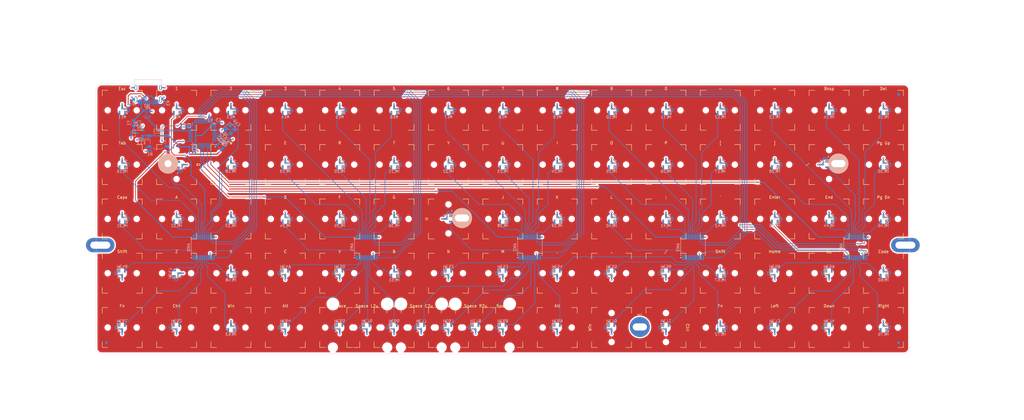
<source format=kicad_pcb>
(kicad_pcb (version 20240108) (generator "pcbnew") (generator_version "8.0")
  (title_block (title "HE75") (date "2024-12-31") (rev "1.0.0"))
  (layers (0 "F.Cu" signal) (1 "In1.Cu" signal) (2 "In2.Cu" signal) (31 "B.Cu" signal) (34 "B.Paste" user) (35 "F.Paste" user) (36 "B.SilkS" user "B.Silkscreen") (37 "F.SilkS" user "F.Silkscreen") (38 "B.Mask" user) (39 "F.Mask" user) (44 "Edge.Cuts" user))
  (net 0 "")
  (net 1 "GND")
  (net 2 "+5V")
  (net 3 "VBUS")
  (net 4 "/USB_D+")
  (net 5 "/USB_D-")
  (net 6 "/A13")
  (net 7 "/A14")
  (net 8 "/A10")
  (net 9 "/NRST")
  (net 10 "/BOOT0")
  (net 11 "/OSC_IN")
  (net 12 "/OSC_OUT")
  (net 13 "/S1")
  (net 14 "/A06")
  (net 15 "/S2")
  (net 16 "/A05")
  (net 17 "/S3")
  (net 18 "/A07")
  (net 19 "/A01")
  (net 20 "/S0")
  (net 21 "/A03")
  (net 22 "/A04")
  (net 23 "/A00")
  (net 24 "/A02")
  (net 25 "/A09")
  (net 26 "/A08")
  (net 27 "/A12")
  (net 28 "/A11")
  (net 29 "/A28")
  (net 30 "/A18")
  (net 31 "/A25")
  (net 32 "/A20")
  (net 33 "/A21")
  (net 34 "/A24")
  (net 35 "/A30")
  (net 36 "/A16")
  (net 37 "/A22")
  (net 38 "/A19")
  (net 39 "/A29")
  (net 40 "/A26")
  (net 41 "/A27")
  (net 42 "/A17")
  (net 43 "/A23")
  (net 44 "/A46")
  (net 45 "/A42")
  (net 46 "/A38")
  (net 47 "/A36")
  (net 48 "/A34")
  (net 49 "/A33")
  (net 50 "/A45")
  (net 51 "/A32")
  (net 52 "/A43")
  (net 53 "/A39")
  (net 54 "/A37")
  (net 55 "/A40")
  (net 56 "/A35")
  (net 57 "/A41")
  (net 58 "/A44")
  (net 59 "/A61")
  (net 60 "/A48")
  (net 61 "/A50")
  (net 62 "/A52")
  (net 63 "/A62")
  (net 64 "/A53")
  (net 65 "/A49")
  (net 66 "/A59")
  (net 67 "/A57")
  (net 68 "/A55")
  (net 69 "/A51")
  (net 70 "/A54")
  (net 71 "/A56")
  (net 72 "/A60")
  (net 73 "/A58")
  (net 74 "/A75")
  (net 75 "/A77")
  (net 76 "/A64")
  (net 77 "/A74")
  (net 78 "/A76")
  (net 79 "/A78")
  (net 80 "/A68")
  (net 81 "/A65")
  (net 82 "/A72")
  (net 83 "/A73")
  (net 84 "/A71")
  (net 85 "/A69")
  (net 86 "/A70")
  (net 87 "/A66")
  (net 88 "/A67")
  (net 91 "/CC2")
  (net 92 "/CC1")
  (net 108 "+3.3VA")
  (net 109 "+3.3V")
  (net 110 "/A31")
  (net 111 "/A47")
  (net 112 "/A63")
  (net 116 "/ADC3_IN1")
  (net 117 "/ADC2_IN2")
  (net 118 "/ADC2_IN1")
  (net 123 "/ADC4_IN3")
  (net 124 "/ADC3_IN12")
  (footprint "hole:PKRH" (layer "F.Cu") (at 288.9999 56.8008)
    (property "Reference" "HOLE" (hide yes))
    (property "Value" "VAL**" (hide yes))
  )
  (footprint "Library:1u MX Hall Effect" (layer "F.Cu") (at 247.65 76.2)
    (property "Reference" "SW42" (hide yes))
    (property "Value" "'" (hide yes))
  )
  (footprint "Library:1u MX Hall Effect" (layer "F.Cu") (at 247.65 95.25)
    (property "Reference" "SW57" (hide yes))
    (property "Value" "Shift" (hide yes))
  )
  (footprint "Library:1u MX Hall Effect" (layer "F.Cu") (at 285.75 76.2)
    (property "Reference" "SW44" (hide yes))
    (property "Value" "End" (hide yes))
  )
  (footprint "Library:1u MX Hall Effect" (layer "F.Cu") (at 190.5 76.2)
    (property "Reference" "SW39" (hide yes))
    (property "Value" "K" (hide yes))
  )
  (footprint "Library:1u MX Hall Effect" (layer "F.Cu") (at 76.2 114.3)
    (property "Reference" "SW63" (hide yes))
    (property "Value" "Win" (hide yes))
  )
  (footprint "Library:1u MX Hall Effect" (layer "F.Cu") (at 76.2 57.15)
    (property "Reference" "SW18" (hide yes))
    (property "Value" "W" (hide yes))
  )
  (footprint "Library:1u MX Hall Effect" (layer "F.Cu") (at 190.5 38.1)
    (property "Reference" "SW9" (hide yes))
    (property "Value" "8" (hide yes))
  )
  (footprint "Library:1u MX Hall Effect" (layer "F.Cu") (at 38.1 95.25)
    (property "Reference" "SW46" (hide yes))
    (property "Value" "Shift" (hide yes))
  )
  (footprint "Library:1u MX Hall Effect" (layer "F.Cu") (at 95.25 38.1)
    (property "Reference" "SW4" (hide yes))
    (property "Value" "3" (hide yes))
  )
  (footprint "Library:1u MX Hall Effect" (layer "F.Cu") (at 57.15 114.3)
    (property "Reference" "SW62" (hide yes))
    (property "Value" "Ctrl" (hide yes))
  )
  (footprint "Library:1u MX Hall Effect" (layer "F.Cu") (at 171.45 95.25)
    (property "Reference" "SW53" (hide yes))
    (property "Value" "M" (hide yes))
  )
  (footprint "Library:1u MX Hall Effect" (layer "F.Cu") (at 266.7 76.2)
    (property "Reference" "SW43" (hide yes))
    (property "Value" "Enter" (hide yes))
  )
  (footprint "Library:1u MX Hall Effect" (layer "F.Cu") (at 142.875 114.3)
    (property "Reference" "SW77" (hide yes))
    (property "Value" "Space C2u" (hide yes))
  )
  (footprint "Library:1u MX Hall Effect" (layer "F.Cu") (at 247.65 114.3)
    (property "Reference" "SW72" (hide yes))
    (property "Value" "Fn" (hide yes))
  )
  (footprint "Library:1u MX Hall Effect" (layer "F.Cu") (at 152.4 95.25)
    (property "Reference" "SW52" (hide yes))
    (property "Value" "N" (hide yes))
  )
  (footprint "Library:1u MX Hall Effect" (layer "F.Cu") (at 133.35 76.2)
    (property "Reference" "SW36" (hide yes))
    (property "Value" "G" (hide yes))
  )
  (footprint "Library:1u MX Hall Effect" (layer "F.Cu") (at 57.15 38.1)
    (property "Reference" "SW2" (hide yes))
    (property "Value" "1" (hide yes))
  )
  (footprint "Library:1u MX Hall Effect" (layer "F.Cu") (at 228.6 57.15)
    (property "Reference" "SW26" (hide yes))
    (property "Value" "P" (hide yes))
  )
  (footprint "Library:1u MX Hall Effect" (layer "F.Cu") (at 190.5 95.25)
    (property "Reference" "SW54" (hide yes))
    (property "Value" "," (hide yes))
  )
  (footprint "Library:1u MX Hall Effect" (layer "F.Cu") (at 285.75 114.3)
    (property "Reference" "SW74" (hide yes))
    (property "Value" "Down" (hide yes))
  )
  (footprint "Library:1u MX Hall Effect" (layer "F.Cu") (at 38.1 114.3)
    (property "Reference" "SW61" (hide yes))
    (property "Value" "Fn" (hide yes))
  )
  (footprint "Library:1u MX Hall Effect" (layer "F.Cu") (at 209.55 57.15)
    (property "Reference" "SW25" (hide yes))
    (property "Value" "O" (hide yes))
  )
  (footprint "Library:1u MX Hall Effect" (layer "F.Cu") (at 95.25 114.3)
    (property "Reference" "SW64" (hide yes))
    (property "Value" "Alt" (hide yes))
  )
  (footprint "Library:1u MX Hall Effect" (layer "F.Cu") (at 228.6 114.3 -90)
    (property "Reference" "SW71" (hide yes))
    (property "Value" "Ctrl" (hide yes))
  )
  (footprint "Library:1u MX Hall Effect" (layer "F.Cu") (at 57.15 95.25)
    (property "Reference" "SW47" (hide yes))
    (property "Value" "Z" (hide yes))
  )
  (footprint "PCM_marbastlib-mx:STAB_MX_2u" (layer "F.Cu") (at 142.875 114.3 180)
    (property "Reference" "Stab2" (hide yes))
    (property "Value" "MX_stab")
  )
  (footprint "Library:1u MX Hall Effect" (layer "F.Cu") (at 38.1 38.1)
    (property "Reference" "SW1" (hide yes))
    (property "Value" "Esc" (hide yes))
  )
  (footprint "Library:Grounding Hole" (layer "F.Cu") (at 219.4494 114.1007)
    (property "Reference" "H1")
    (property "Value" "MountingHole")
  )
  (footprint "hole:PKRHC" (layer "F.Cu") (at 54.1493 56.8008)
    (property "Reference" "HOLE" (hide yes))
    (property "Value" "VAL**" (hide yes))
  )
  (footprint "hole:PKRHSL" (layer "F.Cu") (at 30.4089 85.4012)
    (property "Reference" "HOLE" (hide yes))
    (property "Value" "VAL**" (hide yes))
  )
  (footprint "Library:1u MX Hall Effect" (layer "F.Cu") (at 247.65 38.1)
    (property "Reference" "SW12" (hide yes))
    (property "Value" "-" (hide yes))
  )
  (footprint "Library:1u MX Hall Effect" (layer "F.Cu") (at 190.5 57.15)
    (property "Reference" "SW24" (hide yes))
    (property "Value" "I" (hide yes))
  )
  (footprint "Library:1u MX Hall Effect" (layer "F.Cu") (at 304.8 76.2)
    (property "Reference" "SW45" (hide yes))
    (property "Value" "Pg Dn" (hide yes))
  )
  (footprint "Library:1u MX Hall Effect" (layer "F.Cu") (at 57.15 57.15 -90)
    (property "Reference" "SW17" (hide yes))
    (property "Value" "Q" (hide yes))
  )
  (footprint "Library:1u MX Hall Effect" (layer "F.Cu") (at 228.6 76.2)
    (property "Reference" "SW41" (hide yes))
    (property "Value" ";" (hide yes))
  )
  (footprint "Library:1u MX Hall Effect" (layer "F.Cu") (at 247.65 57.15)
    (property "Reference" "SW27" (hide yes))
    (property "Value" "[" (hide yes))
  )
  (footprint "Library:1u MX Hall Effect" (layer "F.Cu") (at 38.1 57.15)
    (property "Reference" "SW16" (hide yes))
    (property "Value" "Tab" (hide yes))
  )
  (footprint "Library:1u MX Hall Effect" (layer "F.Cu") (at 76.2 76.2)
    (property "Reference" "SW33" (hide yes))
    (property "Value" "S" (hide yes))
  )
  (footprint "Library:1u MX Hall Effect" (layer "F.Cu") (at 114.3 57.15)
    (property "Reference" "SW20" (hide yes))
    (property "Value" "R" (hide yes))
  )
  (footprint "Library:1u MX Hall Effect" (layer "F.Cu") (at 95.25 95.25)
    (property "Reference" "SW49" (hide yes))
    (property "Value" "C" (hide yes))
  )
  (footprint "Library:1u MX Hall Effect" (layer "F.Cu") (at 266.7 57.15)
    (property "Reference" "SW28" (hide yes))
    (property "Value" "]" (hide yes))
  )
  (footprint "hole:PKRH" (layer "F.Cu") (at 157.15 75.9)
    (property "Reference" "HOLE" (hide yes))
    (property "Value" "VAL**" (hide yes))
  )
  (footprint "Library:1u MX Hall Effect" (layer "F.Cu") (at 285.75 38.1)
    (property "Reference" "SW14" (hide yes))
    (property "Value" "Bksp" (hide yes))
  )
  (footprint "Library:1u MX Hall Effect" (layer "F.Cu") (at 171.45 76.2)
    (property "Reference" "SW38" (hide yes))
    (property "Value" "J" (hide yes))
  )
  (footprint "Library:1u MX Hall Effect" (layer "F.Cu") (at 171.45 114.3)
    (property "Reference" "SW68" (hide yes))
    (property "Value" "Space" (hide yes))
  )
  (footprint "Library:1u MX Hall Effect" (layer "F.Cu") (at 171.45 57.15)
    (property "Reference" "SW23" (hide yes))
    (property "Value" "U" (hide yes))
  )
  (footprint "Library:1u MX Hall Effect" (layer "F.Cu") (at 228.6 38.1)
    (property "Reference" "SW11" (hide yes))
    (property "Value" "0" (hide yes))
  )
  (footprint "Library:1u MX Hall Effect" (layer "F.Cu") (at 38.1 76.2)
    (property "Reference" "SW31" (hide yes))
    (property "Value" "Caps" (hide yes))
  )
  (footprint "Library:1u MX Hall Effect" (layer "F.Cu") (at 161.925 114.3)
    (property "Reference" "SW78" (hide yes))
    (property "Value" "Space R2u" (hide yes))
  )
  (footprint "Library:1u MX Hall Effect" (layer "F.Cu") (at 209.55 114.3 90)
    (property "Reference" "SW70" (hide yes))
    (property "Value" "Win" (hide yes))
  )
  (footprint "Library:1u MX Hall Effect" (layer "F.Cu") (at 123.825 114.3)
    (property "Reference" "SW76" (hide yes))
    (property "Value" "Space L2u" (hide yes))
  )
  (footprint "Library:1u MX Hall Effect" (layer "F.Cu") (at 190.5 114.3)
    (property "Reference" "SW69" (hide yes))
    (property "Value" "Alt" (hide yes))
  )
  (footprint "Library:1u MX Hall Effect" (layer "F.Cu") (at 209.55 95.25)
    (property "Reference" "SW55" (hide yes))
    (property "Value" "." (hide yes))
  )
  (footprint "Library:1u MX Hall Effect" (layer "F.Cu") (at 114.3 76.2)
    (property "Reference" "SW35" (hide yes))
    (property "Value" "F" (hide yes))
  )
  (footprint "Library:1u MX Hall Effect" (layer "F.Cu") (at 114.3 38.1)
    (property "Reference" "SW5" (hide yes))
    (property "Value" "4" (hide yes))
  )
  (footprint "Library:1u MX Hall Effect" (layer "F.Cu") (at 285.75 57.15 90)
    (property "Reference" "SW29" (hide yes))
    (property "Value" "\\" (hide yes))
  )
  (footprint "Library:1u MX Hall Effect" (layer "F.Cu") (at 285.75 95.25)
    (property "Reference" "SW59" (hide yes))
    (property "Value" "Up" (hide yes))
  )
  (footprint "Library:1u MX Hall Effect" (layer "F.Cu") (at 266.7 114.3)
    (property "Reference" "SW73" (hide yes))
    (property "Value" "Left" (hide yes))
  )
  (footprint "Library:1u MX Hall Effect" (layer "F.Cu") (at 304.8 38.1)
    (property "Reference" "SW15" (hide yes))
    (property "Value" "Del" (hide yes))
  )
  (footprint "Library:1u MX Hall Effect" (layer "F.Cu") (at 114.3 114.3)
    (property "Reference" "SW65" (hide yes))
    (property "Value" "Space" (hide yes))
  )
  (footprint "Library:1u MX Hall Effect" (layer "F.Cu") (at 152.4 38.1)
    (property "Reference" "SW7" (hide yes))
    (property "Value" "6" (hide yes))
  )
  (footprint "Library:1u MX Hall Effect" (layer "F.Cu") (at 133.35 95.25)
    (property "Reference" "SW51" (hide yes))
    (property "Value" "B" (hide yes))
  )
  (footprint "PCM_marbastlib-mx:STAB_MX_2u" (layer "F.Cu") (at 123.825 114.3 180)
    (property "Reference" "Stab1" (hide yes))
    (property "Value" "MX_stab")
  )
  (footprint "PCM_marbastlib-mx:STAB_MX_2u" (layer "F.Cu") (at 161.925 114.3 180)
    (property "Reference" "Stab3" (hide yes))
    (property "Value" "MX_stab")
  )
  (footprint "Library:1u MX Hall Effect" (layer "F.Cu") (at 152.4 57.15)
    (property "Reference" "SW22" (hide yes))
    (property "Value" "Y" (hide yes))
  )
  (footprint "Library:1u MX Hall Effect" (layer "F.Cu") (at 133.35 38.1)
    (property "Reference" "SW6" (hide yes))
    (property "Value" "5" (hide yes))
  )
  (footprint "Library:1u MX Hall Effect" (layer "F.Cu") (at 133.35 114.3)
    (property "Reference" "SW66" (hide yes))
    (property "Value" "Space" (hide yes))
  )
  (footprint "Library:1u MX Hall Effect" (layer "F.Cu") (at 209.55 76.2)
    (property "Reference" "SW40" (hide yes))
    (property "Value" "L" (hide yes))
  )
  (footprint "Library:1u MX Hall Effect" (layer "F.Cu") (at 209.55 38.1)
    (property "Reference" "SW10" (hide yes))
    (property "Value" "9" (hide yes))
  )
  (footprint "Library:1u MX Hall Effect" (layer "F.Cu") (at 152.4 76.2 90)
    (property "Reference" "SW37" (hide yes))
    (property "Value" "H" (hide yes))
  )
  (footprint "Library:1u MX Hall Effect" (layer "F.Cu") (at 304.8 57.15)
    (property "Reference" "SW30" (hide yes))
    (property "Value" "Pg Up" (hide yes))
  )
  (footprint "Library:1u MX Hall Effect" (layer "F.Cu") (at 228.6 95.25)
    (property "Reference" "SW56" (hide yes))
    (property "Value" "/" (hide yes))
  )
  (footprint "Library:1u MX Hall Effect" (layer "F.Cu") (at 304.8 95.25)
    (property "Reference" "SW60" (hide yes))
    (property "Value" "Code" (hide yes))
  )
  (footprint "Library:1u MX Hall Effect" (layer "F.Cu") (at 152.4 114.3)
    (property "Reference" "SW67" (hide yes))
    (property "Value" "Space" (hide yes))
  )
  (footprint "Library:1u MX Hall Effect" (layer "F.Cu") (at 133.35 57.15)
    (property "Reference" "SW21" (hide yes))
    (property "Value" "T" (hide yes))
  )
  (footprint "Library:1u MX Hall Effect" (layer "F.Cu") (at 266.7 95.25)
    (property "Reference" "SW58" (hide yes))
    (property "Value" "Home" (hide yes))
  )
  (footprint "Library:1u MX Hall Effect" (layer "F.Cu") (at 114.3 95.25)
    (property "Reference" "SW50" (hide yes))
    (property "Value" "V" (hide yes))
  )
  (footprint "hole:PKRHSL" (layer "F.Cu") (at 312.4912 85.4012)
    (property "Reference" "HOLE" (hide yes))
    (property "Value" "VAL**" (hide yes))
  )
  (footprint "Library:1u MX Hall Effect" (layer "F.Cu") (at 95.25 57.15)
    (property "Reference" "SW19" (hide yes))
    (property "Value" "E" (hide yes))
  )
  (footprint "Library:1u MX Hall Effect" (layer "F.Cu") (at 76.2 38.1)
    (property "Reference" "SW3" (hide yes))
    (property "Value" "2" (hide yes))
  )
  (footprint "Library:1u MX Hall Effect" (layer "F.Cu") (at 266.7 38.1)
    (property "Reference" "SW13" (hide yes))
    (property "Value" "=" (hide yes))
  )
  (footprint "Library:1u MX Hall Effect" (layer "F.Cu") (at 76.2 95.25)
    (property "Reference" "SW48" (hide yes))
    (property "Value" "X" (hide yes))
  )
  (footprint "Library:1u MX Hall Effect" (layer "F.Cu") (at 304.8 114.3)
    (property "Reference" "SW75" (hide yes))
    (property "Value" "Right" (hide yes))
  )
  (footprint "Library:1u MX Hall Effect" (layer "F.Cu") (at 171.45 38.1)
    (property "Reference" "SW8" (hide yes))
    (property "Value" "7" (hide yes))
  )
  (footprint "Library:1u MX Hall Effect" (layer "F.Cu") (at 95.25 76.2)
    (property "Reference" "SW34" (hide yes))
    (property "Value" "D" (hide yes))
  )
  (footprint "Library:1u MX Hall Effect" (layer "F.Cu") (at 57.15 76.2)
    (property "Reference" "SW32" (hide yes))
    (property "Value" "A" (hide yes))
  )
  (footprint "Package_TO_SOT_SMD:SOT-23-3" (layer "B.Cu") (at 44.2 46.1 180)
    (property "Reference" "U2")
    (property "Value" "XC6206PxxxMR")
  )
  (footprint "Library:Capacitor 0402" (layer "B.Cu") (at 40.4 76.2 -90)
    (property "Reference" "VR31")
    (property "Value" "100nF")
  )
  (footprint "Library:Hall Effect Sensor SOT-23" (layer "B.Cu") (at 190.5 95.25 -90)
    (property "Reference" "HE54")
    (property "Value" "GH39FKSW" (hide yes))
  )
  (footprint "Library:Capacitor 0402" (layer "B.Cu") (at 74.363915 46.266836 -45)
    (property "Reference" "C11")
    (property "Value" "8pf")
  )
  (footprint "Library:Hall Effect Sensor SOT-23" (layer "B.Cu") (at 133.35 114.3 -90)
    (property "Reference" "HE66")
    (property "Value" "GH39FKSW" (hide yes))
  )
  (footprint "Library:Hall Effect Sensor SOT-23" (layer "B.Cu") (at 304.8 76.2 90)
    (property "Reference" "HE45")
    (property "Value" "GH39FKSW" (hide yes))
  )
  (footprint "Library:Capacitor 0402" (layer "B.Cu") (at 173.75 76.2 -90)
    (property "Reference" "VR38")
    (property "Value" "100nF")
  )
  (footprint "Library:Capacitor 0402" (layer "B.Cu") (at 40.4 57.15 -90)
    (property "Reference" "VR16")
    (property "Value" "100nF")
  )
  (footprint "Library:Capacitor 0402" (layer "B.Cu") (at 74.52727 50.321011 -135)
    (property "Reference" "C8")
    (property "Value" "1uF")
  )
  (footprint "Library:Capacitor 0402" (layer "B.Cu") (at 154.7 57.15 -90)
    (property "Reference" "VR22")
    (property "Value" "100nF")
  )
  (footprint "Resistor_SMD:R_0402_1005Metric" (layer "B.Cu") (at 53.065 35.574524 90)
    (property "Reference" "R3")
    (property "Value" "5K1")
  )
  (footprint "Library:Hall Effect Sensor SOT-23" (layer "B.Cu") (at 209.55 114.3 -90)
    (property "Reference" "HE70")
    (property "Value" "GH39FKSW" (hide yes))
  )
  (footprint "Library:Capacitor 0402" (layer "B.Cu") (at 188.199999 95.25 90)
    (property "Reference" "VR54")
    (property "Value" "100nF")
  )
  (footprint "Library:Capacitor 0402" (layer "B.Cu") (at 78.5 57.15 -90)
    (property "Reference" "VR18")
    (property "Value" "100nF")
  )
  (footprint "Library:Hall Effect Sensor SOT-23" (layer "B.Cu") (at 171.45 114.3 -90)
    (property "Reference" "HE68")
    (property "Value" "GH39FKSW" (hide yes))
  )
  (footprint "Library:Hall Effect Sensor SOT-23" (layer "B.Cu") (at 285.75 114.3 -90)
    (property "Reference" "HE74")
    (property "Value" "GH39FKSW" (hide yes))
  )
  (footprint "Library:Capacitor 0402" (layer "B.Cu") (at 226.299999 114.3 90)
    (property "Reference" "VR71")
    (property "Value" "100nF")
  )
  (footprint "Resistor_SMD:R_0402_1005Metric" (layer "B.Cu") (at 47.824264 52.424264)
    (property "Reference" "R1")
    (property "Value" "10k")
  )
  (footprint "Library:Capacitor 0402" (layer "B.Cu") (at 307.1 57.15 -90)
    (property "Reference" "VR30")
    (property "Value" "100nF")
  )
  (footprint "Library:Hall Effect Sensor SOT-23" (layer "B.Cu") (at 190.5 57.15 90)
    (property "Reference" "HE24")
    (property "Value" "GH39FKSW" (hide yes))
  )
  (footprint "Library:Hall Effect Sensor SOT-23" (layer "B.Cu") (at 38.1 76.2 90)
    (property "Reference" "HE31")
    (property "Value" "GH39FKSW" (hide yes))
  )
  (footprint "Library:Hall Effect Sensor SOT-23" (layer "B.Cu") (at 209.55 38.1 90)
    (property "Reference" "HE10")
    (property "Value" "GH39FKSW" (hide yes))
  )
  (footprint "Library:Hall Effect Sensor SOT-23" (layer "B.Cu") (at 284.2 57.15 180)
    (property "Reference" "HE29")
    (property "Value" "GH39FKSW" (hide yes))
  )
  (footprint "hole:FIDUCIAL" (layer "B.Cu") (at 32.6 119.6)
    (property "Reference" "FID" (hide yes))
    (property "Value" "FIDUCIAL" (hide yes))
  )
  (footprint "Library:Hall Effect Sensor SOT-23" (layer "B.Cu") (at 133.35 38.1 90)
    (property "Reference" "HE6")
    (property "Value" "GH39FKSW" (hide yes))
  )
  (footprint "Package_SO:SSOP-24_5.3x8.2mm_P0.65mm" (layer "B.Cu") (at 295.25 86.2 -90)
    (property "Reference" "AM4")
    (property "Value" "CD74HC4067SM")
  )
  (footprint "Library:Capacitor 0402" (layer "B.Cu") (at 230.9 76.2 -90)
    (property "Reference" "VR41")
    (property "Value" "100nF")
  )
  (footprint "Library:Capacitor 0402" (layer "B.Cu") (at 71.719869 42.486006 180)
    (property "Reference" "C5")
    (property "Value" "100nF")
  )
  (footprint "Library:Hall Effect Sensor SOT-23" (layer "B.Cu") (at 209.55 57.15 90)
    (property "Reference" "HE25")
    (property "Value" "GH39FKSW" (hide yes))
  )
  (footprint "Library:Capacitor 0402" (layer "B.Cu") (at 249.95 57.15 -90)
    (property "Reference" "VR27")
    (property "Value" "100nF")
  )
  (footprint "Library:Capacitor 0402" (layer "B.Cu") (at 131.05 114.3 90)
    (property "Reference" "VR66")
    (property "Value" "100nF")
  )
  (footprint "Library:Hall Effect Sensor SOT-23" (layer "B.Cu") (at 190.5 76.2 90)
    (property "Reference" "HE39")
    (property "Value" "GH39FKSW" (hide yes))
  )
  (footprint "Library:Capacitor 0402" (layer "B.Cu") (at 283.449999 95.25 90)
    (property "Reference" "VR59")
    (property "Value" "100nF")
  )
  (footprint "Library:Hall Effect Sensor SOT-23" (layer "B.Cu") (at 190.5 38.1 90)
    (property "Reference" "HE9")
    (property "Value" "GH39FKSW" (hide yes))
  )
  (footprint "Library:Hall Effect Sensor SOT-23" (layer "B.Cu") (at 114.3 114.3 -90)
    (property "Reference" "HE65")
    (property "Value" "GH39FKSW" (hide yes))
  )
  (footprint "Package_SO:SSOP-24_5.3x8.2mm_P0.65mm" (layer "B.Cu") (at 180.95 86.2 -90)
    (property "Reference" "AM2")
    (property "Value" "CD74HC4067SM")
  )
  (footprint "Library:Hall Effect Sensor SOT-23" (layer "B.Cu") (at 247.65 57.15 90)
    (property "Reference" "HE27")
    (property "Value" "GH39FKSW" (hide yes))
  )
  (footprint "Library:Hall Effect Sensor SOT-23" (layer "B.Cu") (at 95.25 38.1 90)
    (property "Reference" "HE4")
    (property "Value" "GH39FKSW" (hide yes))
  )
  (footprint "Library:Capacitor 0402" (layer "B.Cu") (at 173.75 38.1 -90)
    (property "Reference" "VR8")
    (property "Value" "100nF")
  )
  (footprint "Library:Capacitor 0402" (layer "B.Cu") (at 211.85 38.1 -90)
    (property "Reference" "VR10")
    (property "Value" "100nF")
  )
  (footprint "Library:Capacitor 0402" (layer "B.Cu") (at 60.494871 43.461005 90)
    (property "Reference" "C3")
    (property "Value" "100nF")
  )
  (footprint "Library:Hall Effect Sensor SOT-23" (layer "B.Cu") (at 171.45 57.15 90)
    (property "Reference" "HE23")
    (property "Value" "GH39FKSW" (hide yes))
  )
  (footprint "Library:Capacitor 0402" (layer "B.Cu") (at 150.099999 95.25 90)
    (property "Reference" "VR52")
    (property "Value" "100nF")
  )
  (footprint "Library:Capacitor 0402" (layer "B.Cu") (at 154.7 38.1 -90)
    (property "Reference" "VR7")
    (property "Value" "100nF")
  )
  (footprint "Resistor_SMD:R_0402_1005Metric" (layer "B.Cu") (at 58.741926 43.467242 90)
    (property "Reference" "R4")
    (property "Value" "1k5")
  )
  (footprint "Crystal:Crystal_SMD_3225-4Pin_3.2x2.5mm" (layer "B.Cu") (at 75.99026 44.781913 -45)
    (property "Reference" "Y1")
    (property "Value" "16MHz")
  )
  (footprint "Library:Capacitor 0402" (layer "B.Cu") (at 116.6 76.2 -90)
    (property "Reference" "VR35")
    (property "Value" "100nF")
  )
  (footprint "Fuse:Fuse_0805_2012Metric" (layer "B.Cu") (at 42.100002 42.6 -90)
    (property "Reference" "F1")
    (property "Value" "SMD0805-050-16V")
  )
  (footprint "Library:Hall Effect Sensor SOT-23" (layer "B.Cu") (at 38.1 95.25 -90)
    (property "Reference" "HE46")
    (property "Value" "GH39FKSW" (hide yes))
  )
  (footprint "Library:Hall Effect Sensor SOT-23" (layer "B.Cu") (at 133.35 57.15 90)
    (property "Reference" "HE21")
    (property "Value" "GH39FKSW" (hide yes))
  )
  (footprint "Library:Capacitor 0402" (layer "B.Cu") (at 152.4 73.9)
    (property "Reference" "VR37")
    (property "Value" "100nF")
  )
  (footprint "Library:Capacitor 0402" (layer "B.Cu") (at 135.65 76.2 -90)
    (property "Reference" "VR36")
    (property "Value" "100nF")
  )
  (footprint "Library:Hall Effect Sensor SOT-23" (layer "B.Cu") (at 114.3 57.15 90)
    (property "Reference" "HE20")
    (property "Value" "GH39FKSW" (hide yes))
  )
  (footprint "Library:Hall Effect Sensor SOT-23" (layer "B.Cu") (at 38.1 57.15 90)
    (property "Reference" "HE16")
    (property "Value" "GH39FKSW" (hide yes))
  )
  (footprint "Library:Capacitor 0402" (layer "B.Cu") (at 92.95 95.25 90)
    (property "Reference" "VR49")
    (property "Value" "100nF")
  )
  (footprint "Library:Hall Effect Sensor SOT-23" (layer "B.Cu") (at 247.65 114.3 90)
    (property "Reference" "HE72")
    (property "Value" "GH39FKSW" (hide yes))
  )
  (footprint "Library:Hall Effect Sensor SOT-23" (layer "B.Cu") (at 228.6 38.1 90)
    (property "Reference" "HE11")
    (property "Value" "GH39FKSW" (hide yes))
  )
  (footprint "Library:Hall Effect Sensor SOT-23" (layer "B.Cu") (at 76.2 57.15 90)
    (property "Reference" "HE18")
    (property "Value" "GH39FKSW" (hide yes))
  )
  (footprint "Library:Hall Effect Sensor SOT-23" (layer "B.Cu") (at 266.7 76.2 90)
    (property "Reference" "HE43")
    (property "Value" "GH39FKSW" (hide yes))
  )
  (footprint "Library:Hall Effect Sensor SOT-23" (layer "B.Cu") (at 152.4 38.1 90)
    (property "Reference" "HE7")
    (property "Value" "GH39FKSW" (hide yes))
  )
  (footprint "Library:Hall Effect Sensor SOT-23" (layer "B.Cu") (at 304.8 38.1 90)
    (property "Reference" "HE15")
    (property "Value" "GH39FKSW" (hide yes))
  )
  (footprint "Resistor_SMD:R_0402_1005Metric" (layer "B.Cu") (at 41.255 35.574524 90)
    (property "Reference" "R2")
    (property "Value" "5K1")
  )
  (footprint "Library:Capacitor 0402" (layer "B.Cu") (at 269 76.2 -90)
    (property "Reference" "VR43")
    (property "Value" "100nF")
  )
  (footprint "Library:Hall Effect Sensor SOT-23" (layer "B.Cu") (at 266.7 114.3 -90)
    (property "Reference" "HE73")
    (property "Value" "GH39FKSW" (hide yes))
  )
  (footprint "Library:Hall Effect Sensor SOT-23" (layer "B.Cu") (at 152.4 57.15 90)
    (property "Reference" "HE22")
    (property "Value" "GH39FKSW" (hide yes))
  )
  (footprint "Library:Hall Effect Sensor SOT-23" (layer "B.Cu") (at 247.65 38.1 90)
    (property "Reference" "HE12")
    (property "Value" "GH39FKSW" (hide yes))
  )
  (footprint "Library:Capacitor 0402" (layer "B.Cu") (at 75.547526 48.057825 -45)
    (property "Reference" "C9")
    (property "Value" "100nF")
  )
  (footprint "Library:Capacitor 0402" (layer "B.Cu") (at 188.2 114.3 90)
    (property "Reference" "VR69")
    (property "Value" "100nF")
  )
  (footprint "Library:Capacitor 0402" (layer "B.Cu") (at 121.525 114.3 90)
    (property "Reference" "VR76")
    (property "Value" "100nF")
  )
  (footprint "Library:Capacitor 0402" (layer "B.Cu") (at 40.4 38.1 -90)
    (property "Reference" "VR1")
    (property "Value" "100nF")
  )
  (footprint "Package_TO_SOT_SMD:SOT-143" (layer "B.Cu") (at 46.725 39.2 180)
    (property "Reference" "D2")
    (property "Value" "PRTR5V0U2X")
  )
  (footprint "Library:Capacitor 0402" (layer "B.Cu") (at 249.95 114.3 -90)
    (property "Reference" "VR72")
    (property "Value" "100nF")
  )
  (footprint "Library:Capacitor 0402" (layer "B.Cu") (at 72.811131 48.580006 -135)
    (property "Reference" "C6")
    (property "Value" "10nF")
  )
  (footprint "Library:Capacitor 0402" (layer "B.Cu") (at 112 114.3 90)
    (property "Reference" "VR65")
    (property "Value" "100nF")
  )
  (footprint "Library:Capacitor 0402" (layer "B.Cu") (at 135.65 95.25 -90)
    (property "Reference" "VR51")
    (property "Value" "100nF")
  )
  (footprint "Library:Capacitor 0402" (layer "B.Cu") (at 63.319871 52.886008 180)
    (property "Reference" "C2")
    (property "Value" "4.7uF")
  )
  (footprint "Library:Hall Effect Sensor SOT-23" (layer "B.Cu") (at 142.875 114.3 -90)
    (property "Reference" "HE77")
    (property "Value" "GH39FKSW" (hide yes))
  )
  (footprint "Package_SO:SSOP-24_5.3x8.2mm_P0.65mm" (layer "B.Cu") (at 123.8 86.2 -90)
    (property "Reference" "AM1")
    (property "Value" "CD74HC4067SM")
  )
  (footprint "Library:Capacitor 0402" (layer "B.Cu") (at 211.85 57.15 -90)
    (property "Reference" "VR25")
    (property "Value" "100nF")
  )
  (footprint "Library:Capacitor 0402" (layer "B.Cu") (at 135.65 57.15 -90)
    (property "Reference" "VR21")
    (property "Value" "100nF")
  )
  (footprint "Library:Hall Effect Sensor SOT-23" (layer "B.Cu") (at 266.7 57.15 90)
    (property "Reference" "HE28")
    (property "Value" "GH39FKSW" (hide yes))
  )
  (footprint "Library:Capacitor 0402" (layer "B.Cu") (at 159.625 114.3 90)
    (property "Reference" "VR78")
    (property "Value" "100nF")
  )
  (footprint "Library:Capacitor 0402" (layer "B.Cu") (at 207.25 95.25 90)
    (property "Reference" "VR55")
    (property "Value" "100nF")
  )
  (footprint "Library:Hall Effect Sensor SOT-23" (layer "B.Cu") (at 228.6 57.15 90)
    (property "Reference" "HE26")
    (property "Value" "GH39FKSW" (hide yes))
  )
  (footprint "Library:Capacitor 0402" (layer "B.Cu") (at 59.45 76.2 -90)
    (property "Reference" "VR32")
    (property "Value" "100nF")
  )
  (footprint "Library:Capacitor 0402" (layer "B.Cu") (at 78.5 95.25 -90)
    (property "Reference" "VR48")
    (property "Value" "100nF")
  )
  (footprint "Button_Switch_SMD:SW_SPST_TL3342" (layer "B.Cu") (at 50.624264 48.924265 180)
    (property "Reference" "RST1")
    (property "Value" "SW_Push")
  )
  (footprint "Library:Hall Effect Sensor SOT-23" (layer "B.Cu") (at 57.15 114.3 -90)
    (property "Reference" "HE62")
    (property "Value" "GH39FKSW" (hide yes))
  )
  (footprint "Library:Hall Effect Sensor SOT-23" (layer "B.Cu") (at 95.25 57.15 90)
    (property "Reference" "HE19")
    (property "Value" "GH39FKSW" (hide yes))
  )
  (footprint "Library:Capacitor 0402" (layer "B.Cu") (at 116.6 38.1 -90)
    (property "Reference" "VR5")
    (property "Value" "100nF")
  )
  (footprint "Library:Capacitor 0402" (layer "B.Cu") (at 150.1 114.3 90)
    (property "Reference" "VR67")
    (property "Value" "100nF")
  )
  (footprint "hole:FIDUCIAL" (layer "B.Cu") (at 310.1 119.6)
    (property "Reference" "FID" (hide yes))
    (property "Value" "FIDUCIAL" (hide yes))
  )
  (footprint "Library:Hall Effect Sensor SOT-23" (layer "B.Cu") (at 76.2 38.1 90)
    (property "Reference" "HE3")
    (property "Value" "GH39FKSW" (hide yes))
  )
  (footprint "Library:Capacitor 0402" (layer "B.Cu") (at 77.545895 43.226278 135)
    (property "Reference" "C10")
    (property "Value" "8pf")
  )
  (footprint "Library:Capacitor 0402" (layer "B.Cu") (at 57.15 97.55 180)
    (property "Reference" "VR47")
    (property "Value" "100nF")
  )
  (footprint "Library:Hall Effect Sensor SOT-23" (layer "B.Cu") (at 38.1 38.1 90)
    (property "Reference" "HE1")
    (property "Value" "GH39FKSW" (hide yes))
  )
  (footprint "Library:Capacitor 0402" (layer "B.Cu") (at 63.31987 51.886005 180)
    (property "Reference" "C1")
    (property "Value" "100nF")
  )
  (footprint "Library:Capacitor 0402" (layer "B.Cu") (at 226.299999 95.25 90)
    (property "Reference" "VR56")
    (property "Value" "100nF")
  )
  (footprint "Library:Capacitor 0402" (layer "B.Cu") (at 307.1 114.3 -90)
    (property "Reference" "VR75")
    (property "Value" "100nF")
  )
  (footprint "Library:Capacitor 0402" (layer "B.Cu") (at 97.55 38.1 -90)
    (property "Reference" "VR4")
    (property "Value" "100nF")
  )
  (footprint "Library:Capacitor 0402" (layer "B.Cu") (at 92.95 114.3 90)
    (property "Reference" "VR64")
    (property "Value" "100nF")
  )
  (footprint "Library:Hall Effect Sensor SOT-23" (layer "B.Cu") (at 58.6 57.15)
    (property "Reference" "HE17")
    (property "Value" "GH39FKSW" (hide yes))
  )
  (footprint "Library:Capacitor 0402" (layer "B.Cu") (at 283.449999 114.3 90)
    (property "Reference" "VR74")
    (property "Value" "100nF")
  )
  (footprint "Library:Hall Effect Sensor SOT-23" (layer "B.Cu") (at 171.45 38.1 90)
    (property "Reference" "HE8")
    (property "Value" "GH39FKSW" (hide yes))
  )
  (footprint "Library:Capacitor 0402" (layer "B.Cu") (at 78.5 38.1 -90)
    (property "Reference" "VR3")
    (property "Value" "100nF")
  )
  (footprint "Library:Capacitor 0402" (layer "B.Cu") (at 192.8 57.15 -90)
    (property "Reference" "VR24")
    (property "Value" "100nF")
  )
  (footprint "Library:Hall Effect Sensor SOT-23" (layer "B.Cu") (at 171.45 95.25 -90)
    (property "Reference" "HE53")
    (property "Value" "GH39FKSW" (hide yes))
  )
  (footprint "Library:Hall Effect Sensor SOT-23" (layer "B.Cu") (at 304.8 95.25 90)
    (property "Reference" "HE60")
    (property "Value" "GH39FKSW" (hide yes))
  )
  (footprint "Library:Hall Effect Sensor SOT-23" (layer "B.Cu") (at 190.5 114.3 -90)
    (property "Reference" "HE69")
    (property "Value" "GH39FKSW" (hide yes))
  )
  (footprint "Library:Capacitor 0402" (layer "B.Cu") (at 97.55 76.2 -90)
    (property "Reference" "VR34")
    (property "Value" "100nF")
  )
  (footprint "Library:Capacitor 0402" (layer "B.Cu") (at 35.8 114.3 90)
    (property "Reference" "VR61")
    (property "Value" "100nF")
  )
  (footprint "Library:Capacitor 0402" (layer "B.Cu") (at 78.5 114.3 -90)
    (property "Reference" "VR63")
    (property "Value" "100nF")
  )
  (footprint "Library:USB_C_Receptacle_HRO_TYPE-C-31-M-12" (layer "B.Cu") (at 47.2 31.2075)
    (property "Reference" "J1")
    (property "Value" "USB_C_Receptacle_USB2.0_16P")
  )
  (footprint "Library:Hall Effect Sensor SOT-23" (layer "B.Cu") (at 57.15 76.2 90)
    (property "Reference" "HE32")
    (property "Value" "GH39FKSW" (hide yes))
  )
  (footprint "Library:Capacitor 0402" (layer "B.Cu") (at 264.399999 114.3 90)
    (property "Reference" "VR73")
    (property "Value" "100nF")
  )
  (footprint "Library:Hall Effect Sensor SOT-23" (layer "B.Cu") (at 171.45 76.2 90)
    (property "Reference" "HE38")
    (property "Value" "GH39FKSW" (hide yes))
  )
  (footprint "Library:Hall Effect Sensor SOT-23" (layer "B.Cu") (at 76.2 95.25 90)
    (property "Reference" "HE48")
    (property "Value" "GH39FKSW" (hide yes))
  )
  (footprint "Library:Hall Effect Sensor SOT-23" (layer "B.Cu") (at 95.25 114.3 -90)
    (property "Reference" "HE64")
    (property "Value" "GH39FKSW" (hide yes))
  )
  (footprint "Library:Hall Effect Sensor SOT-23" (layer "B.Cu") (at 209.55 95.25 -90)
    (property "Reference" "HE55")
    (property "Value" "GH39FKSW" (hide yes))
  )
  (footprint "Library:Hall Effect Sensor SOT-23" (layer "B.Cu") (at 304.8 114.3 90)
    (property "Reference" "HE75")
    (property "Value" "GH39FKSW" (hide yes))
  )
  (footprint "Library:Hall Effect Sensor SOT-23" (layer "B.Cu") (at 95.25 76.2 90)
    (property "Reference" "HE34")
    (property "Value" "GH39FKSW" (hide yes))
  )
  (footprint "Library:Hall Effect Sensor SOT-23" (layer "B.Cu") (at 57.15 38.1 90)
    (property "Reference" "HE2")
    (property "Value" "GH39FKSW" (hide yes))
  )
  (footprint "Library:Capacitor 0402" (layer "B.Cu") (at 284.2 54.85)
    (property "Reference" "VR29")
    (property "Value" "100nF")
  )
  (footprint "Library:Capacitor 0402" (layer "B.Cu") (at 307.1 38.1 -90)
    (property "Reference" "VR15")
    (property "Value" "100nF")
  )
  (footprint "Library:Hall Effect Sensor SOT-23" (layer "B.Cu") (at 38.1 114.3 -90)
    (property "Reference" "HE61")
    (property "Value" "GH39FKSW" (hide yes))
  )
  (footprint "Package_QFP:LQFP-48_7x7mm_P0.5mm" (layer "B.Cu") (at 66.219871 46.186008 180)
    (property "Reference" "U1")
    (property "Value" "STM32F303CCT6")
  )
  (footprint "Library:Hall Effect Sensor SOT-23" (layer "B.Cu") (at 123.825 114.3 -90)
    (property "Reference" "HE76")
    (property "Value" "GH39FKSW" (hide yes))
  )
  (footprint "Library:Hall Effect Sensor SOT-23" (layer "B.Cu") (at 247.65 95.25 90)
    (property "Reference" "HE57")
    (property "Value" "GH39FKSW" (hide yes))
  )
  (footprint "Library:Capacitor 0402" (layer "B.Cu") (at 249.95 38.1 -90)
    (property "Reference" "VR12")
    (property "Value" "100nF")
  )
  (footprint "Library:Hall Effect Sensor SOT-23" (layer "B.Cu") (at 57.15 95.25)
    (property "Reference" "HE47")
    (property "Value" "GH39FKSW" (hide yes))
  )
  (footprint "Library:Capacitor 0402" (layer "B.Cu") (at 59.45 38.1 -90)
    (property "Reference" "VR2")
    (property "Value" "100nF")
  )
  (footprint "Library:Hall Effect Sensor SOT-23" (layer "B.Cu") (at 228.6 76.2 90)
    (property "Reference" "HE41")
    (property "Value" "GH39FKSW" (hide yes))
  )
  (footprint "Package_SO:SSOP-24_5.3x8.2mm_P0.65mm" (layer "B.Cu") (at 66.65 86.2 -90)
    (property "Reference" "AM0")
    (property "Value" "CD74HC4067SM")
  )
  (footprint "Library:Capacitor 0402" (layer "B.Cu") (at 192.8 38.1 -90)
    (property "Reference" "VR9")
    (property "Value" "100nF")
  )
  (footprint "Library:Capacitor 0402" (layer "B.Cu") (at 230.9 38.1 -90)
    (property "Reference" "VR11")
    (property "Value" "100nF")
  )
  (footprint "Library:Capacitor 0402" (layer "B.Cu") (at 112 95.25 90)
    (property "Reference" "VR50")
    (property "Value" "100nF")
  )
  (footprint "Library:Hall Effect Sensor SOT-23" (layer "B.Cu") (at 209.55 76.2 90)
    (property "Reference" "HE40")
    (property "Value" "GH39FKSW" (hide yes))
  )
  (footprint "Library:Capacitor 0402" (layer "B.Cu") (at 307.1 76.2 -90)
    (property "Reference" "VR45")
    (property "Value" "100nF")
  )
  (footprint "Library:Capacitor 0402" (layer "B.Cu") (at 264.399999 95.25 90)
    (property "Reference" "VR58")
    (property "Value" "100nF")
  )
  (footprint "Library:Capacitor 0402" (layer "B.Cu") (at 249.95 95.25 -90)
    (property "Reference" "VR57")
    (property "Value" "100nF")
  )
  (footprint "Library:Hall Effect Sensor SOT-23" (layer "B.Cu") (at 95.25 95.25 -90)
    (property "Reference" "HE49")
    (property "Value" "GH39FKSW" (hide yes))
  )
  (footprint "Library:Capacitor 0402" (layer "B.Cu") (at 54.85 114.3 90)
    (property "Reference" "VR62")
    (property "Value" "100nF")
  )
  (footprint "Library:Hall Effect Sensor SOT-23" (layer "B.Cu") (at 114.3 38.1 90)
    (property "Reference" "HE5")
    (property "Value" "GH39FKSW" (hide yes))
  )
  (footprint "Library:Capacitor 0402" (layer "B.Cu") (at 169.15 95.25 90)
    (property "Reference" "VR53")
    (property "Value" "100nF")
  )
  (footprint "Library:Hall Effect Sensor SOT-23" (layer "B.Cu") (at 266.7 95.25 -90)
    (property "Reference" "HE58")
    (property "Value" "GH39FKSW" (hide yes))
  )
  (footprint "Library:Capacitor 0402" (layer "B.Cu") (at 69.019871 40.486006)
    (property "Reference" "C4")
    (property "Value" "100nF")
  )
  (footprint "Library:Hall Effect Sensor SOT-23" (layer "B.Cu") (at 76.2 76.2 90)
    (property "Reference" "HE33")
    (property "Value" "GH39FKSW" (hide yes))
  )
  (footprint "Library:Hall Effect Sensor SOT-23" (layer "B.Cu") (at 114.3 95.25 -90)
    (property "Reference" "HE50")
    (property "Value" "GH39FKSW" (hide yes))
  )
  (footprint "Library:Capacitor 0402" (layer "B.Cu") (at 169.15 114.3 90)
    (property "Reference" "VR68")
    (property "Value" "100nF")
  )
  (footprint "Library:Hall Effect Sensor SOT-23" (layer "B.Cu") (at 114.3 76.2 90)
    (property "Reference" "HE35")
    (property "Value" "GH39FKSW" (hide yes))
  )
  (footprint "Library:Hall Effect Sensor SOT-23" (layer "B.Cu") (at 247.65 76.2 90)
    (property "Reference" "HE42")
    (property "Value" "GH39FKSW" (hide yes))
  )
  (footprint "Library:Capacitor 0402" (layer "B.Cu") (at 44.841421 48.4)
    (property "Reference" "C13")
    (property "Value" "1uF")
  )
  (footprint "Library:Capacitor 0402" (layer "B.Cu") (at 97.55 57.15 -90)
    (property "Reference" "VR19")
    (property "Value" "100nF")
  )
  (footprint "Library:Capacitor 0402" (layer "B.Cu") (at 116.6 57.15 -90)
    (property "Reference" "VR20")
    (property "Value" "100nF")
  )
  (footprint "Library:Capacitor 0402" (layer "B.Cu") (at 58.6 59.45 180)
    (property "Reference" "VR17")
    (property "Value" "100nF")
  )
  (footprint "Library:Hall Effect Sensor SOT-23" (layer "B.Cu") (at 228.6 114.3 -90)
    (property "Reference" "HE71")
    (property "Value" "GH39FKSW" (hide yes))
  )
  (footprint "Library:Hall Effect Sensor SOT-23" (layer "B.Cu") (at 152.4 95.25 -90)
    (property "Reference" "HE52")
    (property "Value" "GH39FKSW" (hide yes))
  )
  (footprint "Library:Capacitor 0402" (layer "B.Cu") (at 211.85 76.2 -90)
    (property "Reference" "VR40")
    (property "Value" "100nF")
  )
  (footprint "Library:Hall Effect Sensor SOT-23" (layer "B.Cu") (at 266.7 38.1 90)
    (property "Reference" "HE13")
    (property "Value" "GH39FKSW" (hide yes))
  )
  (footprint "Library:Capacitor 0402" (layer "B.Cu") (at 207.249999 114.3 90)
    (property "Reference" "VR70")
    (property "Value" "100nF")
  )
  (footprint "Library:Hall Effect Sensor SOT-23" (layer "B.Cu") (at 133.35 95.25 90)
    (property "Reference" "HE51")
    (property "Value" "GH39FKSW" (hide yes))
  )
  (footprint "Library:Hall Effect Sensor SOT-23" (layer "B.Cu") (at 152.4 114.3 -90)
    (property "Reference" "HE67")
    (property "Value" "GH39FKSW" (hide yes))
  )
  (footprint "Library:Capacitor 0402" (layer "B.Cu") (at 35.8 95.25 90)
    (property "Reference" "VR46")
    (property "Value" "100nF")
  )
  (footprint "Library:Hall Effect Sensor SOT-23" (layer "B.Cu") (at 228.6 95.25 -90)
    (property "Reference" "HE56")
    (property "Value" "GH39FKSW" (hide yes))
  )
  (footprint "hole:FIDUCIAL" (layer "B.Cu") (at 310.1 32.6)
    (property "Reference" "FID" (hide yes))
    (property "Value" "FIDUCIAL" (hide yes))
  )
  (footprint "Library:Capacitor 0402" (layer "B.Cu") (at 288.05 76.2 -90)
    (property "Reference" "VR44")
    (property "Value" "100nF")
  )
  (footprint "Library:Capacitor 0402" (layer "B.Cu") (at 307.1 95.25 -90)
    (property "Reference" "VR60")
    (property "Value" "100nF")
  )
  (footprint "Package_SO:SSOP-24_5.3x8.2mm_P0.65mm" (layer "B.Cu") (at 238.1 86.2 -90)
    (property "Reference" "AM3")
    (property "Value" "CD74HC4067SM")
  )
  (footprint "Library:Capacitor 0402" (layer "B.Cu") (at 269 38.1 -90)
    (property "Reference" "VR13")
    (property "Value" "100nF")
  )
  (footprint "Library:Hall Effect Sensor SOT-23" (layer "B.Cu") (at 285.75 95.25 -90)
    (property "Reference" "HE59")
    (property "Value" "GH39FKSW" (hide yes))
  )
  (footprint "Library:Capacitor 0402" (layer "B.Cu") (at 41.199999 46.1 90)
    (property "Reference" "C12")
    (property "Value" "1uF")
  )
  (footprint "Library:Hall Effect Sensor SOT-23" (layer "B.Cu") (at 133.35 76.2 90)
    (property "Reference" "HE36")
    (property "Value" "GH39FKSW" (hide yes))
  )
  (footprint "Library:Hall Effect Sensor SOT-23" (layer "B.Cu") (at 161.925 114.3 -90)
    (property "Reference" "HE78")
    (property "Value" "GH39FKSW" (hide yes))
  )
  (footprint "Inductor_SMD:L_0805_2012Metric" (layer "B.Cu") (at 72.466857 50.756558 135)
    (property "Reference" "FB1")
    (property "Value" "120R")
  )
  (footprint "Library:Capacitor 0402" (layer "B.Cu") (at 269 57.15 -90)
    (property "Reference" "VR28")
    (property "Value" "100nF")
  )
  (footprint "Library:Hall Effect Sensor SOT-23" (layer "B.Cu") (at 285.75 38.1 90)
    (property "Reference" "HE14")
    (property "Value" "GH39FKSW" (hide yes))
  )
  (footprint "Library:Capacitor 0402" (layer "B.Cu") (at 192.8 76.2 -90)
    (property "Reference" "VR39")
    (property "Value" "100nF")
  )
  (footprint "Library:Capacitor 0402" (layer "B.Cu") (at 230.9 57.15 -90)
    (property "Reference" "VR26")
    (property "Value" "100nF")
  )
  (footprint "Library:Hall Effect Sensor SOT-23" (layer "B.Cu") (at 152.4 76.2 180)
    (property "Reference" "HE37")
    (property "Value" "GH39FKSW" (hide yes))
  )
  (footprint "Library:Capacitor 0402" (layer "B.Cu") (at 73.659658 49.428537 -135)
    (property "Reference" "C7")
    (property "Value" "1uF")
  )
  (footprint "Diode_SMD:D_SOD-523" (layer "B.Cu") (at 44 43 -90)
    (property "Reference" "D1")
    (property "Value" "ESD5Z5V0")
  )
  (footprint "Library:Hall Effect Sensor SOT-23" (layer "B.Cu") (at 304.8 57.15 90)
    (property "Reference" "HE30")
    (property "Value" "GH39FKSW" (hide yes))
  )
  (footprint "Library:Hall Effect Sensor SOT-23" (layer "B.Cu") (at 76.2 114.3 90)
    (property "Reference" "HE63")
    (property "Value" "GH39FKSW" (hide yes))
  )
  (footprint "Library:Capacitor 0402" (layer "B.Cu") (at 173.75 57.15 -90)
    (property "Reference" "VR23")
    (property "Value" "100nF")
  )
  (footprint "Library:Capacitor 0402" (layer "B.Cu") (at 140.575 114.3 90)
    (property "Reference" "VR77")
    (property "Value" "100nF")
  )
  (footprint "Library:Hall Effect Sensor SOT-23" (layer "B.Cu") (at 285.75 76.2 90)
    (property "Reference" "HE44")
    (property "Value" "GH39FKSW" (hide yes))
  )
  (footprint "Library:Capacitor 0402" (layer "B.Cu") (at 249.95 76.2 -90)
    (property "Reference" "VR42")
    (property "Value" "100nF")
  )
  (footprint "Library:Capacitor 0402" (layer "B.Cu") (at 135.650001 38.1 -90)
    (property "Reference" "VR6")
    (property "Value" "100nF")
  )
  (footprint "Library:Capacitor 0402" (layer "B.Cu") (at 288.05 38.1 -90)
    (property "Reference" "VR14")
    (property "Value" "100nF")
  )
  (footprint "Library:Capacitor 0402" (layer "B.Cu") (at 78.5 76.2 -90)
    (property "Reference" "VR33")
    (property "Value" "100nF")
  )
  (gr_arc (start 28.95 30.9) (mid 29.535786 29.485786) (end 30.95 28.9) (stroke (width 0.0991)) (layer "Edge.Cuts"))
  (gr_line (start 311.95 123.5) (end 30.95 123.5) (stroke (width 0.0991)) (layer "Edge.Cuts"))
  (gr_line (start 28.95 121.5012) (end 28.95 30.8988) (stroke (width 0.0991)) (layer "Edge.Cuts"))
  (gr_arc (start 30.95 123.5) (mid 29.535757 122.914243) (end 28.95 121.5) (stroke (width 0.0991)) (layer "Edge.Cuts"))
  (gr_arc (start 313.95 121.5) (mid 313.364214 122.914214) (end 311.95 123.5) (stroke (width 0.0991)) (layer "Edge.Cuts"))
  (gr_arc (start 311.95 28.9) (mid 313.364184 29.485816) (end 313.95 30.9) (stroke (width 0.0991)) (layer "Edge.Cuts"))
  (gr_line (start 313.95 30.8988) (end 313.95 121.5012) (stroke (width 0.0991)) (layer "Edge.Cuts"))
  (gr_line (start 30.95 28.9) (end 311.95 28.9) (stroke (width 0.0991)) (layer "Edge.Cuts"))
  (gr_text "JLCJLCJLCJLC" (at 47.6 48.75 0) (layer "B.SilkS") (effects (font (size 0.8 0.4) (thickness 0.08) (bold yes)) (justify left bottom mirror)))
  (via (at 285.75 97.58125) (size 0.6) (drill 0.3) (layers "F.Cu" "B.Cu") (net 1))
  (via (at 185.2 82.6) (size 0.6) (drill 0.3) (layers "F.Cu" "B.Cu") (net 1))
  (via (at 41.45 33.5) (size 0.6) (drill 0.3) (layers "F.Cu" "B.Cu") (net 1))
  (via (at 68.925 88.2375) (size 0.6) (drill 0.3) (layers "F.Cu" "B.Cu") (net 1))
  (via (at 45.3 43.5) (size 0.6) (drill 0.3) (layers "F.Cu" "B.Cu") (net 1))
  (via (at 133.35 92.91875) (size 0.6) (drill 0.3) (layers "F.Cu" "B.Cu") (net 1))
  (via (at 38.1 97.6) (size 0.6) (drill 0.3) (layers "F.Cu" "B.Cu") (net 1))
  (via (at 38.1 116.63125) (size 0.6) (drill 0.3) (layers "F.Cu" "B.Cu") (net 1))
  (via (at 59.48125 95.25) (size 0.6) (drill 0.3) (layers "F.Cu" "B.Cu") (net 1))
  (via (at 41.2 47.9) (size 0.6) (drill 0.3) (layers "F.Cu" "B.Cu") (net 1))
  (via (at 126 88.3) (size 0.6) (drill 0.3) (layers "F.Cu" "B.Cu") (net 1))
  (via (at 209.55 97.58125) (size 0.6) (drill 0.3) (layers "F.Cu" "B.Cu") (net 1))
  (via (at 297.325 88.3) (size 0.6) (drill 0.3) (layers "F.Cu" "B.Cu") (net 1))
  (via (at 152.4 116.63125) (size 0.6) (drill 0.3) (layers "F.Cu" "B.Cu") (net 1))
  (via (at 183.225 88.3) (size 0.6) (drill 0.3) (layers "F.Cu" "B.Cu") (net 1))
  (via (at 68.619873 39.586004) (size 0.6) (drill 0.3) (layers "F.Cu" "B.Cu") (net 1))
  (via (at 64.619871 52.386005) (size 0.6) (drill 0.3) (layers "F.Cu" "B.Cu") (net 1))
  (via (at 304.8 111.96875) (size 0.6) (drill 0.3) (layers "F.Cu" "B.Cu") (net 1))
  (via (at 171.45 54.95) (size 0.6) (drill 0.3) (layers "F.Cu" "B.Cu") (net 1))
  (via (at 242.45 82.6) (size 0.6) (drill 0.3) (layers "F.Cu" "B.Cu") (net 1))
  (via (at 41.4 30.2) (size 0.6) (drill 0.3) (layers "F.Cu" "B.Cu") (net 1))
  (via (at 247.65 111.96875) (size 0.6) (drill 0.3) (layers "F.Cu" "B.Cu") (net 1))
  (via (at 114.3 73.86875) (size 0.6) (drill 0.3) (layers "F.Cu" "B.Cu") (net 1))
  (via (at 190.5 54.81875) (size 0.6) (drill 0.3) (layers "F.Cu" "B.Cu") (net 1))
  (via (at 171.45 97.58125) (size 0.6) (drill 0.3) (layers "F.Cu" "B.Cu") (net 1))
  (via (at 247.65 92.91875) (size 0.6) (drill 0.3) (layers "F.Cu" "B.Cu") (net 1))
  (via (at 209.55 35.9) (size 0.6) (drill 0.3) (layers "F.Cu" "B.Cu") (net 1))
  (via (at 38.1 73.86875) (size 0.6) (drill 0.3) (layers "F.Cu" "B.Cu") (net 1))
  (via (at 304.8 92.91875) (size 0.6) (drill 0.3) (layers "F.Cu" "B.Cu") (net 1))
  (via (at 76.2 73.86875) (size 0.6) (drill 0.3) (layers "F.Cu" "B.Cu") (net 1))
  (via (at 95.25 116.63125) (size 0.6) (drill 0.3) (layers "F.Cu" "B.Cu") (net 1))
  (via (at 114.3 35.9) (size 0.6) (drill 0.3) (layers "F.Cu" "B.Cu") (net 1))
  (via (at 304.8 35.9) (size 0.6) (drill 0.3) (layers "F.Cu" "B.Cu") (net 1))
  (via (at 190.5 116.63125) (size 0.6) (drill 0.3) (layers "F.Cu" "B.Cu") (net 1))
  (via (at 266.7 73.86875) (size 0.6) (drill 0.3) (layers "F.Cu" "B.Cu") (net 1))
  (via (at 228.6 54.95) (size 0.6) (drill 0.3) (layers "F.Cu" "B.Cu") (net 1))
  (via (at 95.25 97.58125) (size 0.6) (drill 0.3) (layers "F.Cu" "B.Cu") (net 1))
  (via (at 304.8 54.81875) (size 0.6) (drill 0.3) (layers "F.Cu" "B.Cu") (net 1))
  (via (at 285.75 73.86875) (size 0.6) (drill 0.3) (layers "F.Cu" "B.Cu") (net 1))
  (via (at 76.2 54.81875) (size 0.6) (drill 0.3) (layers "F.Cu" "B.Cu") (net 1))
  (via (at 266.7 54.95) (size 0.6) (drill 0.3) (layers "F.Cu" "B.Cu") (net 1))
  (via (at 53.1 30.2) (size 0.6) (drill 0.3) (layers "F.Cu" "B.Cu") (net 1))
  (via (at 150.1 76.2) (size 0.6) (drill 0.3) (layers "F.Cu" "B.Cu") (net 1))
  (via (at 190.5 73.86875) (size 0.6) (drill 0.3) (layers "F.Cu" "B.Cu") (net 1))
  (via (at 57.15 73.86875) (size 0.6) (drill 0.3) (layers "F.Cu" "B.Cu") (net 1))
  (via (at 228.6 73.86875) (size 0.6) (drill 0.3) (layers "F.Cu" "B.Cu") (net 1))
  (via (at 114.3 116.63125) (size 0.6) (drill 0.3) (layers "F.Cu" "B.Cu") (net 1))
  (via (at 76.2 35.8) (size 0.6) (drill 0.3) (layers "F.Cu" "B.Cu") (net 1))
  (via (at 228.6 35.9) (size 0.6) (drill 0.3) (layers "F.Cu" "B.Cu") (net 1))
  (via (at 38.1 54.95) (size 0.6) (drill 0.3) (layers "F.Cu" "B.Cu") (net 1))
  (via (at 285.75 116.63125) (size 0.6) (drill 0.3) (layers "F.Cu" "B.Cu") (net 1))
  (via (at 304.8 73.86875) (size 0.6) (drill 0.3) (layers "F.Cu" "B.Cu") (net 1))
  (via (at 46.224265 52.424265) (size 0.6) (drill 0.3) (layers "F.Cu" "B.Cu") (net 1))
  (via (at 240.35 88.4) (size 0.6) (drill 0.3) (layers "F.Cu" "B.Cu") (net 1))
  (via (at 95.25 73.86875) (size 0.6) (drill 0.3) (layers "F.Cu" "B.Cu") (net 1))
  (via (at 133.35 116.63125) (size 0.6) (drill 0.3) (layers "F.Cu" "B.Cu") (net 1))
  (via (at 70.95 82.6) (size 0.6) (drill 0.3) (layers "F.Cu" "B.Cu") (net 1))
  (via (at 43.3 48.5) (size 0.6) (drill 0.3) (layers "F.Cu" "B.Cu") (net 1))
  (via (at 57.15 116.63125) (size 0.6) (drill 0.3) (layers "F.Cu" "B.Cu") (net 1))
  (via (at 152.4 35.9) (size 0.6) (drill 0.3) (layers "F.Cu" "B.Cu") (net 1))
  (via (at 171.45 35.9) (size 0.6) (drill 0.3) (layers "F.Cu" "B.Cu") (net 1))
  (via (at 142.85 116.5) (size 0.6) (drill 0.3) (layers "F.Cu" "B.Cu") (net 1))
  (via (at 171.45 116.63125) (size 0.6) (drill 0.3) (layers "F.Cu" "B.Cu") (net 1))
  (via (at 299.6 82.6) (size 0.6) (drill 0.3) (layers "F.Cu" "B.Cu") (net 1))
  (via (at 285.75 35.9) (size 0.6) (drill 0.3) (layers "F.Cu" "B.Cu") (net 1))
  (via (at 161.95 116.5) (size 0.6) (drill 0.3) (layers "F.Cu" "B.Cu") (net 1))
  (via (at 247.65 73.86875) (size 0.6) (drill 0.3) (layers "F.Cu" "B.Cu") (net 1))
  (via (at 190.5 97.58125) (size 0.6) (drill 0.3) (layers "F.Cu" "B.Cu") (net 1))
  (via (at 228.6 116.63125) (size 0.6) (drill 0.3) (layers "F.Cu" "B.Cu") (net 1))
  (via (at 73.119871 42.486008) (size 0.6) (drill 0.3) (layers "F.Cu" "B.Cu") (net 1))
  (via (at 38.1 35.9) (size 0.6) (drill 0.3) (layers "F.Cu" "B.Cu") (net 1))
  (via (at 57.15 35.8) (size 0.6) (drill 0.3) (layers "F.Cu" "B.Cu") (net 1))
  (via (at 76.2 92.91875) (size 0.6) (drill 0.3) (layers "F.Cu" "B.Cu") (net 1))
  (via (at 72.95 45.1) (size 0.6) (drill 0.3) (layers "F.Cu" "B.Cu") (net 1))
  (via (at 209.55 116.63125) (size 0.6) (drill 0.3) (layers "F.Cu" "B.Cu") (net 1))
  (via (at 60.9 57.2) (size 0.6) (drill 0.3) (layers "F.Cu" "B.Cu") (net 1))
  (via (at 209.55 73.86875) (size 0.6) (drill 0.3) (layers "F.Cu" "B.Cu") (net 1))
  (via (at 95.25 35.9) (size 0.6) (drill 0.3) (layers "F.Cu" "B.Cu") (net 1))
  (via (at 133.35 54.81875) (size 0.6) (drill 0.3) (layers "F.Cu" "B.Cu") (net 1))
  (via (at 133.35 35.9) (size 0.6) (drill 0.3) (layers "F.Cu" "B.Cu") (net 1))
  (via (at 266.7 35.9) (size 0.6) (drill 0.3) (layers "F.Cu" "B.Cu") (net 1))
  (via (at 114.3 97.58125) (size 0.6) (drill 0.3) (layers "F.Cu" "B.Cu") (net 1))
  (via (at 52.7 33.5) (size 0.6) (drill 0.3) (layers "F.Cu" "B.Cu") (net 1))
  (via (at 190.5 35.9) (size 0.6) (drill 0.3) (layers "F.Cu" "B.Cu") (net 1))
  (via (at 114.3 54.95) (size 0.6) (drill 0.3) (layers "F.Cu" "B.Cu") (net 1))
  (via (at 76.9 48.2) (size 0.6) (drill 0.3) (layers "F.Cu" "B.Cu") (net 1))
  (via (at 123.825 116.63125) (size 0.6) (drill 0.3) (layers "F.Cu" "B.Cu") (net 1))
  (via (at 48.7 38.5) (size 0.6) (drill 0.3) (layers "F.Cu" "B.Cu") (net 1))
  (via (at 209.55 54.81875) (size 0.6) (drill 0.3) (layers "F.Cu" "B.Cu") (net 1))
  (via (at 76.2 111.96875) (size 0.6) (drill 0.3) (layers "F.Cu" "B.Cu") (net 1))
  (via (at 281.9 57.2) (size 0.6) (drill 0.3) (layers "F.Cu" "B.Cu") (net 1))
  (via (at 171.45 73.86875) (size 0.6) (drill 0.3) (layers "F.Cu" "B.Cu") (net 1))
  (via (at 133.35 73.86875) (size 0.6) (drill 0.3) (layers "F.Cu" "B.Cu") (net 1))
  (via (at 128.175 82.609908) (size 0.6) (drill 0.3) (layers "F.Cu" "B.Cu") (net 1))
  (via (at 247.65 35.9) (size 0.6) (drill 0.3) (layers "F.Cu" "B.Cu") (net 1))
  (via (at 59.6 44) (size 0.6) (drill 0.3) (layers "F.Cu" "B.Cu") (net 1))
  (via (at 266.7 116.63125) (size 0.6) (drill 0.3) (layers "F.Cu" "B.Cu") (net 1))
  (via (at 152.4 54.9) (size 0.6) (drill 0.3) (layers "F.Cu" "B.Cu") (net 1))
  (via (at 247.65 54.95) (size 0.6) (drill 0.3) (layers "F.Cu" "B.Cu") (net 1))
  (via (at 95.25 54.81875) (size 0.6) (drill 0.3) (layers "F.Cu" "B.Cu") (net 1))
  (via (at 228.6 97.58125) (size 0.6) (drill 0.3) (layers "F.Cu" "B.Cu") (net 1))
  (via (at 152.4 97.58125) (size 0.6) (drill 0.3) (layers "F.Cu" "B.Cu") (net 1))
  (via (at 266.7 97.58125) (size 0.6) (drill 0.3) (layers "F.Cu" "B.Cu") (net 1))
  (segment (start 152.4 37.03125) (end 152.4 35.9) (width 0.4) (layer "B.Cu") (net 1))
  (segment (start 45.3375 45.0375) (end 44 43.7) (width 0.4) (layer "B.Cu") (net 1))
  (segment (start 248.1075 56.67) (end 247.65 56.2125) (width 0.4) (layer "B.Cu") (net 1))
  (segment (start 304.8 37.03125) (end 304.8 35.9) (width 0.4) (layer "B.Cu") (net 1))
  (segment (start 190.9575 56.67) (end 190.5 56.2125) (width 0.4) (layer "B.Cu") (net 1))
  (segment (start 133.35 75.13125) (end 133.35 73.86875) (width 0.4) (layer "B.Cu") (net 1))
  (segment (start 173.75 37.62) (end 171.9075 37.62) (width 0.4) (layer "B.Cu") (net 1))
  (segment (start 57.63 97.55) (end 57.63 95.7075) (width 0.4) (layer "B.Cu") (net 1))
  (segment (start 95.25 75.13125) (end 95.25 73.86875) (width 0.4) (layer "B.Cu") (net 1))
  (segment (start 95.25 115.36875) (end 95.25 116.63125) (width 0.4) (layer "B.Cu") (net 1))
  (segment (start 228.1425 95.73) (end 228.6 96.187501) (width 0.4) (layer "B.Cu") (net 1))
  (segment (start 283.45 114.78) (end 285.2925 114.78) (width 0.4) (layer "B.Cu") (net 1))
  (segment (start 133.8075 75.72) (end 133.35 75.2625) (width 0.4) (layer "B.Cu") (net 1))
  (segment (start 283.72 54.85) (end 283.72 56.692499) (width 0.4) (layer "B.Cu") (net 1))
  (segment (start 77.885307 43.565688) (end 77.369119 44.081876) (width 0.4) (layer "B.Cu") (net 1))
  (segment (start 183.25 89.8) (end 183.25 88.325) (width 0.4) (layer "B.Cu") (net 1))
  (segment (start 68.53987 40.486006) (end 68.539871 39.666006) (width 0.4) (layer "B.Cu") (net 1))
  (segment (start 150.1 95.73) (end 151.9425 95.73) (width 0.4) (layer "B.Cu") (net 1))
  (segment (start 171.45 96.31875) (end 171.45 97.58125) (width 0.4) (layer "B.Cu") (net 1))
  (segment (start 304.8 113.23125) (end 304.8 111.96875) (width 0.4) (layer "B.Cu") (net 1))
  (segment (start 113.8425 95.73) (end 114.3 96.1875) (width 0.4) (layer "B.Cu") (net 1))
  (segment (start 38.1 96.3375) (end 38.1 97.6) (width 0.4) (layer "B.Cu") (net 1))
  (segment (start 249.95 37.62) (end 248.1075 37.62) (width 0.4) (layer "B.Cu") (net 1))
  (segment (start 72.199871 42.486006) (end 73.119871 42.486008) (width 0.4) (layer "B.Cu") (net 1))
  (segment (start 41.199999 46.58) (end 41.199999 47.899999) (width 0.4) (layer "B.Cu") (net 1))
  (segment (start 59.658995 43.941005) (end 59.6 44) (width 0.3) (layer "B.Cu") (net 1))
  (segment (start 171.45 115.36875) (end 171.45 116.63125) (width 0.4) (layer "B.Cu") (net 1))
  (segment (start 269 56.67) (end 267.1575 56.67) (width 0.4) (layer "B.Cu") (net 1))
  (segment (start 285.2925 114.78) (end 285.75 115.237501) (width 0.4) (layer "B.Cu") (net 1))
  (segment (start 135.65 37.62) (end 133.8075 37.62) (width 0.4) (layer "B.Cu") (net 1))
  (segment (start 249.95 75.72) (end 248.1075 75.72) (width 0.4) (layer "B.Cu") (net 1))
  (segment (start 248.1075 94.77) (end 247.65 94.3125) (width 0.4) (layer "B.Cu") (net 1))
  (segment (start 226.3 95.73) (end 228.1425 95.73) (width 0.4) (layer "B.Cu") (net 1))
  (segment (start 76.6575 94.77) (end 76.2 94.3125) (width 0.4) (layer "B.Cu") (net 1))
  (segment (start 307.1 75.72) (end 305.2575 75.72) (width 0.4) (layer "B.Cu") (net 1))
  (segment (start 151.9425 95.73) (end 152.4 96.187501) (width 0.4) (layer "B.Cu") (net 1))
  (segment (start 228.6 115.368749) (end 228.6 116.63125) (width 0.4) (layer "B.Cu") (net 1))
  (segment (start 59.08 57.607501) (end 59.537501 57.15) (width 0.4) (layer "B.Cu") (net 1))
  (segment (start 210.0075 75.72) (end 209.55 75.2625) (width 0.4) (layer "B.Cu") (net 1))
  (segment (start 209.55 56.08125) (end 209.55 54.95) (width 0.4) (layer "B.Cu") (net 1))
  (segment (start 230.9 37.62) (end 229.0575 37.62) (width 0.4) (layer "B.Cu") (net 1))
  (segment (start 211.85 75.72) (end 210.0075 75.72) (width 0.4) (layer "B.Cu") (net 1))
  (segment (start 94.7925 114.78) (end 95.25 115.2375) (width 0.4) (layer "B.Cu") (net 1))
  (segment (start 42.2875 34.3375) (end 41.45 33.5) (width 0.4) (layer "B.Cu") (net 1))
  (segment (start 76.2 94.18125) (end 76.2 92.91875) (width 0.4) (layer "B.Cu") (net 1))
  (segment (start 288.05 37.62) (end 286.2075 37.62) (width 0.4) (layer "B.Cu") (net 1))
  (segment (start 171.9075 75.72) (end 171.45 75.2625) (width 0.4) (layer "B.Cu") (net 1))
  (segment (start 152.8575 37.62) (end 152.4 37.1625) (width 0.4) (layer "B.Cu") (net 1))
  (segment (start 210.0075 37.62) (end 209.55 37.1625) (width 0.4) (layer "B.Cu") (net 1))
  (segment (start 60.494871 43.941005) (end 59.658995 43.941005) (width 0.3) (layer "B.Cu") (net 1))
  (segment (start 192.8 75.72) (end 190.9575 75.72) (width 0.4) (layer "B.Cu") (net 1))
  (segment (start 40.4 75.72) (end 38.5575 75.72) (width 0.4) (layer "B.Cu") (net 1))
  (segment (start 230.9 56.67) (end 229.0575 56.67) (width 0.4) (layer "B.Cu") (net 1))
  (segment (start 183.25 88.325) (end 183.225 88.3) (width 0.4) (layer "B.Cu") (net 1))
  (segment (start 35.8 114.78) (end 37.6425 114.78) (width 0.4) (layer "B.Cu") (net 1))
  (segment (start 249.95 94.77) (end 248.1075 94.77) (width 0.4) (layer "B.Cu") (net 1))
  (segment (start 190.5 75.13125) (end 190.5 73.86875) (width 0.4) (layer "B.Cu") (net 1))
  (segment (start 161.925 116.475) (end 161.925 115.2375) (width 0.4) (layer "B.Cu") (net 1))
  (segment (start 63.969871 50.348506) (end 63.969871 51.716005) (width 0.3) (layer "B.Cu") (net 1))
  (segment (start 53.0575 30.1575) (end 53.1 30.2) (width 0.4) (layer "B.Cu") (net 1))
  (segment (start 267.1575 37.62) (end 266.7 37.1625) (width 0.4) (layer "B.Cu") (net 1))
  (segment (start 247.65 56.08125) (end 247.65 54.95) (width 0.4) (layer "B.Cu") (net 1))
  (segment (start 38.5575 75.72) (end 38.1 75.2625) (width 0.4) (layer "B.Cu") (net 1))
  (segment (start 51.52 34.3375) (end 52.337975 34.3375) (width 0.4) (layer "B.Cu") (net 1))
  (segment (start 95.7075 75.72) (end 95.25 75.2625) (width 0.4) (layer "B.Cu") (net 1))
  (segment (start 62.057371 43.936008) (end 60.499868 43.936008) (width 0.3) (layer "B.Cu") (net 1))
  (segment (start 133.8075 56.67) (end 133.35 56.2125) (width 0.4) (layer "B.Cu") (net 1))
  (segment (start 38.1 115.36875) (end 38.1 116.63125) (width 0.4) (layer "B.Cu") (net 1))
  (segment (start 70.382371 46.936008) (end 71.836008 46.936008) (width 0.3) (layer "B.Cu") (net 1))
  (segment (start 97.55 56.67) (end 95.7075 56.67) (width 0.4) (layer "B.Cu") (net 1))
  (segment (start 188.2 95.73) (end 190.0425 95.73) (width 0.4) (layer "B.Cu") (net 1))
  (segment (start 296.95 89.8) (end 297.525 89.8) (width 0.4) (layer "B.Cu") (net 1))
  (segment (start 188.2 114.78) (end 190.0425 114.78) (width 0.4) (layer "B.Cu") (net 1))
  (segment (start 114.7575 37.62) (end 114.3 37.1625) (width 0.4) (layer "B.Cu") (net 1))
  (segment (start 40.4 37.62) (end 38.5575 37.62) (width 0.4) (layer "B.Cu") (net 1))
  (segment (start 154.7 56.67) (end 152.8575 56.67) (width 0.4) (layer "B.Cu") (net 1))
  (segment (start 113.8425 114.78) (end 114.3 115.2375) (width 0.4) (layer "B.Cu") (net 1))
  (segment (start 170.9925 95.73) (end 171.45 96.1875) (width 0.4) (layer "B.Cu") (net 1))
  (segment (start 121.525 114.78) (end 123.3675 114.78) (width 0.4) (layer "B.Cu") (net 1))
  (segment (start 38.1 56.08125) (end 38.1 54.95) (width 0.4) (layer "B.Cu") (net 1))
  (segment (start 43.795 35.2525) (end 42.88 34.3375) (width 0.4) (layer "B.Cu") (net 1))
  (segment (start 97.55 37.62) (end 95.7075 37.62) (width 0.4) (layer "B.Cu") (net 1))
  (segment (start 305.2575 37.62) (end 304.8 37.1625) (width 0.4) (layer "B.Cu") (net 1))
  (segment (start 76.2 75.13125) (end 76.2 73.86875) (width 0.4) (layer "B.Cu") (net 1))
  (segment (start 269 37.62) (end 267.1575 37.62) (width 0.4) (layer "B.Cu") (net 1))
  (segment (start 133.35 56.08125) (end 133.35 54.95) (width 0.4) (layer "B.Cu") (net 1))
  (segment (start 51.52 34.3375) (end 51.8625 34.3375) (width 0.4) (layer "B.Cu") (net 1))
  (segment (start 43.4 48.4) (end 43.3 48.5) (width 0.4) (layer "B.Cu") (net 1))
  (segment (start 288.05 75.72) (end 286.2075 75.72) (width 0.4) (layer "B.Cu") (net 1))
  (segment (start 190.5 115.36875) (end 190.5 116.63125) (width 0.4) (layer "B.Cu") (net 1))
  (segment (start 247.65 113.23125) (end 247.65 111.96875) (width 0.4) (layer "B.Cu") (net 1))
  (segment (start 123.825 116.63125) (end 123.825 115.2375) (width 0.4) (layer "B.Cu") (net 1))
  (segment (start 133.8075 94.77) (end 133.35 94.3125) (width 0.4) (layer "B.Cu") (net 1))
  (segment (start 37.6425 114.78) (end 38.1 115.2375) (width 0.4) (layer "B.Cu") (net 1))
  (segment (start 248.1075 113.82) (end 247.65 113.3625) (width 0.4) (layer "B.Cu") (net 1))
  (segment (start 264.4 114.78) (end 266.2425 114.78) (width 0.4) (layer "B.Cu") (net 1))
  (segment (start 209.55 115.368749) (end 209.55 116.63125) (width 0.4) (layer "B.Cu") (net 1))
  (segment (start 112 114.78) (end 113.8425 114.78) (width 0.4) (layer "B.Cu") (net 1))
  (segment (start 151.92 75.742499) (end 151.462499 76.2) (width 0.4) (layer "B.Cu") (net 1))
  (segment (start 47.314265 52.424264) (end 46.224265 52.424265) (width 0.4) (layer "B.Cu") (net 1))
  (segment (start 59.45 37.62) (end 57.6075 37.62) (width 0.4) (layer "B.Cu") (net 1))
  (segment (start 248.1075 75.72) (end 247.65 75.2625) (width 0.4) (layer "B.Cu") (net 1))
  (segment (start 173.75 75.72) (end 171.9075 75.72) (width 0.4) (layer "B.Cu") (net 1))
  (segment (start 114.3 75.13125) (end 114.3 73.86875) (width 0.4) (layer "B.Cu") (net 1))
  (segment (start 171.9075 56.67) (end 171.45 56.2125) (width 0.4) (layer "B.Cu") (net 1))
  (segment (start 283.72 56.692499) (end 283.262499 57.15) (width 0.4) (layer "B.Cu") (net 1))
  (segment (start 151.92 73.9) (end 151.92 75.742499) (width 0.4) (layer "B.Cu") (net 1))
  (segment (start 63.969871 51.716005) (end 63.799871 51.886005) (width 0.3) (layer "B.Cu") (net 1))
  (segment (start 133.35 94.18125) (end 133.35 92.91875) (width 0.4) (layer "B.Cu") (net 1))
  (segment (start 283.45 95.73) (end 285.2925 95.73) (width 0.4) (layer "B.Cu") (net 1))
  (segment (start 209.0925 114.78) (end 209.55 115.237501) (width 0.4) (layer "B.Cu") (net 1))
  (segment (start 142.85 116.5) (end 142.85 115.2625) (width 0.4) (layer "B.Cu") (net 1))
  (segment (start 45.1 43.7) (end 45.3 43.5) (width 0.4) (layer "B.Cu") (net 1))
  (segment (start 114.3 37.03125) (end 114.3 35.9) (width 0.4) (layer "B.Cu") (net 1))
  (segment (start 78.5 37.62) (end 76.6575 37.62) (width 0.4) (layer "B.Cu") (net 1))
  (segment (start 133.8075 37.62) (end 133.35 37.162499) (width 0.4) (layer "B.Cu") (net 1))
  (segment (start 283.262499 57.15) (end 281.95 57.15) (width 0.4) (layer "B.Cu") (net 1))
  (segment (start 152.8575 56.67) (end 152.4 56.2125) (width 0.4) (layer "B.Cu") (net 1))
  (segment (start 135.65 94.77) (end 133.8075 94.77) (width 0.4) (layer "B.Cu") (net 1))
  (segment (start 68.275 89.8) (end 68.925 89.8) (width 0.4) (layer "B.Cu") (net 1))
  (segment (start 267.1575 56.67) (end 266.7 56.2125) (width 0.4) (layer "B.Cu") (net 1))
  (segment (start 76.6575 37.62) (end 76.2 37.1625) (width 0.4) (layer "B.Cu") (net 1))
  (segment (start 40.4 56.67) (end 38.5575 56.67) (width 0.4) (layer "B.Cu") (net 1))
  (segment (start 75.195047 49.089126) (end 75.886937 48.397236) (width 0.4) (layer "B.Cu") (net 1))
  (segment (start 151.9425 114.78) (end 152.4 115.2375) (width 0.4) (layer "B.Cu") (net 1))
  (segment (start 73.999069 49.089126) (end 75.195047 49.089126) (width 0.4) (layer "B.Cu") (net 1))
  (segment (start 42.88 30.1575) (end 41.4425 30.1575) (width 0.4) (layer "B.Cu") (net 1))
  (segment (start 95.7075 37.62) (end 95.25 37.1625) (width 0.4) (layer "B.Cu") (net 1))
  (segment (start 281.95 57.15) (end 281.9 57.2) (width 0.4) (layer "B.Cu") (net 1))
  (segment (start 209.55 75.13125) (end 209.55 73.86875) (width 0.4) (layer "B.Cu") (net 1))
  (segment (start 76.6575 75.72) (end 76.2 75.2625) (width 0.4) (layer "B.Cu") (net 1))
  (segment (start 142.4175 114.78) (end 142.875 115.2375) (width 0.4) (layer "B.Cu") (net 1))
  (segment (start 76.2 56.08125) (end 76.2 54.95) (width 0.4) (layer "B.Cu") (net 1))
  (segment (start 116.6 75.72) (end 114.7575 75.72) (width 0.4) (layer "B.Cu") (net 1))
  (segment (start 92.95 114.78) (end 94.7925 114.78) (width 0.4) (layer "B.Cu") (net 1))
  (segment (start 285.75 37.03125) (end 285.75 35.9) (width 0.4) (layer "B.Cu") (net 1))
  (segment (start 59.45 75.72) (end 57.6075 75.72) (width 0.4) (layer "B.Cu") (net 1))
  (segment (start 247.65 94.18125) (end 247.65 92.91875) (width 0.4) (layer "B.Cu") (net 1))
  (segment (start 133.35 115.36875) (end 133.35 116.63125) (width 0.4) (layer "B.Cu") (net 1))
  (segment (start 60.85 57.15) (end 60.9 57.2) (width 0.4) (layer "B.Cu") (net 1))
  (segment (start 73.444864 44.605136) (end 72.95 45.1) (width 0.4) (layer "B.Cu") (net 1))
  (segment (start 190.5 56.08125) (end 190.5 54.95) (width 0.4) (layer "B.Cu") (net 1))
  (segment (start 307.1 94.77) (end 305.2575 94.77) (width 0.4) (layer "B.Cu") (net 1))
  (segment (start 240.35 89.8) (end 240.35 88.4) (width 0.4) (layer "B.Cu") (net 1))
  (segment (start 171.9075 37.62) (end 171.45 37.1625) (width 0.4) (layer "B.Cu") (net 1))
  (segment (start 151.462499 76.2) (end 150.1 76.2) (width 0.4) (layer "B.Cu") (net 1))
  (segment (start 305.2575 94.77) (end 304.8 94.3125) (width 0.4) (layer "B.Cu") (net 1))
  (segment (start 190.0425 114.78) (end 190.5 115.2375) (width 0.4) (layer "B.Cu") (net 1))
  (segment (start 75.886937 48.397236) (end 76.702764 48.397236) (width 0.4) (layer "B.Cu") (net 1))
  (segment (start 169.15 114.78) (end 170.9925 114.78) (width 0.4) (layer "B.Cu") (net 1))
  (segment (start 116.6 37.62) (end 114.7575 37.62) (width 0.4) (layer "B.Cu") (net 1))
  (segment (start 266.7 75.13125) (end 266.7 73.86875) (width 0.4) (layer "B.Cu") (net 1))
  (segment (start 59.537501 57.15) (end 60.85 57.15) (width 0.4) (layer "B.Cu") (net 1))
  (segment (start 264.4 95.73) (end 266.2425 95.73) (width 0.4) (layer "B.Cu") (net 1))
  (segment (start 211.85 37.62) (end 210.0075 37.62) (width 0.4) (layer "B.Cu") (net 1))
  (segment (start 209.55 37.03125) (end 209.55 35.9) (width 0.4) (layer "B.Cu") (net 1))
  (segment (start 140.575 114.78) (end 142.4175 114.78) (width 0.4) (layer "B.Cu") (net 1))
  (segment (start 42.88 34.3375) (end 41.982025 34.3375) (width 0.4) (layer "B.Cu") (net 1))
  (segment (start 95.25 56.08125) (end 95.25 54.95) (width 0.4) (layer "B.Cu") (net 1))
  (segment (start 150.1 114.78) (end 151.9425 114.78) (width 0.4) (layer "B.Cu") (net 1))
  (segment (start 269 75.72) (end 267.1575 75.72) (width 0.4) (layer "B.Cu") (net 1))
  (segment (start 92.95 95.73) (end 94.7925 95.730001) (width 0.4) (layer "B.Cu") (net 1))
  (segment (start 190.0425 95.73) (end 190.5 96.187501) (width 0.4) (layer "B.Cu") (net 1))
  (segment (start 285.75 96.318749) (end 285.75 97.58125) (width 0.4) (layer "B.Cu") (net 1))
  (segment (start 249.95 56.67) (end 248.1075 56.67) (width 0.4) (layer "B.Cu") (net 1))
  (segment (start 170.9925 114.78) (end 171.45 115.2375) (width 0.4) (layer "B.Cu") (net 1))
  (segment (start 41.199999 47.899999) (end 41.2 47.9) (width 0.4) (layer "B.Cu") (net 1))
  (segment (start 57.63 95.7075) (end 58.0875 95.25) (width 0.4) (layer "B.Cu") (net 1))
  (segment (start 209.0925 95.73) (end 209.55 96.1875) (width 0.4) (layer "B.Cu") (net 1))
  (segment (start 190.5 37.03125) (end 190.5 35.9) (width 0.4) (layer "B.Cu") (net 1))
  (segment (start 56.6925 114.78) (end 57.15 115.2375) (width 0.4) (layer "B.Cu") (net 1))
  (segment (start 95.25 37.03125) (end 95.25 35.9) (width 0.4) (layer "B.Cu") (net 1))
  (segment (start 38.1 75.13125) (end 38.1 73.86875) (width 0.4) (layer "B.Cu") (net 1))
  (segment (start 249.95 113.82) (end 248.1075 113.82) (width 0.4) (layer "B.Cu") (net 1))
  (segment (start 68.469871 42.023505) (end 68.46987 40.556006) (width 0.3) (layer "B.Cu") (net 1))
  (segment (start 37.6425 95.74875) (end 38.1 96.20625) (width 0.4) (layer "B.Cu") (net 1))
  (segment (start 76.6575 113.82) (end 76.2 113.3625) (width 0.4) (layer "B.Cu") (net 1))
  (segment (start 97.55 75.72) (end 95.7075 75.72) (width 0.4) (layer "B.Cu") (net 1))
  (segment (start 78.5 56.67) (end 76.6575 56.67) (width 0.4) (layer "B.Cu") (net 1))
  (segment (start 74.611402 44.605136) (end 73.444864 44.605136) (width 0.4) (layer "B.Cu") (net 1))
  (segment (start 285.75 75.13125) (end 285.75 73.86875) (width 0.4) (layer "B.Cu") (net 1))
  (segment (start 114.3 115.36875) (end 114.3 116.63125) (width 0.4) (layer "B.Cu") (net 1))
  (segment (start 45.3375 45.150001) (end 45.3375 45.0375) (width 0.4) (layer "B.Cu") (net 1))
  (segment (start 38.5575 56.67) (end 38.1 56.2125) (width 0.4) (layer "B.Cu") (net 1))
  (segment (start 112 95.73) (end 113.8425 95.73) (width 0.4) (layer "B.Cu") (net 1))
  (segment (start 47.725 38.45) (end 48.65 38.45) (width 0.4) (layer "B.Cu") (net 1))
  (segment (start 74.866681 49.956738) (end 73.999069 49.089126) (width 0.4) (layer "B.Cu") (net 1))
  (segment (start 266.2425 95.73) (end 266.7 96.187501) (width 0.4) (layer "B.Cu") (net 1))
  (segment (start 248.1075 37.62) (end 247.65 37.1625) (width 0.4) (layer "B.Cu") (net 1))
  (segment (start 161.95 116.5) (end 161.925 116.475) (width 0.4) (layer "B.Cu") (net 1))
  (segment (start 267.1575 75.72) (end 266.7 75.2625) (width 0.4) (layer "B.Cu") (net 1))
  (segment (start 192.8 56.67) (end 190.9575 56.67) (width 0.4) (layer "B.Cu") (net 1))
  (segment (start 190.9575 75.72) (end 190.5 75.2625) (width 0.4) (layer "B.Cu") (net 1))
  (segment (start 126.05 88.35) (end 126 88.3) (width 0.4) (layer "B.Cu") (net 1))
  (segment (start 43.95 35.2525) (end 43.795 35.2525) (width 0.4) (layer "B.Cu") (net 1))
  (segment (start 74.024504 45.192034) (end 74.611402 44.605136) (width 0.4) (layer "B.Cu") (net 1))
  (segment (start 159.625 114.780001) (end 161.4675 114.78) (width 0.4) (layer "B.Cu") (net 1))
  (segment (start 51.52 30.1575) (end 53.0575 30.1575) (width 0.4) (layer "B.Cu") (net 1))
  (segment (start 171.45 56.08125) (end 171.45 54.95) (width 0.4) (layer "B.Cu") (net 1))
  (segment (start 76.6575 56.67) (end 76.2 56.2125) (width 0.4) (layer "B.Cu") (net 1))
  (segment (start 123.3675 114.78) (end 123.825 115.2375) (width 0.4) (layer "B.Cu") (net 1))
  (segment (start 266.7 96.318749) (end 266.7 97.58125) (width 0.4) (layer "B.Cu") (net 1))
  (segment (start 266.7 115.368749) (end 266.7 116.63125) (width 0.4) (layer "B.Cu") (net 1))
  (segment (start 173.75 56.67) (end 171.9075 56.67) (width 0.4) (layer "B.Cu") (net 1))
  (segment (start 229.0575 75.72) (end 228.6 75.2625) (width 0.4) (layer "B.Cu") (net 1))
  (segment (start 297.525 88.5) (end 297.325 88.3) (width 0.4) (layer "B.Cu") (net 1))
  (segment (start 76.702764 48.397236) (end 76.9 48.2) (width 0.4) (layer "B.Cu") (net 1))
  (segment (start 286.2075 75.72) (end 285.75 75.2625) (width 0.4) (layer "B.Cu") (net 1))
  (segment (start 44 43.7) (end 45.1 43.7) (width 0.4) (layer "B.Cu") (net 1))
  (segment (start 76.2 113.23125) (end 76.2 111.96875) (width 0.4) (layer "B.Cu") (net 1))
  (segment (start 71.845955 46.936008) (end 71.836008 46.936008) (width 0.4) (layer "B.Cu") (net 1))
  (segment (start 41.4425 30.1575) (end 41.4 30.2) (width 0.4) (layer "B.Cu") (net 1))
  (segment (start 266.7 37.03125) (end 266.7 35.9) (width 0.4) (layer "B.Cu") (net 1))
  (segment (start 230.9 75.72) (end 229.0575 75.72) (width 0.4) (layer "B.Cu") (net 1))
  (segment (start 169.15 95.73) (end 170.9925 95.73) (width 0.4) (layer "B.Cu") (net 1))
  (segment (start 247.65 75.13125) (end 247.65 73.86875) (width 0.4) (layer "B.Cu") (net 1))
  (segment (start 59.08 59.45) (end 59.08 57.607501) (width 0.4) (layer "B.Cu") (net 1))
  (segment (start 192.8 37.62) (end 190.9575 37.62) (width 0.4) (layer "B.Cu") (net 1))
  (segment (start 76.2 37.03125) (end 76.2 35.9) (width 0.4) (layer "B.Cu") (net 1))
  (segment (start 77.369119 44.081876) (end 77.369118 44.958689) (width 0.4) (layer "B.Cu") (net 1))
  (segment (start 171.45 75.13125) (end 171.45 73.86875) (width 0.4) (layer "B.Cu") (net 1))
  (segment (start 114.7575 75.72) (end 114.3 75.2625) (width 0.4) (layer "B.Cu") (net 1))
  (segment (start 241.675 82.6) (end 242.45 82.6) (width 0.4) (layer "B.Cu") (net 1))
  (segment (start 35.8 95.74875) (end 37.6425 95.74875) (width 0.4) (layer "B.Cu") (net 1))
  (segment (start 266.7 56.08125) (end 266.7 54.95) (width 0.4) (layer "B.Cu") (net 1))
  (segment (start 228.1425 114.78) (end 228.6 115.237501) (width 0.4) (layer "B.Cu") (net 1))
  (segment (start 305.2575 56.67) (end 304.8 56.2125) (width 0.4) (layer "B.Cu") (net 1))
  (segment (start 135.65 75.72) (end 133.8075 75.72) (width 0.4) (layer "B.Cu") (net 1))
  (segment (start 48.65 38.45) (end 48.7 38.5) (width 0.4) (layer "B.Cu") (net 1))
  (segment (start 57.6075 37.62) (end 57.15 37.1625) (width 0.4) (layer "B.Cu") (net 1))
  (segment (start 207.25 95.73) (end 209.0925 95.73) (width 0.4) (layer "B.Cu") (net 1))
  (segment (start 52.337975 34.3375) (end 53.065 35.064525) (width 0.4) (layer "B.Cu") (net 1))
  (segment (start 42.88 34.3375) (end 42.2875 34.3375) (width 0.4) (layer "B.Cu") (net 1))
  (segment (start 44.361421 48.4) (end 43.4 48.4) (width 0.4) (layer "B.Cu") (net 1))
  (segment (start 135.65 56.67) (end 133.8075 56.67) (width 0.4) (layer "B.Cu") (net 1))
  (segment (start 116.6 56.67) (end 114.7575 56.67) (width 0.4) (layer "B.Cu") (net 1))
  (segment (start 63.799871 51.886005) (end 64.119872 51.886007) (width 0.4) (layer "B.Cu") (net 1))
  (segment (start 154.7 37.62) (end 152.8575 37.62) (width 0.4) (layer "B.Cu") (net 1))
  (segment (start 114.3 96.31875) (end 114.3 97.58125) (width 0.4) (layer "B.Cu") (net 1))
  (segment (start 133.35 37.031251) (end 133.35 35.9) (width 0.4) (layer "B.Cu") (net 1))
  (segment (start 209.55 96.31875) (end 209.55 97.58125) (width 0.4) (layer "B.Cu") (net 1))
  (segment (start 70.4 82.6) (end 70.95 82.6) (width 0.4) (layer "B.Cu") (net 1))
  (segment (start 95.7075 56.67) (end 95.25 56.2125) (width 0.4) (layer "B.Cu") (net 1))
  (segment (start 57.15 37.03125) (end 57.15 35.8) (width 0.4) (layer "B.Cu") (net 1))
  (segment (start 190.5 96.318749) (end 190.5 97.58125) (width 0.4) (layer "B.Cu") (net 1))
  (segment (start 210.0075 56.67) (end 209.55 56.2125) (width 0.4) (layer "B.Cu") (net 1))
  (segment (start 304.8 94.18125) (end 304.8 92.91875) (width 0.4) (layer "B.Cu") (net 1))
  (segment (start 190.9575 37.62) (end 190.5 37.1625) (width 0.4) (layer "B.Cu") (net 1))
  (segment (start 95.25 96.31875) (end 95.25 97.58125) (width 0.4) (layer "B.Cu") (net 1))
  (segment (start 57.15 75.13125) (end 57.15 73.86875) (width 0.4) (layer "B.Cu") (net 1))
  (segment (start 307.1 113.82) (end 305.2575 113.82) (width 0.4) (layer "B.Cu") (net 1))
  (segment (start 184.65 82.6) (end 185.2 82.6) (width 0.4) (layer "B.Cu") (net 1))
  (segment (start 131.05 114.78) (end 132.8925 114.78) (width 0.4) (layer "B.Cu") (net 1))
  (segment (start 247.65 37.03125) (end 247.65 35.9) (width 0.4) (layer "B.Cu") (net 1))
  (segment (start 64.119872 51.886007) (end 64.619871 52.386005) (width 0.4) (layer "B.Cu") (net 1))
  (segment (start 152.4 115.36875) (end 152.4 116.63125) (width 0.4) (layer "B.Cu") (net 1))
  (segment (start 161.4675 114.78) (end 161.925 115.2375) (width 0.4) (layer "B.Cu") (net 1))
  (segment (start 51.8625 34.3375) (end 52.7 33.5) (width 0.4) (layer "B.Cu") (net 1))
  (segment (start 228.6 37.03125) (end 228.6 35.9) (width 0.4) (layer "B.Cu") (net 1))
  (segment (start 73.999069 49.089122) (end 73.150542 48.240595) (width 0.4) (layer "B.Cu") (net 1))
  (segment (start 286.2075 37.62) (end 285.75 37.1625) (width 0.4) (layer "B.Cu") (net 1))
  (segment (start 78.5 94.77) (end 76.6575 94.77) (width 0.4) (layer "B.Cu") (net 1))
  (segment (start 74.778559 44.772293) (end 77.182722 44.772293) (width 0.3) (layer "B.Cu") (net 1))
  (segment (start 207.25 114.78) (end 209.0925 114.78) (width 0.4) (layer "B.Cu") (net 1))
  (segment (start 54.85 114.78) (end 56.6925 114.78) (width 0.4) (layer "B.Cu") (net 1))
  (segment (start 228.6 75.13125) (end 228.6 73.86875) (width 0.4) (layer "B.Cu") (net 1))
  (segment (start 211.85 56.67) (end 210.0075 56.67) (width 0.4) (layer "B.Cu") (net 1))
  (segment (start 68.95 89.7375) (end 68.95 88.2625) (width 0.4) (layer "B.Cu") (net 1))
  (segment (start 229.0575 37.62) (end 228.6 37.1625) (width 0.4) (layer "B.Cu") (net 1))
  (segment (start 285.75 115.368749) (end 285.75 116.63125) (width 0.4) (layer "B.Cu") (net 1))
  (segment (start 132.8925 114.78) (end 133.35 115.2375) (width 0.4) (layer "B.Cu") (net 1))
  (segment (start 73.150542 48.240595) (end 71.845955 46.936008) (width 0.4) (layer "B.Cu") (net 1))
  (segment (start 114.3 56.08125) (end 114.3 54.95) (width 0.4) (layer "B.Cu") (net 1))
  (segment (start 266.2425 114.78) (end 266.7 115.237501) (width 0.4) (layer "B.Cu") (net 1))
  (segment (start 305.2575 75.72) (end 304.8 75.2625) (width 0.4) (layer "B.Cu") (net 1))
  (segment (start 152.4 56.08125) (end 152.4 54.95) (width 0.4) (layer "B.Cu") (net 1))
  (segment (start 58.21875 95.25) (end 59.48125 95.25) (width 0.4) (layer "B.Cu") (net 1))
  (segment (start 305.2575 113.82) (end 304.8 113.3625) (width 0.4) (layer "B.Cu") (net 1))
  (segment (start 127.525 82.609908) (end 128.175 82.609908) (width 0.4) (layer "B.Cu") (net 1))
  (segment (start 297.525 89.8) (end 297.525 88.5) (width 0.4) (layer "B.Cu") (net 1))
  (segment (start 171.45 37.03125) (end 171.45 35.9) (width 0.4) (layer "B.Cu") (net 1))
  (segment (start 57.6075 75.72) (end 57.15 75.2625) (width 0.4) (layer "B.Cu") (net 1))
  (segment (start 228.6 56.08125) (end 228.6 54.95) (width 0.4) (layer "B.Cu") (net 1))
  (segment (start 226.3 114.78) (end 228.1425 114.78) (width 0.4) (layer "B.Cu") (net 1))
  (segment (start 74.024504 45.927426) (end 74.024504 45.192034) (width 0.4) (layer "B.Cu") (net 1))
  (segment (start 152.4 96.318749) (end 152.4 97.58125) (width 0.4) (layer "B.Cu") (net 1))
  (segment (start 126.05 89.8) (end 126.05 88.35) (width 0.4) (layer "B.Cu") (net 1))
  (segment (start 304.8 75.13125) (end 304.8 73.86875) (width 0.4) (layer "B.Cu") (net 1))
  (segment (start 285.2925 95.73) (end 285.75 96.187501) (width 0.4) (layer "B.Cu") (net 1))
  (segment (start 78.5 75.72) (end 76.6575 75.72) (width 0.4) (layer "B.Cu") (net 1))
  (segment (start 38.1 37.03125) (end 38.1 35.9) (width 0.4) (layer "B.Cu") (net 1))
  (segment (start 94.7925 95.730001) (end 95.25 96.1875) (width 0.4) (layer "B.Cu") (net 1))
  (segment (start 298.825 82.6) (end 299.6 82.6) (width 0.4) (layer "B.Cu") (net 1))
  (segment (start 307.1 37.62) (end 305.2575 37.62) (width 0.4) (layer "B.Cu") (net 1))
  (segment (start 228.6 96.318749) (end 228.6 97.58125) (width 0.4) (layer "B.Cu") (net 1))
  (segment (start 38.5575 37.62) (end 38.1 37.1625) (width 0.4) (layer "B.Cu") (net 1))
  (segment (start 307.1 56.67) (end 305.2575 56.67) (width 0.4) (layer "B.Cu") (net 1))
  (segment (start 229.0575 56.67) (end 228.6 56.2125) (width 0.4) (layer "B.Cu") (net 1))
  (segment (start 78.5 113.82) (end 76.6575 113.82) (width 0.4) (layer "B.Cu") (net 1))
  (segment (start 304.8 56.08125) (end 304.8 54.95) (width 0.4) (layer "B.Cu") (net 1))
  (segment (start 114.7575 56.67) (end 114.3 56.2125) (width 0.4) (layer "B.Cu") (net 1))
  (segment (start 57.15 115.36875) (end 57.15 116.63125) (width 0.4) (layer "B.Cu") (net 1))
  (segment (start 41.982025 34.3375) (end 41.255 35.064525) (width 0.4) (layer "B.Cu") (net 1))
  (segment (start 63.799871 51.886005) (end 63.799872 52.886008) (width 0.4) (layer "B.Cu") (net 1))
  (segment (start 42.100002 45.137502) (end 43.0625 46.1) (width 0.4) (layer "B.Cu") (net 2))
  (segment (start 42.100002 43.537501) (end 42.100002 45.137502) (width 0.4) (layer "B.Cu") (net 2))
  (segment (start 41.617504 45.62) (end 42.100002 45.137502) (width 0.4) (layer "B.Cu") (net 2))
  (segment (start 41.199999 45.62) (end 41.617504 45.62) (width 0.4) (layer "B.Cu") (net 2))
  (segment (start 44 42.3) (end 42.737503 42.3) (width 0.4) (layer "B.Cu") (net 3))
  (segment (start 45.512501 38.25) (end 45.725 38.25) (width 0.4) (layer "B.Cu") (net 3))
  (segment (start 42.737503 42.3) (end 42.100002 41.662499) (width 0.4) (layer "B.Cu") (net 3))
  (segment (start 49.65 34.463516) (end 49.65 35.2525) (width 0.4) (layer "B.Cu") (net 3))
  (segment (start 42.100002 41.662499) (end 45.512501 38.25) (width 0.4) (layer "B.Cu") (net 3))
  (segment (start 44.75 35.2525) (end 44.75 34.55) (width 0.4) (layer "B.Cu") (net 3))
  (segment (start 45.625 38.25) (end 44.75 37.375) (width 0.4) (layer "B.Cu") (net 3))
  (segment (start 48.336484 33.15) (end 49.65 34.463516) (width 0.4) (layer "B.Cu") (net 3))
  (segment (start 44.75 35.2525) (end 44.75 37.375) (width 0.4) (layer "B.Cu") (net 3))
  (segment (start 44.75 34.55) (end 46.15 33.15) (width 0.4) (layer "B.Cu") (net 3))
  (segment (start 46.15 33.15) (end 48.336484 33.15) (width 0.4) (layer "B.Cu") (net 3))
  (segment (start 46.943152 40.15) (end 47.725 40.15) (width 0.2) (layer "B.Cu") (net 4))
  (segment (start 46.95 36.340001) (end 46.9016 36.388401) (width 0.2) (layer "B.Cu") (net 4))
  (segment (start 62.057371 44.936009) (end 60.95112 44.936009) (width 0.2) (layer "B.Cu") (net 4))
  (segment (start 46.95 35.2525) (end 46.95 36.340001) (width 0.2) (layer "B.Cu") (net 4))
  (segment (start 46.9016 40.108448) (end 46.943152 40.15) (width 0.2) (layer "B.Cu") (net 4))
  (segment (start 47.95 36.2275) (end 47.9 36.2775) (width 0.2) (layer "B.Cu") (net 4))
  (segment (start 46.9016 36.388401) (end 46.9016 40.108448) (width 0.2) (layer "B.Cu") (net 4))
  (segment (start 47.725 41.579789) (end 47.725 40.15) (width 0.2) (layer "B.Cu") (net 4))
  (segment (start 58.741926 43.977241) (end 58.741926 44.976335) (width 0.2) (layer "B.Cu") (net 4))
  (segment (start 47.95 35.2525) (end 47.95 36.2275) (width 0.2) (layer "B.Cu") (net 4))
  (segment (start 60.95112 44.936009) (end 60.90272 44.984409) (width 0.2) (layer "B.Cu") (net 4))
  (segment (start 51.12962 44.984409) (end 47.725 41.579789) (width 0.2) (layer "B.Cu") (net 4))
  (segment (start 47.9 36.2775) (end 47 36.2775) (width 0.2) (layer "B.Cu") (net 4))
  (segment (start 46.95 36.2275) (end 46.95 35.2525) (width 0.2) (layer "B.Cu") (net 4))
  (segment (start 47 36.2775) (end 46.95 36.2275) (width 0.2) (layer "B.Cu") (net 4))
  (segment (start 51.12962 44.984409) (end 60.90272 44.984409) (width 0.2) (layer "B.Cu") (net 4))
  (segment (start 50.962608 45.387608) (end 45.725 40.15) (width 0.2) (layer "B.Cu") (net 5))
  (segment (start 60.95112 45.436008) (end 60.90272 45.387608) (width 0.2) (layer "B.Cu") (net 5))
  (segment (start 60.90272 45.387608) (end 50.962608 45.387608) (width 0.2) (layer "B.Cu") (net 5))
  (segment (start 62.057371 45.436008) (end 60.95112 45.436008) (width 0.2) (layer "B.Cu") (net 5))
  (segment (start 46.45 35.2525) (end 46.45 36.340001) (width 0.2) (layer "B.Cu") (net 5))
  (segment (start 46.45 36.340001) (end 46.4984 36.388401) (width 0.2) (layer "B.Cu") (net 5))
  (segment (start 46.4984 40.108448) (end 46.456848 40.15) (width 0.2) (layer "B.Cu") (net 5))
  (segment (start 46.456848 40.15) (end 45.725 40.15) (width 0.2) (layer "B.Cu") (net 5))
  (segment (start 46.4984 36.388401) (end 46.4984 40.108448) (width 0.2) (layer "B.Cu") (net 5))
  (segment (start 66.975 91.925) (end 68.05 93) (width 0.2) (layer "B.Cu") (net 6))
  (segment (start 68.05 96.25) (end 74.05 102.25) (width 0.2) (layer "B.Cu") (net 6))
  (segment (start 74.05 102.25) (end 74.05 114.0375) (width 0.2) (layer "B.Cu") (net 6))
  (segment (start 68.05 93) (end 68.05 96.25) (width 0.2) (layer "B.Cu") (net 6))
  (segment (start 66.975 89.8) (end 66.975 91.925) (width 0.2) (layer "B.Cu") (net 6))
  (segment (start 74.05 114.0375) (end 75.25 115.2375) (width 0.2) (layer "B.Cu") (net 6))
  (segment (start 68.425 91.85) (end 70.9125 91.85) (width 0.2) (layer "B.Cu") (net 7))
  (segment (start 67.625 89.8) (end 67.625 91.05) (width 0.2) (layer "B.Cu") (net 7))
  (segment (start 70.9125 91.85) (end 75.25 96.1875) (width 0.2) (layer "B.Cu") (net 7))
  (segment (start 67.625 91.05) (end 68.425 91.85) (width 0.2) (layer "B.Cu") (net 7))
  (segment (start 65.025 91.275) (end 63 93.3) (width 0.2) (layer "B.Cu") (net 8))
  (segment (start 63 93.3) (end 57.2125 93.3) (width 0.2) (layer "B.Cu") (net 8))
  (segment (start 65.025 89.8) (end 65.025 91.275) (width 0.2) (layer "B.Cu") (net 8))
  (segment (start 57.2125 93.3) (end 56.2125 94.3) (width 0.2) (layer "B.Cu") (net 8))
  (segment (start 73.718414 47.718414) (end 72.386008 46.386008) (width 0.2) (layer "B.Cu") (net 9))
  (segment (start 75.208115 47.718414) (end 73.718414 47.718414) (width 0.2) (layer "B.Cu") (net 9))
  (segment (start 72.386008 46.386008) (end 70.382371 46.386008) (width 0.2) (layer "B.Cu") (net 9))
  (segment (start 57.7 43.55) (end 61.05 40.2) (width 0.2) (layer "F.Cu") (net 10))
  (segment (start 52.2 43.8) (end 52.05 43.95) (width 0.2) (layer "F.Cu") (net 10))
  (segment (start 67.05 40.2) (end 67.35 40.5) (width 0.2) (layer "F.Cu") (net 10))
  (segment (start 61.05 40.2) (end 67.05 40.2) (width 0.2) (layer "F.Cu") (net 10))
  (segment (start 57.4 43.55) (end 57.7 43.55) (width 0.2) (layer "F.Cu") (net 10))
  (segment (start 52.05 43.95) (end 52.05 48.85) (width 0.2) (layer "F.Cu") (net 10))
  (via (at 52.05 48.85) (size 0.6) (drill 0.3) (layers "F.Cu" "B.Cu") (net 10))
  (via (at 67.35 40.5) (size 0.6) (drill 0.3) (layers "F.Cu" "B.Cu") (net 10))
  (via (at 52.2 43.8) (size 0.6) (drill 0.3) (layers "F.Cu" "B.Cu") (net 10))
  (via (at 57.4 43.55) (size 0.6) (drill 0.3) (layers "F.Cu" "B.Cu") (net 10))
  (segment (start 52.05 48.85) (end 52.099998 48.85) (width 0.2) (layer "B.Cu") (net 10))
  (segment (start 52.45 43.55) (end 52.2 43.8) (width 0.2) (layer "B.Cu") (net 10))
  (segment (start 52.099998 48.85) (end 54.074263 50.824265) (width 0.2) (layer "B.Cu") (net 10))
  (segment (start 57.4 43.55) (end 52.45 43.55) (width 0.2) (layer "B.Cu") (net 10))
  (segment (start 66.969871 42.023508) (end 66.969871 40.880129) (width 0.2) (layer "B.Cu") (net 10))
  (segment (start 48.334264 52.424264) (end 48.334264 51.384264) (width 0.2) (layer "B.Cu") (net 10))
  (segment (start 48.334264 51.384264) (end 47.774265 50.824264) (width 0.2) (layer "B.Cu") (net 10))
  (segment (start 66.969871 40.880129) (end 67.35 40.5) (width 0.2) (layer "B.Cu") (net 10))
  (segment (start 77.206484 42.886865) (end 76.690296 43.403053) (width 0.2) (layer "B.Cu") (net 11))
  (segment (start 75.696325 43.285897) (end 73.302393 43.285897) (width 0.2) (layer "B.Cu") (net 11))
  (segment (start 76.690296 43.403053) (end 75.813484 43.403054) (width 0.2) (layer "B.Cu") (net 11))
  (segment (start 71.152282 45.436008) (end 70.382371 45.436008) (width 0.2) (layer "B.Cu") (net 11))
  (segment (start 73.302393 43.285897) (end 71.152282 45.436008) (width 0.2) (layer "B.Cu") (net 11))
  (segment (start 74.703326 46.606247) (end 74.484123 46.82545) (width 0.2) (layer "B.Cu") (net 12))
  (segment (start 72.836008 45.936008) (end 70.382371 45.936008) (width 0.2) (layer "B.Cu") (net 12))
  (segment (start 75.721559 46.606246) (end 74.703325 46.606246) (width 0.2) (layer "B.Cu") (net 12))
  (segment (start 76.167036 46.16077) (end 75.721559 46.606246) (width 0.2) (layer "B.Cu") (net 12))
  (segment (start 74.484123 46.82545) (end 73.72545 46.82545) (width 0.2) (layer "B.Cu") (net 12))
  (segment (start 73.72545 46.82545) (end 72.836008 45.936008) (width 0.2) (layer "B.Cu") (net 12))
  (segment (start 193.98 33.33) (end 199.83 33.33) (width 0.2) (layer "F.Cu") (net 13))
  (segment (start 254.63 78.25) (end 258 78.25) (width 0.2) (layer "F.Cu") (net 13))
  (segment (start 297.95 84.85) (end 298.1 84.7) (width 0.2) (layer "F.Cu") (net 13))
  (segment (start 295.9 84.85) (end 297.95 84.85) (width 0.2) (layer "F.Cu") (net 13))
  (segment (start 136.8 33.35) (end 142.65 33.35) (width 0.2) (layer "F.Cu") (net 13))
  (segment (start 79.65 33.35) (end 85.5 33.35) (width 0.2) (layer "F.Cu") (net 13))
  (via (at 193.98 33.33) (size 0.6) (drill 0.3) (layers "F.Cu" "B.Cu") (net 13))
  (via (at 199.83 33.33) (size 0.6) (drill 0.3) (layers "F.Cu" "B.Cu") (net 13))
  (via (at 298.1 84.7) (size 0.6) (drill 0.3) (layers "F.Cu" "B.Cu") (net 13))
  (via (at 79.65 33.35) (size 0.6) (drill 0.3) (layers "F.Cu" "B.Cu") (net 13))
  (via (at 85.5 33.35) (size 0.6) (drill 0.3) (layers "F.Cu" "B.Cu") (net 13))
  (via (at 254.58 78.3) (size 0.6) (drill 0.3) (layers "F.Cu" "B.Cu") (net 13))
  (via (at 295.9 84.85) (size 0.6) (drill 0.3) (layers "F.Cu" "B.Cu") (net 13))
  (via (at 258 78.25) (size 0.6) (drill 0.3) (layers "F.Cu" "B.Cu") (net 13))
  (via (at 136.8 33.35) (size 0.6) (drill 0.3) (layers "F.Cu" "B.Cu") (net 13))
  (via (at 142.65 33.35) (size 0.6) (drill 0.3) (layers "F.Cu" "B.Cu") (net 13))
  (segment (start 126.725 83.925) (end 126.725 82.6) (width 0.2) (layer "B.Cu") (net 13))
  (segment (start 250.18 84.53) (end 254.58 80.13) (width 0.2) (layer "B.Cu") (net 13))
  (segment (start 194.9 33.35) (end 142.65 33.35) (width 0.2) (layer "B.Cu") (net 13))
  (segment (start 241.68 84.53) (end 250.18 84.53) (width 0.2) (layer "B.Cu") (net 13))
  (segment (start 70.1 84.175) (end 69.575 83.65) (width 0.2) (layer "B.Cu") (net 13))
  (segment (start 298.1 84.7) (end 298.175 84.625) (width 0.2) (layer "B.Cu") (net 13))
  (segment (start 79.65 33.35) (end 72.65 33.35) (width 0.2) (layer "B.Cu") (net 13))
  (segment (start 261.5 78.25) (end 258 78.25) (width 0.2) (layer "B.Cu") (net 13))
  (segment (start 193 84.55) (end 197.4 80.15) (width 0.2) (layer "B.Cu") (net 13))
  (segment (start 184.5 84.55) (end 193 84.55) (width 0.2) (layer "B.Cu") (net 13))
  (segment (start 197.4 80.15) (end 197.4 35.85) (width 0.2) (layer "B.Cu") (net 13))
  (segment (start 80.25589 33.35) (end 82.7 35.79411) (width 0.2) (layer "B.Cu") (net 13))
  (segment (start 82.7 35.79411) (end 82.7 78.55589) (width 0.2) (layer "B.Cu") (net 13))
  (segment (start 66.469871 39.530129) (end 66.469871 42.023508) (width 0.2) (layer "B.Cu") (net 13))
  (segment (start 72.65 33.35) (end 66.469871 39.530129) (width 0.2) (layer "B.Cu") (net 13))
  (segment (start 79.65 33.35) (end 80.25589 33.35) (width 0.2) (layer "B.Cu") (net 13))
  (segment (start 82.7 78.55589) (end 77.08089 84.175) (width 0.2) (layer "B.Cu") (net 13))
  (segment (start 140.25 80.15) (end 135.85 84.55) (width 0.2) (layer "B.Cu") (net 13))
  (segment (start 268.1 84.85) (end 261.5 78.25) (width 0.2) (layer "B.Cu") (net 13))
  (segment (start 295.9 84.85) (end 268.1 84.85) (width 0.2) (layer "B.Cu") (net 13))
  (segment (start 77.08089 84.175) (end 70.1 84.175) (width 0.2) (layer "B.Cu") (net 13))
  (segment (start 184.5 84.55) (end 183.875 83.925) (width 0.2) (layer "B.Cu") (net 13))
  (segment (start 241.025 83.875) (end 241.025 82.6) (width 0.2) (layer "B.Cu") (net 13))
  (segment (start 241.68 84.53) (end 241.025 83.875) (width 0.2) (layer "B.Cu") (net 13))
  (segment (start 254.58 78.45) (end 254.58 35.83) (width 0.2) (layer "B.Cu") (net 13))
  (segment (start 127.35 84.55) (end 126.725 83.925) (width 0.2) (layer "B.Cu") (net 13))
  (segment (start 137.75 33.35) (end 140.25 35.85) (width 0.2) (layer "B.Cu") (net 13))
  (segment (start 85.5 33.35) (end 137.75 33.35) (width 0.2) (layer "B.Cu") (net 13))
  (segment (start 254.58 80.13) (end 254.58 78.45) (width 0.2) (layer "B.Cu") (net 13))
  (segment (start 69.575 83.65) (end 69.575 82.6) (width 0.2) (layer "B.Cu") (net 13))
  (segment (start 197.4 35.85) (end 194.9 33.35) (width 0.2) (layer "B.Cu") (net 13))
  (segment (start 135.85 84.55) (end 127.35 84.55) (width 0.2) (layer "B.Cu") (net 13))
  (segment (start 252.08 33.33) (end 199.83 33.33) (width 0.2) (layer "B.Cu") (net 13))
  (segment (start 254.58 35.83) (end 252.08 33.33) (width 0.2) (layer "B.Cu") (net 13))
  (segment (start 183.875 83.925) (end 183.875 82.6) (width 0.2) (layer "B.Cu") (net 13))
  (segment (start 298.175 84.625) (end 298.175 82.6) (width 0.2) (layer "B.Cu") (net 13))
  (segment (start 140.25 35.85) (end 140.25 80.15) (width 0.2) (layer "B.Cu") (net 13))
  (segment (start 37.15 58.0875) (end 37.15 58.824999) (width 0.2) (layer "B.Cu") (net 14))
  (segment (start 48.025001 69.7) (end 58.4 69.7) (width 0.2) (layer "B.Cu") (net 14))
  (segment (start 63.9 75.2) (end 63.9 80.1) (width 0.2) (layer "B.Cu") (net 14))
  (segment (start 64.375 80.575) (end 64.375 82.6) (width 0.2) (layer "B.Cu") (net 14))
  (segment (start 58.4 69.7) (end 63.9 75.2) (width 0.2) (layer "B.Cu") (net 14))
  (segment (start 63.9 80.1) (end 64.375 80.575) (width 0.2) (layer "B.Cu") (net 14))
  (segment (start 37.15 58.824999) (end 48.025001 69.7) (width 0.2) (layer "B.Cu") (net 14))
  (segment (start 138 31.75) (end 143.95 31.75) (width 0.2) (layer "F.Cu") (net 15))
  (segment (start 195.18 31.73) (end 201.13 31.73) (width 0.2) (layer "F.Cu") (net 15))
  (segment (start 80.85 31.75) (end 86.8 31.75) (width 0.2) (layer "F.Cu") (net 15))
  (segment (start 256.18 79.9) (end 259.2 79.9) (width 0.2) (layer "F.Cu") (net 15))
  (via (at 86.8 31.75) (size 0.6) (drill 0.3) (layers "F.Cu" "B.Cu") (net 15))
  (via (at 201.13 31.73) (size 0.6) (drill 0.3) (layers "F.Cu" "B.Cu") (net 15))
  (via (at 195.18 31.73) (size 0.6) (drill 0.3) (layers "F.Cu" "B.Cu") (net 15))
  (via (at 259.2 79.9) (size 0.6) (drill 0.3) (layers "F.Cu" "B.Cu") (net 15))
  (via (at 143.95 31.75) (size 0.6) (drill 0.3) (layers "F.Cu" "B.Cu") (net 15))
  (via (at 256.18 79.9) (size 0.6) (drill 0.3) (layers "F.Cu" "B.Cu") (net 15))
  (via (at 80.85 31.75) (size 0.6) (drill 0.3) (layers "F.Cu" "B.Cu") (net 15))
  (via (at 138 31.75) (size 0.6) (drill 0.3) (layers "F.Cu" "B.Cu") (net 15))
  (segment (start 138.412742 31.75) (end 141.85 35.187258) (width 0.2) (layer "B.Cu") (net 15))
  (segment (start 80.85 31.75) (end 80.91863 31.75) (width 0.2) (layer "B.Cu") (net 15))
  (segment (start 134.862742 87.8) (end 127.44 87.8) (width 0.2) (layer "B.Cu") (net 15))
  (segment (start 195.562742 31.75) (end 199 35.187258) (width 0.2) (layer "B.Cu") (net 15))
  (segment (start 241.995 87.78) (end 249.192742 87.78) (width 0.2) (layer "B.Cu") (net 15))
  (segment (start 199 80.812742) (end 192.012742 87.8) (width 0.2) (layer "B.Cu") (net 15))
  (segment (start 84.3 79.21863) (end 76.11863 87.4) (width 0.2) (layer "B.Cu") (net 15))
  (segment (start 199 35.187258) (end 199 80.812742) (width 0.2) (layer "B.Cu") (net 15))
  (segment (start 65.469871 38.230129) (end 65.469871 42.023508) (width 0.2) (layer "B.Cu") (net 15))
  (segment (start 80.85 31.75) (end 71.95 31.75) (width 0.2) (layer "B.Cu") (net 15))
  (segment (start 252.742742 31.73) (end 256.18 35.167258) (width 0.2) (layer "B.Cu") (net 15))
  (segment (start 184.4 87.8) (end 183.875 88.325) (width 0.2) (layer "B.Cu") (net 15))
  (segment (start 260.6 79.9) (end 267.15 86.45) (width 0.2) (layer "B.Cu") (net 15))
  (segment (start 69.575 88.495) (end 69.575 89.8) (width 0.2) (layer "B.Cu") (net 15))
  (segment (start 80.91863 31.75) (end 84.3 35.13137) (width 0.2) (layer "B.Cu") (net 15))
  (segment (start 298.175 87.925) (end 298.175 89.8) (width 0.2) (layer "B.Cu") (net 15))
  (segment (start 84.3 35.13137) (end 84.3 79.21863) (width 0.2) (layer "B.Cu") (net 15))
  (segment (start 86.8 31.75) (end 138.412742 31.75) (width 0.2) (layer "B.Cu") (net 15))
  (segment (start 65.469871 38.230129) (end 71.95 31.75) (width 0.2) (layer "B.Cu") (net 15))
  (segment (start 70.67 87.4) (end 69.575 88.495) (width 0.2) (layer "B.Cu") (net 15))
  (segment (start 201.13 31.73) (end 252.742742 31.73) (width 0.2) (layer "B.Cu") (net 15))
  (segment (start 259.2 79.9) (end 260.6 79.9) (width 0.2) (layer "B.Cu") (net 15))
  (segment (start 256.18 79.9) (end 256.18 80.792742) (width 0.2) (layer "B.Cu") (net 15))
  (segment (start 296.7 86.45) (end 298.175 87.925) (width 0.2) (layer "B.Cu") (net 15))
  (segment (start 143.95 31.75) (end 195.562742 31.75) (width 0.2) (layer "B.Cu") (net 15))
  (segment (start 241.025 88.75) (end 241.995 87.78) (width 0.2) (layer "B.Cu") (net 15))
  (segment (start 183.875 88.325) (end 183.875 89.8) (width 0.2) (layer "B.Cu") (net 15))
  (segment (start 141.85 80.812742) (end 134.862742 87.8) (width 0.2) (layer "B.Cu") (net 15))
  (segment (start 192.012742 87.8) (end 184.4 87.8) (width 0.2) (layer "B.Cu") (net 15))
  (segment (start 267.15 86.45) (end 296.7 86.45) (width 0.2) (layer "B.Cu") (net 15))
  (segment (start 126.725 88.515) (end 126.725 89.8) (width 0.2) (layer "B.Cu") (net 15))
  (segment (start 141.85 35.187258) (end 141.85 80.812742) (width 0.2) (layer "B.Cu") (net 15))
  (segment (start 76.11863 87.4) (end 70.67 87.4) (width 0.2) (layer "B.Cu") (net 15))
  (segment (start 127.44 87.8) (end 126.725 88.515) (width 0.2) (layer "B.Cu") (net 15))
  (segment (start 241.025 89.8) (end 241.025 88.75) (width 0.2) (layer "B.Cu") (net 15))
  (segment (start 256.18 35.167258) (end 256.18 79.9) (width 0.2) (layer "B.Cu") (net 15))
  (segment (start 256.18 80.792742) (end 249.192742 87.78) (width 0.2) (layer "B.Cu") (net 15))
  (segment (start 54.5 65.2) (end 37.15 47.85) (width 0.2) (layer "B.Cu") (net 16))
  (segment (start 65.025 82.6) (end 65.025 80.025) (width 0.2) (layer "B.Cu") (net 16))
  (segment (start 57.3 65.2) (end 54.5 65.2) (width 0.2) (layer "B.Cu") (net 16))
  (segment (start 65.025 80.025) (end 64.8 79.8) (width 0.2) (layer "B.Cu") (net 16))
  (segment (start 64.8 79.8) (end 64.8 72.7) (width 0.2) (layer "B.Cu") (net 16))
  (segment (start 37.15 47.85) (end 37.15 39.0375) (width 0.2) (layer "B.Cu") (net 16))
  (segment (start 64.8 72.7) (end 57.3 65.2) (width 0.2) (layer "B.Cu") (net 16))
  (segment (start 296.65 87.25) (end 298.45 87.25) (width 0.2) (layer "F.Cu") (net 17))
  (segment (start 298.45 87.25) (end 298.6 87.4) (width 0.2) (layer "F.Cu") (net 17))
  (via (at 298.6 87.4) (size 0.6) (drill 0.3) (layers "F.Cu" "B.Cu") (net 17))
  (via (at 296.65 87.25) (size 0.6) (drill 0.3) (layers "F.Cu" "B.Cu") (net 17))
  (segment (start 248.324113 89.78) (end 241.695 89.78) (width 0.2) (layer "B.Cu") (net 17))
  (segment (start 298.6 87.4) (end 298.825 87.625) (width 0.2) (layer "B.Cu") (net 17))
  (segment (start 85.1 79.55) (end 74.85 89.8) (width 0.2) (layer "B.Cu") (net 17))
  (segment (start 74.85 89.8) (end 70.225 89.8) (width 0.2) (layer "B.Cu") (net 17))
  (segment (start 64.969872 37.598757) (end 71.618629 30.95) (width 0.2) (layer "B.Cu") (net 17))
  (segment (start 142.65 34.855887) (end 142.65 81.144113) (width 0.2) (layer "B.Cu") (net 17))
  (segment (start 260.474113 81.124113) (end 266.6 87.25) (width 0.2) (layer "B.Cu") (net 17))
  (segment (start 85.1 34.8) (end 85.1 79.55) (width 0.2) (layer "B.Cu") (net 17))
  (segment (start 253.074113 30.93) (end 256.98 34.835887) (width 0.2) (layer "B.Cu") (net 17))
  (segment (start 194.03 30.93) (end 253.074113 30.93) (width 0.2) (layer "B.Cu") (net 17))
  (segment (start 248.324113 89.78) (end 256.98 81.124113) (width 0.2) (layer "B.Cu") (net 17))
  (segment (start 71.618629 30.95) (end 81.25 30.95) (width 0.2) (layer "B.Cu") (net 17))
  (segment (start 199.8 34.855887) (end 199.8 81.144113) (width 0.2) (layer "B.Cu") (net 17))
  (segment (start 256.98 34.835887) (end 256.98 81.1) (width 0.2) (layer "B.Cu") (net 17))
  (segment (start 64.969872 42.023508) (end 64.969872 37.598757) (width 0.2) (layer "B.Cu") (net 17))
  (segment (start 195.894113 30.95) (end 199.8 34.855887) (width 0.2) (layer "B.Cu") (net 17))
  (segment (start 133.994113 89.8) (end 127.375 89.8) (width 0.2) (layer "B.Cu") (net 17))
  (segment (start 256.98 81.1) (end 256.98 81.124113) (width 0.2) (layer "B.Cu") (net 17))
  (segment (start 138.744113 30.95) (end 142.65 34.855887) (width 0.2) (layer "B.Cu") (net 17))
  (segment (start 256.98 81.124113) (end 260.474113 81.124113) (width 0.2) (layer "B.Cu") (net 17))
  (segment (start 191.144113 89.8) (end 184.525 89.8) (width 0.2) (layer "B.Cu") (net 17))
  (segment (start 136.85 30.95) (end 195.894113 30.95) (width 0.2) (layer "B.Cu") (net 17))
  (segment (start 79.7 30.95) (end 138.744113 30.95) (width 0.2) (layer "B.Cu") (net 17))
  (segment (start 81.25 30.95) (end 85.1 34.8) (width 0.2) (layer "B.Cu") (net 17))
  (segment (start 298.825 87.625) (end 298.825 89.8) (width 0.2) (layer "B.Cu") (net 17))
  (segment (start 142.65 81.144113) (end 133.994113 89.8) (width 0.2) (layer "B.Cu") (net 17))
  (segment (start 266.6 87.25) (end 296.65 87.25) (width 0.2) (layer "B.Cu") (net 17))
  (segment (start 199.8 81.144113) (end 191.144113 89.8) (width 0.2) (layer "B.Cu") (net 17))
  (segment (start 63.725 81.325) (end 62.3 79.9) (width 0.2) (layer "B.Cu") (net 18))
  (segment (start 63.725 82.6) (end 63.725 81.325) (width 0.2) (layer "B.Cu") (net 18))
  (segment (start 56.2 78.1) (end 56.2 77.1375) (width 0.2) (layer "B.Cu") (net 18))
  (segment (start 58 79.9) (end 56.2 78.1) (width 0.2) (layer "B.Cu") (net 18))
  (segment (start 62.3 79.9) (end 58 79.9) (width 0.2) (layer "B.Cu") (net 18))
  (segment (start 69.7 78.7) (end 69.7 74.3) (width 0.2) (layer "B.Cu") (net 19))
  (segment (start 67.625 80.775) (end 69.7 78.7) (width 0.2) (layer "B.Cu") (net 19))
  (segment (start 69.7 74.3) (end 73 71) (width 0.2) (layer "B.Cu") (net 19))
  (segment (start 67.625 82.6) (end 67.625 80.775) (width 0.2) (layer "B.Cu") (net 19))
  (segment (start 73 60.3375) (end 75.25 58.0875) (width 0.2) (layer "B.Cu") (net 19))
  (segment (start 73 71) (end 73 60.3375) (width 0.2) (layer "B.Cu") (net 19))
  (segment (start 86.2 32.55) (end 80.2 32.55) (width 0.2) (layer "F.Cu") (net 20))
  (segment (start 143.35 32.55) (end 137.35 32.55) (width 0.2) (layer "F.Cu") (net 20))
  (segment (start 200.53 32.53) (end 194.53 32.53) (width 0.2) (layer "F.Cu") (net 20))
  (segment (start 255.38 79.05) (end 258.65 79.05) (width 0.2) (layer "F.Cu") (net 20))
  (via (at 194.53 32.53) (size 0.6) (drill 0.3) (layers "F.Cu" "B.Cu") (net 20))
  (via (at 86.2 32.55) (size 0.6) (drill 0.3) (layers "F.Cu" "B.Cu") (net 20))
  (via (at 80.2 32.55) (size 0.6) (drill 0.3) (layers "F.Cu" "B.Cu") (net 20))
  (via (at 137.35 32.55) (size 0.6) (drill 0.3) (layers "F.Cu" "B.Cu") (net 20))
  (via (at 255.38 79.05) (size 0.6) (drill 0.3) (layers "F.Cu" "B.Cu") (net 20))
  (via (at 200.53 32.53) (size 0.6) (drill 0.3) (layers "F.Cu" "B.Cu") (net 20))
  (via (at 258.65 79.05) (size 0.6) (drill 0.3) (layers "F.Cu" "B.Cu") (net 20))
  (via (at 143.35 32.55) (size 0.6) (drill 0.3) (layers "F.Cu" "B.Cu") (net 20))
  (segment (start 241.348629 85.33) (end 240.375 84.356371) (width 0.2) (layer "B.Cu") (net 20))
  (segment (start 68.925 83.725) (end 68.925 82.6) (width 0.2) (layer "B.Cu") (net 20))
  (segment (start 200.53 32.53) (end 252.411371 32.53) (width 0.2) (layer "B.Cu") (net 20))
  (segment (start 65.969871 42.023508) (end 65.969871 38.898759) (width 0.2) (layer "B.Cu") (net 20))
  (segment (start 86.2 32.55) (end 138.081371 32.55) (width 0.2) (layer "B.Cu") (net 20))
  (segment (start 83.5 35.46274) (end 83.5 78.88726) (width 0.2) (layer "B.Cu") (net 20))
  (segment (start 252.411371 32.53) (end 255.38 35.498629) (width 0.2) (layer "B.Cu") (net 20))
  (segment (start 143.35 32.55) (end 195.231371 32.55) (width 0.2) (layer "B.Cu") (net 20))
  (segment (start 297.525 84.275) (end 297.525 82.6) (width 0.2) (layer "B.Cu") (net 20))
  (segment (start 240.375 84.356371) (end 240.375 82.6) (width 0.2) (layer "B.Cu") (net 20))
  (segment (start 193.331371 85.35) (end 184.168629 85.35) (width 0.2) (layer "B.Cu") (net 20))
  (segment (start 183.225 84.406371) (end 183.225 82.6) (width 0.2) (layer "B.Cu") (net 20))
  (segment (start 65.969871 38.898759) (end 72.318629 32.55) (width 0.2) (layer "B.Cu") (net 20))
  (segment (start 70.175 84.975) (end 68.925 83.725) (width 0.2) (layer "B.Cu") (net 20))
  (segment (start 83.5 78.88726) (end 77.41226 84.975) (width 0.2) (layer "B.Cu") (net 20))
  (segment (start 126.075 84.406371) (end 126.075 82.6) (width 0.2) (layer "B.Cu") (net 20))
  (segment (start 296.15 85.65) (end 297.525 84.275) (width 0.2) (layer "B.Cu") (net 20))
  (segment (start 267.631371 85.65) (end 296.15 85.65) (width 0.2) (layer "B.Cu") (net 20))
  (segment (start 138.081371 32.55) (end 141.05 35.518629) (width 0.2) (layer "B.Cu") (net 20))
  (segment (start 255.38 80.461371) (end 250.511371 85.33) (width 0.2) (layer "B.Cu") (net 20))
  (segment (start 184.168629 85.35) (end 183.225 84.406371) (width 0.2) (layer "B.Cu") (net 20))
  (segment (start 80.2 32.55) (end 80.58726 32.55) (width 0.2) (layer "B.Cu") (net 20))
  (segment (start 141.05 80.481371) (end 136.181371 85.35) (width 0.2) (layer "B.Cu") (net 20))
  (segment (start 255.38 35.498629) (end 255.38 79.1) (width 0.2) (layer "B.Cu") (net 20))
  (segment (start 127.018629 85.35) (end 126.075 84.406371) (width 0.2) (layer "B.Cu") (net 20))
  (segment (start 198.2 35.518629) (end 198.2 80.481371) (width 0.2) (layer "B.Cu") (net 20))
  (segment (start 255.38 79.1) (end 255.38 80.461371) (width 0.2) (layer "B.Cu") (net 20))
  (segment (start 72.318629 32.55) (end 80.2 32.55) (width 0.2) (layer "B.Cu") (net 20))
  (segment (start 261.031371 79.05) (end 267.631371 85.65) (width 0.2) (layer "B.Cu") (net 20))
  (segment (start 250.511371 85.33) (end 241.348629 85.33) (width 0.2) (layer "B.Cu") (net 20))
  (segment (start 136.181371 85.35) (end 127.018629 85.35) (width 0.2) (layer "B.Cu") (net 20))
  (segment (start 258.65 79.05) (end 261.031371 79.05) (width 0.2) (layer "B.Cu") (net 20))
  (segment (start 77.41226 84.975) (end 70.175 84.975) (width 0.2) (layer "B.Cu") (net 20))
  (segment (start 195.231371 32.55) (end 198.2 35.518629) (width 0.2) (layer "B.Cu") (net 20))
  (segment (start 141.05 35.518629) (end 141.05 80.481371) (width 0.2) (layer "B.Cu") (net 20))
  (segment (start 80.58726 32.55) (end 83.5 35.46274) (width 0.2) (layer "B.Cu") (net 20))
  (segment (start 198.2 80.481371) (end 193.331371 85.35) (width 0.2) (layer "B.Cu") (net 20))
  (segment (start 55.3 41.45) (end 56.2 40.55) (width 0.25) (layer "F.Cu") (net 21))
  (segment (start 55.3 52.75) (end 55.3 41.45) (width 0.25) (layer "F.Cu") (net 21))
  (segment (start 56.4 53.85) (end 55.3 52.75) (width 0.25) (layer "F.Cu") (net 21))
  (segment (start 59.95 53.85) (end 56.4 53.85) (width 0.25) (layer "F.Cu") (net 21))
  (via (at 56.2 40.55) (size 0.6) (drill 0.3) (layers "F.Cu" "B.Cu") (net 21))
  (via (at 59.95 53.85) (size 0.6) (drill 0.3) (layers "F.Cu" "B.Cu") (net 21))
  (segment (start 62.2 61) (end 62.2 56.1) (width 0.25) (layer "B.Cu") (net 21))
  (segment (start 62.2 56.1) (end 59.95 53.85) (width 0.25) (layer "B.Cu") (net 21))
  (segment (start 66.325 82.6) (end 66.325 77.887133) (width 0.25) (layer "B.Cu") (net 21))
  (segment (start 67.025 77.187133) (end 67.025 65.825) (width 0.25) (layer "B.Cu") (net 21))
  (segment (start 56.2 40.55) (end 56.2 39.0375) (width 0.25) (layer "B.Cu") (net 21))
  (segment (start 66.325 77.887133) (end 67.025 77.187133) (width 0.25) (layer "B.Cu") (net 21))
  (segment (start 67.025 65.825) (end 62.2 61) (width 0.25) (layer "B.Cu") (net 21))
  (segment (start 65.675 82.6) (end 65.675 77.794671) (width 0.2) (layer "B.Cu") (net 22))
  (segment (start 55.45 58.4125) (end 57.6625 56.2) (width 0.2) (layer "B.Cu") (net 22))
  (segment (start 59.15 64.2) (end 56.55 64.2) (width 0.2) (layer "B.Cu") (net 22))
  (segment (start 65.95 77.519671) (end 65.95 71) (width 0.2) (layer "B.Cu") (net 22))
  (segment (start 55.45 63.1) (end 55.45 58.4125) (width 0.2) (layer "B.Cu") (net 22))
  (segment (start 56.55 64.2) (end 55.45 63.1) (width 0.2) (layer "B.Cu") (net 22))
  (segment (start 65.675 77.794671) (end 65.95 77.519671) (width 0.2) (layer "B.Cu") (net 22))
  (segment (start 65.95 71) (end 59.15 64.2) (width 0.2) (layer "B.Cu") (net 22))
  (segment (start 68.6 80.9) (end 71.4875 80.9) (width 0.2) (layer "B.Cu") (net 23))
  (segment (start 71.4875 80.9) (end 75.25 77.1375) (width 0.2) (layer "B.Cu") (net 23))
  (segment (start 68.275 82.6) (end 68.275 81.225) (width 0.2) (layer "B.Cu") (net 23))
  (segment (start 68.275 81.225) (end 68.6 80.9) (width 0.2) (layer "B.Cu") (net 23))
  (segment (start 69.175 76.975) (end 66.975 79.175) (width 0.25) (layer "B.Cu") (net 24))
  (segment (start 69.175 73.775) (end 69.175 76.975) (width 0.25) (layer "B.Cu") (net 24))
  (segment (start 78.713357 43.238356) (end 78.713357 51.280088) (width 0.25) (layer "B.Cu") (net 24))
  (segment (start 72.2 70.75) (end 69.175 73.775) (width 0.25) (layer "B.Cu") (net 24))
  (segment (start 66.975 79.175) (end 66.975 82.6) (width 0.25) (layer "B.Cu") (net 24))
  (segment (start 75.25 39.774999) (end 78.713357 43.238356) (width 0.25) (layer "B.Cu") (net 24))
  (segment (start 72.2 57.793445) (end 72.2 70.75) (width 0.25) (layer "B.Cu") (net 24))
  (segment (start 78.713357 51.280088) (end 72.2 57.793445) (width 0.25) (layer "B.Cu") (net 24))
  (segment (start 75.25 39.0375) (end 75.25 39.774999) (width 0.25) (layer "B.Cu") (net 24))
  (segment (start 64.375 89.8) (end 64.375 91.05) (width 0.2) (layer "B.Cu") (net 25))
  (segment (start 41.7625 91.6) (end 39.05 94.3125) (width 0.2) (layer "B.Cu") (net 25))
  (segment (start 64.375 91.05) (end 63.825 91.6) (width 0.2) (layer "B.Cu") (net 25))
  (segment (start 63.825 91.6) (end 41.7625 91.6) (width 0.2) (layer "B.Cu") (net 25))
  (segment (start 46.2 87.1) (end 37.15 78.05) (width 0.2) (layer "B.Cu") (net 26))
  (segment (start 63.725 89.8) (end 63.725 88.55) (width 0.2) (layer "B.Cu") (net 26))
  (segment (start 63.725 88.55) (end 62.275 87.1) (width 0.2) (layer "B.Cu") (net 26))
  (segment (start 62.275 87.1) (end 46.2 87.1) (width 0.2) (layer "B.Cu") (net 26))
  (segment (start 37.15 78.05) (end 37.15 77.1375) (width 0.2) (layer "B.Cu") (net 26))
  (segment (start 66.325 89.8) (end 66.325 92.925) (width 0.2) (layer "B.Cu") (net 27))
  (segment (start 58.1 106.15) (end 58.1 113.3625) (width 0.2) (layer "B.Cu") (net 27))
  (segment (start 66.325 92.925) (end 65.65 93.6) (width 0.2) (layer "B.Cu") (net 27))
  (segment (start 65.65 93.6) (end 65.65 98.6) (width 0.2) (layer "B.Cu") (net 27))
  (segment (start 65.65 98.6) (end 58.1 106.15) (width 0.2) (layer "B.Cu") (net 27))
  (segment (start 64.65 95.1) (end 58.3 101.45) (width 0.2) (layer "B.Cu") (net 28))
  (segment (start 64.65 93.2) (end 64.65 95.1) (width 0.2) (layer "B.Cu") (net 28))
  (segment (start 65.675 92.175) (end 64.65 93.2) (width 0.2) (layer "B.Cu") (net 28))
  (segment (start 50.9625 101.45) (end 39.05 113.3625) (width 0.2) (layer "B.Cu") (net 28))
  (segment (start 65.675 89.8) (end 65.675 92.175) (width 0.2) (layer "B.Cu") (net 28))
  (segment (start 58.3 101.45) (end 50.9625 101.45) (width 0.2) (layer "B.Cu") (net 28))
  (segment (start 123.475 89.8) (end 123.475 105.1375) (width 0.2) (layer "B.Cu") (net 29))
  (segment (start 123.475 105.1375) (end 115.25 113.3625) (width 0.2) (layer "B.Cu") (net 29))
  (segment (start 132.4 47.35) (end 126.85 52.9) (width 0.2) (layer "B.Cu") (net 30))
  (segment (start 126.85 72.4) (end 125.95 73.3) (width 0.2) (layer "B.Cu") (net 30))
  (segment (start 132.4 39.0375) (end 132.4 47.35) (width 0.2) (layer "B.Cu") (net 30))
  (segment (start 125.95 77.9) (end 124.125 79.725) (width 0.2) (layer "B.Cu") (net 30))
  (segment (start 125.95 73.3) (end 125.95 77.9) (width 0.2) (layer "B.Cu") (net 30))
  (segment (start 124.125 79.725) (end 124.125 82.6) (width 0.2) (layer "B.Cu") (net 30))
  (segment (start 126.85 52.9) (end 126.85 72.4) (width 0.2) (layer "B.Cu") (net 30))
  (segment (start 120.35625 92.21875) (end 98.29375 92.21875) (width 0.2) (layer "B.Cu") (net 31))
  (segment (start 121.525 91.05) (end 120.35625 92.21875) (width 0.2) (layer "B.Cu") (net 31))
  (segment (start 121.525 89.8) (end 121.525 91.05) (width 0.2) (layer "B.Cu") (net 31))
  (segment (start 98.29375 92.21875) (end 96.2 94.3125) (width 0.2) (layer "B.Cu") (net 31))
  (segment (start 122.825 77.794671) (end 122.825 82.6) (width 0.2) (layer "B.Cu") (net 32))
  (segment (start 113.35 58.824999) (end 123.55 69.024999) (width 0.2) (layer "B.Cu") (net 32))
  (segment (start 113.35 58.0875) (end 113.35 58.824999) (width 0.2) (layer "B.Cu") (net 32))
  (segment (start 123.55 69.024999) (end 123.55 77.069671) (width 0.2) (layer "B.Cu") (net 32))
  (segment (start 123.55 77.069671) (end 122.825 77.794671) (width 0.2) (layer "B.Cu") (net 32))
  (segment (start 122.175 82.6) (end 122.175 73.125) (width 0.2) (layer "B.Cu") (net 33))
  (segment (start 122.175 73.125) (end 94.3 45.25) (width 0.2) (layer "B.Cu") (net 33))
  (segment (start 94.3 45.25) (end 94.3 39.0375) (width 0.2) (layer "B.Cu") (net 33))
  (segment (start 103.35 87.1) (end 94.3 78.05) (width 0.2) (layer "B.Cu") (net 34))
  (segment (start 94.3 78.05) (end 94.3 77.1375) (width 0.2) (layer "B.Cu") (net 34))
  (segment (start 120.875 89.8) (end 120.875 88.55) (width 0.2) (layer "B.Cu") (net 34))
  (segment (start 119.425 87.1) (end 103.35 87.1) (width 0.2) (layer "B.Cu") (net 34))
  (segment (start 120.875 88.55) (end 119.425 87.1) (width 0.2) (layer "B.Cu") (net 34))
  (segment (start 124.775 89.8) (end 124.775 96.536475) (width 0.2) (layer "B.Cu") (net 35))
  (segment (start 124.775 96.536475) (end 133.35 105.111475) (width 0.2) (layer "B.Cu") (net 35))
  (segment (start 133.35 112.4125) (end 134.3 113.3625) (width 0.2) (layer "B.Cu") (net 35))
  (segment (start 133.35 105.111475) (end 133.35 112.4125) (width 0.2) (layer "B.Cu") (net 35))
  (segment (start 125.425 81.225) (end 125.75 80.9) (width 0.2) (layer "B.Cu") (net 36))
  (segment (start 125.75 80.9) (end 128.6375 80.9) (width 0.2) (layer "B.Cu") (net 36))
  (segment (start 128.6375 80.9) (end 132.4 77.1375) (width 0.2) (layer "B.Cu") (net 36))
  (segment (start 125.425 82.6) (end 125.425 81.225) (width 0.2) (layer "B.Cu") (net 36))
  (segment (start 121.525 80.875) (end 120.95 80.3) (width 0.2) (layer "B.Cu") (net 37))
  (segment (start 105.85 71.1) (end 94.3 59.55) (width 0.2) (layer "B.Cu") (net 37))
  (segment (start 116.55 71.1) (end 105.85 71.1) (width 0.2) (layer "B.Cu") (net 37))
  (segment (start 120.95 75.5) (end 116.55 71.1) (width 0.2) (layer "B.Cu") (net 37))
  (segment (start 121.525 82.6) (end 121.525 80.875) (width 0.2) (layer "B.Cu") (net 37))
  (segment (start 94.3 59.55) (end 94.3 58.0875) (width 0.2) (layer "B.Cu") (net 37))
  (segment (start 120.95 80.3) (end 120.95 75.5) (width 0.2) (layer "B.Cu") (net 37))
  (segment (start 123.475 78.521447) (end 124.85 77.146447) (width 0.2) (layer "B.Cu") (net 38))
  (segment (start 124.85 77.146447) (end 124.85 55.5) (width 0.2) (layer "B.Cu") (net 38))
  (segment (start 124.85 55.5) (end 113.35 44) (width 0.2) (layer "B.Cu") (net 38))
  (segment (start 123.475 82.6) (end 123.475 78.521447) (width 0.2) (layer "B.Cu") (net 38))
  (segment (start 113.35 44) (end 113.35 39.0375) (width 0.2) (layer "B.Cu") (net 38))
  (segment (start 124.125 89.8) (end 124.125 112.7125) (width 0.2) (layer "B.Cu") (net 39))
  (segment (start 124.125 112.7125) (end 124.775 113.3625) (width 0.2) (layer "B.Cu") (net 39))
  (segment (start 115.537555 94.024945) (end 115.25 94.3125) (width 0.2) (layer "B.Cu") (net 40))
  (segment (start 119.257161 94.024945) (end 115.537555 94.024945) (width 0.2) (layer "B.Cu") (net 40))
  (segment (start 122.175 91.107106) (end 119.257161 94.024945) (width 0.2) (layer "B.Cu") (net 40))
  (segment (start 122.175 89.8) (end 122.175 91.107106) (width 0.2) (layer "B.Cu") (net 40))
  (segment (start 122.825 89.8) (end 122.825 93.537173) (width 0.2) (layer "B.Cu") (net 41))
  (segment (start 112.661073 103.7011) (end 105.8614 103.7011) (width 0.2) (layer "B.Cu") (net 41))
  (segment (start 122.825 93.537173) (end 112.661073 103.7011) (width 0.2) (layer "B.Cu") (net 41))
  (segment (start 105.8614 103.7011) (end 96.4125 113.15) (width 0.2) (layer "B.Cu") (net 41))
  (segment (start 130.15 60.3375) (end 132.4 58.0875) (width 0.2) (layer "B.Cu") (net 42))
  (segment (start 124.775 82.6) (end 124.775 80.775) (width 0.2) (layer "B.Cu") (net 42))
  (segment (start 126.85 74.3) (end 130.15 71) (width 0.2) (layer "B.Cu") (net 42))
  (segment (start 130.15 71) (end 130.15 60.3375) (width 0.2) (layer "B.Cu") (net 42))
  (segment (start 124.775 80.775) (end 126.85 78.7) (width 0.2) (layer "B.Cu") (net 42))
  (segment (start 126.85 78.7) (end 126.85 74.3) (width 0.2) (layer "B.Cu") (net 42))
  (segment (start 113.35 78.1) (end 113.35 77.1375) (width 0.2) (layer "B.Cu") (net 43))
  (segment (start 120.875 81.325) (end 119.45 79.9) (width 0.2) (layer "B.Cu") (net 43))
  (segment (start 115.15 79.9) (end 113.35 78.1) (width 0.2) (layer "B.Cu") (net 43))
  (segment (start 119.45 79.9) (end 115.15 79.9) (width 0.2) (layer "B.Cu") (net 43))
  (segment (start 120.875 82.6) (end 120.875 81.325) (width 0.2) (layer "B.Cu") (net 43))
  (segment (start 182.65 92.35) (end 182.65 105.85) (width 0.2) (layer "B.Cu") (net 44))
  (segment (start 182.65 105.85) (end 175.1375 113.3625) (width 0.2) (layer "B.Cu") (net 44))
  (segment (start 175.1375 113.3625) (end 172.4 113.3625) (width 0.2) (layer "B.Cu") (net 44))
  (segment (start 181.925 91.625) (end 182.65 92.35) (width 0.2) (layer "B.Cu") (net 44))
  (segment (start 181.925 89.8) (end 181.925 91.625) (width 0.2) (layer "B.Cu") (net 44))
  (segment (start 177.432107 93) (end 173.7125 93) (width 0.2) (layer "B.Cu") (net 45))
  (segment (start 179.325 91.107107) (end 177.432107 93) (width 0.2) (layer "B.Cu") (net 45))
  (segment (start 173.7125 93) (end 172.4 94.3125) (width 0.2) (layer "B.Cu") (net 45))
  (segment (start 179.325 89.8) (end 179.325 91.107107) (width 0.2) (layer "B.Cu") (net 45))
  (segment (start 178.1 80.3) (end 178.1 75.5) (width 0.2) (layer "B.Cu") (net 46))
  (segment (start 163 71.1) (end 151.45 59.55) (width 0.2) (layer "B.Cu") (net 46))
  (segment (start 178.675 82.6) (end 178.675 80.875) (width 0.2) (layer "B.Cu") (net 46))
  (segment (start 151.45 59.55) (end 151.45 58.0875) (width 0.2) (layer "B.Cu") (net 46))
  (segment (start 178.1 75.5) (end 173.7 71.1) (width 0.2) (layer "B.Cu") (net 46))
  (segment (start 178.675 80.875) (end 178.1 80.3) (width 0.2) (layer "B.Cu") (net 46))
  (segment (start 173.7 71.1) (end 163 71.1) (width 0.2) (layer "B.Cu") (net 46))
  (segment (start 179.975 77.794671) (end 179.975 82.6) (width 0.2) (layer "B.Cu") (net 47))
  (segment (start 180.7 69.024999) (end 180.7 77.069671) (width 0.2) (layer "B.Cu") (net 47))
  (segment (start 180.7 77.069671) (end 179.975 77.794671) (width 0.2) (layer "B.Cu") (net 47))
  (segment (start 170.5 58.0875) (end 170.5 58.824999) (width 0.2) (layer "B.Cu") (net 47))
  (segment (start 170.5 58.824999) (end 180.7 69.024999) (width 0.2) (layer "B.Cu") (net 47))
  (segment (start 181.275 79.725) (end 181.275 82.6) (width 0.2) (layer "B.Cu") (net 48))
  (segment (start 184 72.4) (end 183.1 73.3) (width 0.2) (layer "B.Cu") (net 48))
  (segment (start 189.55 39.0375) (end 189.55 47.35) (width 0.2) (layer "B.Cu") (net 48))
  (segment (start 184 52.9) (end 184 72.4) (width 0.2) (layer "B.Cu") (net 48))
  (segment (start 183.1 73.3) (end 183.1 77.9) (width 0.2) (layer "B.Cu") (net 48))
  (segment (start 189.55 47.35) (end 184 52.9) (width 0.2) (layer "B.Cu") (net 48))
  (segment (start 183.1 77.9) (end 181.275 79.725) (width 0.2) (layer "B.Cu") (net 48))
  (segment (start 187.3 71) (end 187.3 60.3375) (width 0.2) (layer "B.Cu") (net 49))
  (segment (start 184 74.3) (end 187.3 71) (width 0.2) (layer "B.Cu") (net 49))
  (segment (start 187.3 60.3375) (end 189.55 58.0875) (width 0.2) (layer "B.Cu") (net 49))
  (segment (start 184 78.7) (end 184 74.3) (width 0.2) (layer "B.Cu") (net 49))
  (segment (start 181.925 80.775) (end 184 78.7) (width 0.2) (layer "B.Cu") (net 49))
  (segment (start 181.925 82.6) (end 181.925 80.775) (width 0.2) (layer "B.Cu") (net 49))
  (segment (start 181.275 99.175) (end 177.45 103) (width 0.2) (layer "B.Cu") (net 50))
  (segment (start 173.2375 103) (end 162.875 113.3625) (width 0.2) (layer "B.Cu") (net 50))
  (segment (start 181.275 89.8) (end 181.275 99.175) (width 0.2) (layer "B.Cu") (net 50))
  (segment (start 177.45 103) (end 173.2375 103) (width 0.2) (layer "B.Cu") (net 50))
  (segment (start 182.9 80.9) (end 185.7875 80.9) (width 0.2) (layer "B.Cu") (net 51))
  (segment (start 182.575 82.6) (end 182.575 81.225) (width 0.2) (layer "B.Cu") (net 51))
  (segment (start 182.575 81.225) (end 182.9 80.9) (width 0.2) (layer "B.Cu") (net 51))
  (segment (start 185.7875 80.9) (end 189.55 77.1375) (width 0.2) (layer "B.Cu") (net 51))
  (segment (start 179.975 89.8) (end 179.975 91.975) (width 0.2) (layer "B.Cu") (net 52))
  (segment (start 176.85 96.95) (end 174.35 96.95) (width 0.2) (layer "B.Cu") (net 52))
  (segment (start 143.825 105.925) (end 143.825 113.3625) (width 0.2) (layer "B.Cu") (net 52))
  (segment (start 171.45 99.85) (end 149.9 99.85) (width 0.2) (layer "B.Cu") (net 52))
  (segment (start 178.2 95.6) (end 176.85 96.95) (width 0.2) (layer "B.Cu") (net 52))
  (segment (start 178.2 93.75) (end 178.2 95.6) (width 0.2) (layer "B.Cu") (net 52))
  (segment (start 174.35 96.95) (end 171.45 99.85) (width 0.2) (layer "B.Cu") (net 52))
  (segment (start 149.9 99.85) (end 143.825 105.925) (width 0.2) (layer "B.Cu") (net 52))
  (segment (start 179.975 91.975) (end 178.2 93.75) (width 0.2) (layer "B.Cu") (net 52))
  (segment (start 178.025 82.6) (end 178.025 81.325) (width 0.2) (layer "B.Cu") (net 53))
  (segment (start 178.025 81.325) (end 176.6 79.9) (width 0.2) (layer "B.Cu") (net 53))
  (segment (start 176.6 79.9) (end 172.3 79.9) (width 0.2) (layer "B.Cu") (net 53))
  (segment (start 172.3 79.9) (end 170.5 78.1) (width 0.2) (layer "B.Cu") (net 53))
  (segment (start 170.5 78.1) (end 170.5 77.1375) (width 0.2) (layer "B.Cu") (net 53))
  (segment (start 151.45 45.25) (end 151.45 39.0375) (width 0.2) (layer "B.Cu") (net 54))
  (segment (start 179.325 82.6) (end 179.325 73.125) (width 0.2) (layer "B.Cu") (net 54))
  (segment (start 179.325 73.125) (end 151.45 45.25) (width 0.2) (layer "B.Cu") (net 54))
  (segment (start 178.025 88.55) (end 176.575 87.1) (width 0.2) (layer "B.Cu") (net 55))
  (segment (start 153.3375 79.9375) (end 153.3375 77.15) (width 0.2) (layer "B.Cu") (net 55))
  (segment (start 176.575 87.1) (end 160.5 87.1) (width 0.2) (layer "B.Cu") (net 55))
  (segment (start 178.025 89.8) (end 178.025 88.55) (width 0.2) (layer "B.Cu") (net 55))
  (segment (start 160.5 87.1) (end 153.3375 79.9375) (width 0.2) (layer "B.Cu") (net 55))
  (segment (start 170.5 44) (end 170.5 39.0375) (width 0.2) (layer "B.Cu") (net 56))
  (segment (start 182 77.146447) (end 182 55.5) (width 0.2) (layer "B.Cu") (net 56))
  (segment (start 180.625 78.521447) (end 182 77.146447) (width 0.2) (layer "B.Cu") (net 56))
  (segment (start 180.625 82.6) (end 180.625 78.521447) (width 0.2) (layer "B.Cu") (net 56))
  (segment (start 182 55.5) (end 170.5 44) (width 0.2) (layer "B.Cu") (net 56))
  (segment (start 178.675 91.05) (end 178.125 91.6) (width 0.2) (layer "B.Cu") (net 57))
  (segment (start 156.0625 91.6) (end 153.35 94.3125) (width 0.2) (layer "B.Cu") (net 57))
  (segment (start 178.125 91.6) (end 156.0625 91.6) (width 0.2) (layer "B.Cu") (net 57))
  (segment (start 178.675 89.8) (end 178.675 91.05) (width 0.2) (layer "B.Cu") (net 57))
  (segment (start 173.7 101.2) (end 165.5125 101.2) (width 0.2) (layer "B.Cu") (net 58))
  (segment (start 180.625 89.8) (end 180.625 94.275) (width 0.2) (layer "B.Cu") (net 58))
  (segment (start 180.625 94.275) (end 173.7 101.2) (width 0.2) (layer "B.Cu") (net 58))
  (segment (start 165.5125 101.2) (end 153.35 113.3625) (width 0.2) (layer "B.Cu") (net 58))
  (segment (start 238.425 104.4875) (end 229.55 113.3625) (width 0.2) (layer "B.Cu") (net 59))
  (segment (start 238.425 89.8) (end 238.425 104.4875) (width 0.2) (layer "B.Cu") (net 59))
  (segment (start 242.9375 80.9) (end 246.7 77.1375) (width 0.2) (layer "B.Cu") (net 60))
  (segment (start 240.05 80.9) (end 242.9375 80.9) (width 0.2) (layer "B.Cu") (net 60))
  (segment (start 239.725 81.225) (end 240.05 80.9) (width 0.2) (layer "B.Cu") (net 60))
  (segment (start 239.725 82.6) (end 239.725 81.225) (width 0.2) (layer "B.Cu") (net 60))
  (segment (start 240.25 73.3) (end 241.15 72.4) (width 0.2) (layer "B.Cu") (net 61))
  (segment (start 240.25 77.9) (end 240.25 73.3) (width 0.2) (layer "B.Cu") (net 61))
  (segment (start 238.425 79.725) (end 240.25 77.9) (width 0.2) (layer "B.Cu") (net 61))
  (segment (start 241.15 72.4) (end 241.15 52.9) (width 0.2) (layer "B.Cu") (net 61))
  (segment (start 241.15 52.9) (end 246.7 47.35) (width 0.2) (layer "B.Cu") (net 61))
  (segment (start 246.7 47.35) (end 246.7 39.0375) (width 0.2) (layer "B.Cu") (net 61))
  (segment (start 238.425 82.6) (end 238.425 79.725) (width 0.2) (layer "B.Cu") (net 61))
  (segment (start 227.65 58.824999) (end 237.95 69.124999) (width 0.2) (layer "B.Cu") (net 62))
  (segment (start 237.125 77.794671) (end 237.125 82.6) (width 0.2) (layer "B.Cu") (net 62))
  (segment (start 227.65 58.0875) (end 227.65 58.824999) (width 0.2) (layer "B.Cu") (net 62))
  (segment (start 237.95 69.124999) (end 237.95 76.969671) (width 0.2) (layer "B.Cu") (net 62))
  (segment (start 237.95 76.969671) (end 237.125 77.794671) (width 0.2) (layer "B.Cu") (net 62))
  (segment (start 240.15 93.05) (end 240.15 95.3) (width 0.2) (layer "B.Cu") (net 63))
  (segment (start 246.7 101.85) (end 246.7 115.2375) (width 0.2) (layer "B.Cu") (net 63))
  (segment (start 239.075 89.8) (end 239.075 91.975) (width 0.2) (layer "B.Cu") (net 63))
  (segment (start 240.15 95.3) (end 246.7 101.85) (width 0.2) (layer "B.Cu") (net 63))
  (segment (start 239.075 91.975) (end 240.15 93.05) (width 0.2) (layer "B.Cu") (net 63))
  (segment (start 208.6 45.25) (end 208.6 39.0375) (width 0.2) (layer "B.Cu") (net 64))
  (segment (start 236.475 82.6) (end 236.475 73.125) (width 0.2) (layer "B.Cu") (net 64))
  (segment (start 236.475 73.125) (end 208.6 45.25) (width 0.2) (layer "B.Cu") (net 64))
  (segment (start 239.075 82.6) (end 239.075 80.775) (width 0.2) (layer "B.Cu") (net 65))
  (segment (start 241.15 78.7) (end 241.15 74.3) (width 0.2) (layer "B.Cu") (net 65))
  (segment (start 241.15 74.3) (end 244.45 71) (width 0.2) (layer "B.Cu") (net 65))
  (segment (start 244.45 60.3375) (end 246.7 58.0875) (width 0.2) (layer "B.Cu") (net 65))
  (segment (start 244.45 71) (end 244.45 60.3375) (width 0.2) (layer "B.Cu") (net 65))
  (segment (start 239.075 80.775) (end 241.15 78.7) (width 0.2) (layer "B.Cu") (net 65))
  (segment (start 237.125 89.8) (end 237.125 92.075) (width 0.2) (layer "B.Cu") (net 66))
  (segment (start 237.125 92.075) (end 235.175055 94.024945) (width 0.2) (layer "B.Cu") (net 66))
  (segment (start 229.837555 94.024945) (end 229.55 94.3125) (width 0.2) (layer "B.Cu") (net 66))
  (segment (start 235.175055 94.024945) (end 229.837555 94.024945) (width 0.2) (layer "B.Cu") (net 66))
  (segment (start 232.65 91.5) (end 230.65 89.5) (width 0.2) (layer "B.Cu") (net 67))
  (segment (start 235.825 89.8) (end 235.825 91.05) (width 0.2) (layer "B.Cu") (net 67))
  (segment (start 230.65 89.5) (end 196.2625 89.5) (width 0.2) (layer "B.Cu") (net 67))
  (segment (start 235.375 91.5) (end 232.65 91.5) (width 0.2) (layer "B.Cu") (net 67))
  (segment (start 196.2625 89.5) (end 191.45 94.3125) (width 0.2) (layer "B.Cu") (net 67))
  (segment (start 235.825 91.05) (end 235.375 91.5) (width 0.2) (layer "B.Cu") (net 67))
  (segment (start 233.75 79.9) (end 229.45 79.9) (width 0.2) (layer "B.Cu") (net 68))
  (segment (start 235.175 82.6) (end 235.175 81.325) (width 0.2) (layer "B.Cu") (net 68))
  (segment (start 229.45 79.9) (end 227.65 78.1) (width 0.2) (layer "B.Cu") (net 68))
  (segment (start 227.65 78.1) (end 227.65 77.1375) (width 0.2) (layer "B.Cu") (net 68))
  (segment (start 235.175 81.325) (end 233.75 79.9) (width 0.2) (layer "B.Cu") (net 68))
  (segment (start 239.15 55.5) (end 227.65 44) (width 0.2) (layer "B.Cu") (net 69))
  (segment (start 227.65 44) (end 227.65 39.0375) (width 0.2) (layer "B.Cu") (net 69))
  (segment (start 239.15 77.146447) (end 239.15 55.5) (width 0.2) (layer "B.Cu") (net 69))
  (segment (start 237.775 82.6) (end 237.775 78.521447) (width 0.2) (layer "B.Cu") (net 69))
  (segment (start 237.775 78.521447) (end 239.15 77.146447) (width 0.2) (layer "B.Cu") (net 69))
  (segment (start 208.6 59.55) (end 208.6 58.0875) (width 0.2) (layer "B.Cu") (net 70))
  (segment (start 235.25 75.5) (end 230.85 71.1) (width 0.2) (layer "B.Cu") (net 70))
  (segment (start 235.825 80.875) (end 235.25 80.3) (width 0.2) (layer "B.Cu") (net 70))
  (segment (start 230.85 71.1) (end 220.15 71.1) (width 0.2) (layer "B.Cu") (net 70))
  (segment (start 235.825 82.6) (end 235.825 80.875) (width 0.2) (layer "B.Cu") (net 70))
  (segment (start 235.25 80.3) (end 235.25 75.5) (width 0.2) (layer "B.Cu") (net 70))
  (segment (start 220.15 71.1) (end 208.6 59.55) (width 0.2) (layer "B.Cu") (net 70))
  (segment (start 233.725 87.1) (end 217.65 87.1) (width 0.2) (layer "B.Cu") (net 71))
  (segment (start 235.175 89.8) (end 235.175 88.55) (width 0.2) (layer "B.Cu") (net 71))
  (segment (start 235.175 88.55) (end 233.725 87.1) (width 0.2) (layer "B.Cu") (net 71))
  (segment (start 208.6 78.05) (end 208.6 77.1375) (width 0.2) (layer "B.Cu") (net 71))
  (segment (start 217.65 87.1) (end 208.6 78.05) (width 0.2) (layer "B.Cu") (net 71))
  (segment (start 210.5 111.75) (end 210.5 113.3625) (width 0.2) (layer "B.Cu") (net 72))
  (segment (start 230.4 101) (end 221.25 101) (width 0.2) (layer "B.Cu") (net 72))
  (segment (start 237.775 89.8) (end 237.775 93.625) (width 0.2) (layer "B.Cu") (net 72))
  (segment (start 237.775 93.625) (end 230.4 101) (width 0.2) (layer "B.Cu") (net 72))
  (segment (start 221.25 101) (end 210.5 111.75) (width 0.2) (layer "B.Cu") (net 72))
  (segment (start 236.475 89.8) (end 236.475 91.475) (width 0.2) (layer "B.Cu") (net 73))
  (segment (start 231.3 92.35) (end 230.25 91.3) (width 0.2) (layer "B.Cu") (net 73))
  (segment (start 236.475 91.475) (end 235.6 92.35) (width 0.2) (layer "B.Cu") (net 73))
  (segment (start 213.5125 91.3) (end 210.5 94.3125) (width 0.2) (layer "B.Cu") (net 73))
  (segment (start 235.6 92.35) (end 231.3 92.35) (width 0.2) (layer "B.Cu") (net 73))
  (segment (start 230.25 91.3) (end 213.5125 91.3) (width 0.2) (layer "B.Cu") (net 73))
  (segment (start 279.5625 101.45) (end 267.65 113.3625) (width 0.2) (layer "B.Cu") (net 74))
  (segment (start 294.275 92.175) (end 293.25 93.2) (width 0.2) (layer "B.Cu") (net 74))
  (segment (start 286.9 101.45) (end 279.5625 101.45) (width 0.2) (layer "B.Cu") (net 74))
  (segment (start 293.25 95.1) (end 286.9 101.45) (width 0.2) (layer "B.Cu") (net 74))
  (segment (start 293.25 93.2) (end 293.25 95.1) (width 0.2) (layer "B.Cu") (net 74))
  (segment (start 294.275 89.8) (end 294.275 92.175) (width 0.2) (layer "B.Cu") (net 74))
  (segment (start 302.65 114.0375) (end 303.85 115.2375) (width 0.2) (layer "B.Cu") (net 75))
  (segment (start 302.65 102.25) (end 302.65 114.0375) (width 0.2) (layer "B.Cu") (net 75))
  (segment (start 295.575 89.8) (end 295.575 91.925) (width 0.2) (layer "B.Cu") (net 75))
  (segment (start 296.65 96.25) (end 302.65 102.25) (width 0.2) (layer "B.Cu") (net 75))
  (segment (start 296.65 93) (end 296.65 96.25) (width 0.2) (layer "B.Cu") (net 75))
  (segment (start 295.575 91.925) (end 296.65 93) (width 0.2) (layer "B.Cu") (net 75))
  (segment (start 296.875 82.6) (end 296.875 81.225) (width 0.2) (layer "B.Cu") (net 76))
  (segment (start 296.875 81.225) (end 297.2 80.9) (width 0.2) (layer "B.Cu") (net 76))
  (segment (start 297.2 80.9) (end 300.0875 80.9) (width 0.2) (layer "B.Cu") (net 76))
  (segment (start 300.0875 80.9) (end 303.85 77.1375) (width 0.2) (layer "B.Cu") (net 76))
  (segment (start 294.25 93.6) (end 294.25 98.6) (width 0.2) (layer "B.Cu") (net 78))
  (segment (start 286.7 106.15) (end 286.7 113.3625) (width 0.2) (layer "B.Cu") (net 78))
  (segment (start 294.925 89.8) (end 294.925 92.925) (width 0.2) (layer "B.Cu") (net 78))
  (segment (start 294.25 98.6) (end 286.7 106.15) (width 0.2) (layer "B.Cu") (net 78))
  (segment (start 294.925 92.925) (end 294.25 93.6) (width 0.2) (layer "B.Cu") (net 78))
  (segment (start 297.025 91.85) (end 299.5125 91.85) (width 0.2) (layer "B.Cu") (net 79))
  (segment (start 299.5125 91.85) (end 303.85 96.1875) (width 0.2) (layer "B.Cu") (net 79))
  (segment (start 296.225 89.8) (end 296.225 91.05) (width 0.2) (layer "B.Cu") (net 79))
  (segment (start 296.225 91.05) (end 297.025 91.85) (width 0.2) (layer "B.Cu") (net 79))
  (segment (start 294.275 77.794671) (end 294.9 77.169671) (width 0.2) (layer "B.Cu") (net 80))
  (segment (start 294.275 82.6) (end 294.275 77.794671) (width 0.2) (layer "B.Cu") (net 80))
  (segment (start 294.9 77.169671) (end 294.9 67.8625) (width 0.2) (layer "B.Cu") (net 80))
  (segment (start 294.9 67.8625) (end 285.1375 58.1) (width 0.2) (layer "B.Cu") (net 80))
  (segment (start 298.3 78.7) (end 298.3 74.3) (width 0.2) (layer "B.Cu") (net 81))
  (segment (start 296.225 80.775) (end 298.3 78.7) (width 0.2) (layer "B.Cu") (net 81))
  (segment (start 298.3 74.3) (end 301.6 71) (width 0.2) (layer "B.Cu") (net 81))
  (segment (start 301.6 60.3375) (end 303.85 58.0875) (width 0.2) (layer "B.Cu") (net 81))
  (segment (start 301.6 71) (end 301.6 60.3375) (width 0.2) (layer "B.Cu") (net 81))
  (segment (start 296.225 82.6) (end 296.225 80.775) (width 0.2) (layer "B.Cu") (net 81))
  (segment (start 274.8 87.1) (end 266.275 78.575) (width 0.2) (layer "F.Cu") (net 82))
  (segment (start 290.875 87.1) (end 274.8 87.1) (width 0.2) (layer "F.Cu") (net 82))
  (segment (start 291.9875 88.2125) (end 290.875 87.1) (width 0.2) (layer "F.Cu") (net 82))
  (via (at 266.275 78.575) (size 0.6) (drill 0.3) (layers "F.Cu" "B.Cu") (net 82))
  (via (at 291.9875 88.2125) (size 0.6) (drill 0.3) (layers "F.Cu" "B.Cu") (net 82))
  (segment (start 292.325 88.55) (end 292.325 89.8) (width 0.2) (layer "B.Cu") (net 82))
  (segment (start 265.75 78.05) (end 265.75 77.1375) (width 0.2) (layer "B.Cu") (net 82))
  (segment (start 291.9875 88.2125) (end 292.325 88.55) (width 0.2) (layer "B.Cu") (net 82))
  (segment (start 266.195 78.495) (end 265.75 78.05) (width 0.2) (layer "B.Cu") (net 82))
  (segment (start 292.975 89.8) (end 292.975 91.05) (width 0.2) (layer "B.Cu") (net 83))
  (segment (start 292.975 91.05) (end 292.425 91.6) (width 0.2) (layer "B.Cu") (net 83))
  (segment (start 270.3625 91.6) (end 267.65 94.3125) (width 0.2) (layer "B.Cu") (net 83))
  (segment (start 292.425 91.6) (end 270.3625 91.6) (width 0.2) (layer "B.Cu") (net 83))
  (segment (start 292.325 81.325) (end 290.9 79.9) (width 0.2) (layer "B.Cu") (net 84))
  (segment (start 284.8 78.1) (end 284.8 77.1375) (width 0.2) (layer "B.Cu") (net 84))
  (segment (start 290.9 79.9) (end 286.6 79.9) (width 0.2) (layer "B.Cu") (net 84))
  (segment (start 292.325 82.6) (end 292.325 81.325) (width 0.2) (layer "B.Cu") (net 84))
  (segment (start 286.6 79.9) (end 284.8 78.1) (width 0.2) (layer "B.Cu") (net 84))
  (segment (start 293.625 73.125) (end 265.75 45.25) (width 0.2) (layer "B.Cu") (net 85))
  (segment (start 265.75 45.25) (end 265.75 39.0375) (width 0.2) (layer "B.Cu") (net 85))
  (segment (start 293.625 82.6) (end 293.625 73.125) (width 0.2) (layer "B.Cu") (net 85))
  (segment (start 265.75 59.55) (end 265.75 58.0875) (width 0.2) (layer "B.Cu") (net 86))
  (segment (start 292.4 75.5) (end 288 71.1) (width 0.2) (layer "B.Cu") (net 86))
  (segment (start 288 71.1) (end 277.3 71.1) (width 0.2) (layer "B.Cu") (net 86))
  (segment (start 277.3 71.1) (end 265.75 59.55) (width 0.2) (layer "B.Cu") (net 86))
  (segment (start 292.975 82.6) (end 292.975 80.875) (width 0.2) (layer "B.Cu") (net 86))
  (segment (start 292.4 80.3) (end 292.4 75.5) (width 0.2) (layer "B.Cu") (net 86))
  (segment (start 292.975 80.875) (end 292.4 80.3) (width 0.2) (layer "B.Cu") (net 86))
  (segment (start 298.3 72.4) (end 298.3 52.9) (width 0.2) (layer "B.Cu") (net 87))
  (segment (start 297.4 77.9) (end 297.4 73.3) (width 0.2) (layer "B.Cu") (net 87))
  (segment (start 297.4 73.3) (end 298.3 72.4) (width 0.2) (layer "B.Cu") (net 87))
  (segment (start 298.3 52.9) (end 303.85 47.35) (width 0.2) (layer "B.Cu") (net 87))
  (segment (start 295.575 82.6) (end 295.575 79.725) (width 0.2) (layer "B.Cu") (net 87))
  (segment (start 295.575 79.725) (end 297.4 77.9) (width 0.2) (layer "B.Cu") (net 87))
  (segment (start 303.85 47.35) (end 303.85 39.0375) (width 0.2) (layer "B.Cu") (net 87))
  (segment (start 294.925 82.6) (end 294.925 78.521447) (width 0.2) (layer "B.Cu") (net 88))
  (segment (start 284.8 44) (end 284.8 39.0375) (width 0.2) (layer "B.Cu") (net 88))
  (segment (start 296.3 77.146447) (end 296.3 55.5) (width 0.2) (layer "B.Cu") (net 88))
  (segment (start 296.3 55.5) (end 284.8 44) (width 0.2) (layer "B.Cu") (net 88))
  (segment (start 294.925 78.521447) (end 296.3 77.146447) (width 0.2) (layer "B.Cu") (net 88))
  (segment (start 49.3725 36.6) (end 52.549523 36.6) (width 0.2) (layer "B.Cu") (net 91))
  (segment (start 52.549523 36.6) (end 53.065 36.084523) (width 0.2) (layer "B.Cu") (net 91))
  (segment (start 48.95 36.1775) (end 49.3725 36.6) (width 0.2) (layer "B.Cu") (net 91))
  (segment (start 48.95 35.2525) (end 48.95 36.1775) (width 0.2) (layer "B.Cu") (net 91))
  (segment (start 40.2 33.1) (end 40.2 36.1) (width 0.3) (layer "F.Cu") (net 92))
  (segment (start 46.5 33.95) (end 44.85 32.3) (width 0.3) (layer "F.Cu") (net 92))
  (segment (start 44.85 32.3) (end 41 32.3) (width 0.3) (layer "F.Cu") (net 92))
  (segment (start 41 32.3) (end 40.2 33.1) (width 0.3) (layer "F.Cu") (net 92))
  (via (at 40.2 36.1) (size 0.6) (drill 0.3) (layers "F.Cu" "B.Cu") (net 92))
  (via (at 46.5 33.95) (size 0.6) (drill 0.3) (layers "F.Cu" "B.Cu") (net 92))
  (segment (start 40.2 36.1) (end 41.239523 36.1) (width 0.3) (layer "B.Cu") (net 92))
  (segment (start 45.95 34.1775) (end 46.1775 33.95) (width 0.3) (layer "B.Cu") (net 92))
  (segment (start 46.1775 33.95) (end 46.5 33.95) (width 0.3) (layer "B.Cu") (net 92))
  (segment (start 45.95 35.2525) (end 45.95 34.1775) (width 0.3) (layer "B.Cu") (net 92))
  (via (at 210.5 59.35) (size 0.6) (drill 0.3) (layers "F.Cu" "B.Cu") (net 108))
  (via (at 248.6 40.3) (size 0.6) (drill 0.3) (layers "F.Cu" "B.Cu") (net 108))
  (via (at 210.5 40.3) (size 0.6) (drill 0.3) (layers "F.Cu" "B.Cu") (net 108))
  (via (at 39.05 40.3) (size 0.6) (drill 0.3) (layers "F.Cu" "B.Cu") (net 108))
  (via (at 113.35 112.1) (size 0.6) (drill 0.3) (layers "F.Cu" "B.Cu") (net 108))
  (via (at 227.65 93.050001) (size 0.6) (drill 0.3) (layers "F.Cu" "B.Cu") (net 108))
  (via (at 284.85 112.1) (size 0.6) (drill 0.3) (layers "F.Cu" "B.Cu") (net 108))
  (via (at 96.2 78.4) (size 0.6) (drill 0.3) (layers "F.Cu" "B.Cu") (net 108))
  (via (at 134.3 59.35) (size 0.6) (drill 0.3) (layers "F.Cu" "B.Cu") (net 108))
  (via (at 119.45 89.8) (size 0.6) (drill 0.3) (layers "F.Cu" "B.Cu") (net 108))
  (via (at 191.45 59.35) (size 0.6) (drill 0.3) (layers "F.Cu" "B.Cu") (net 108))
  (via (at 153.35 59.35) (size 0.6) (drill 0.3) (layers "F.Cu" "B.Cu") (net 108))
  (via (at 58.1 40.3) (size 0.6) (drill 0.3) (layers "F.Cu" "B.Cu") (net 108))
  (via (at 229.55 59.35) (size 0.6) (drill 0.3) (layers "F.Cu" "B.Cu") (net 108))
  (via (at 115.25 40.3) (size 0.6) (drill 0.3) (layers "F.Cu" "B.Cu") (net 108))
  (via (at 285.55 54.35) (size 0.6) (drill 0.3) (layers "F.Cu" "B.Cu") (net 108))
  (via (at 153.6 73.3) (size 0.6) (drill 0.3) (layers "F.Cu" "B.Cu") (net 108))
  (via (at 94.299999 93.05) (size 0.6) (drill 0.3) (layers "F.Cu" "B.Cu") (net 108))
  (via (at 172.4 59.35) (size 0.6) (drill 0.3) (layers "F.Cu" "B.Cu") (net 108))
  (via (at 233.75 89.8) (size 0.6) (drill 0.3) (layers "F.Cu" "B.Cu") (net 108))
  (via (at 170.55 112.2) (size 0.6) (drill 0.3) (layers "F.Cu" "B.Cu") (net 108))
  (via (at 113.35 93.05) (size 0.6) (drill 0.3) (layers "F.Cu" "B.Cu") (net 108))
  (via (at 267.65 59.35) (size 0.6) (drill 0.3) (layers "F.Cu" "B.Cu") (net 108))
  (via (at 132.4 112.1) (size 0.6) (drill 0.3) (layers "F.Cu" "B.Cu") (net 108))
  (via (at 115.25 78.4) (size 0.6) (drill 0.3) (layers "F.Cu" "B.Cu") (net 108))
  (via (at 134.3 78.4) (size 0.6) (drill 0.3) (layers "F.Cu" "B.Cu") (net 108))
  (via (at 210.5 78.4) (size 0.6) (drill 0.3) (layers "F.Cu" "B.Cu") (net 108))
  (via (at 191.45 40.3) (size 0.6) (drill 0.3) (layers "F.Cu" "B.Cu") (net 108))
  (via (at 141.9 112) (size 0.6) (drill 0.3) (layers "F.Cu" "B.Cu") (net 108))
  (via (at 122.9 112) (size 0.6) (drill 0.3) (layers "F.Cu" "B.Cu") (net 108))
  (via (at 37.15 93.06875) (size 0.6) (drill 0.3) (layers "F.Cu" "B.Cu") (net 108))
  (via (at 77.15 40.3) (size 0.6) (drill 0.3) (layers "F.Cu" "B.Cu") (net 108))
  (via (at 151.45 93.050001) (size 0.6) (drill 0.3) (layers "F.Cu" "B.Cu") (net 108))
  (via (at 58.1 78.4) (size 0.6) (drill 0.3) (layers "F.Cu" "B.Cu") (net 108))
  (via (at 267.65 78.4) (size 0.6) (drill 0.3) (layers "F.Cu" "B.Cu") (net 108))
  (via (at 39.05 78.4) (size 0.6) (drill 0.3) (layers "F.Cu" "B.Cu") (net 108))
  (via (at 208.6 93.05) (size 0.6) (drill 0.3) (layers "F.Cu" "B.Cu") (net 108))
  (via (at 77.15 78.4) (size 0.6) (drill 0.3) (layers "F.Cu" "B.Cu") (net 108))
  (via (at 115.25 59.35) (size 0.6) (drill 0.3) (layers "F.Cu" "B.Cu") (net 108))
  (via (at 305.75 40.3) (size 0.6) (drill 0.3) (layers "F.Cu" "B.Cu") (net 108))
  (via (at 70.7 50.9) (size 0.6) (drill 0.3) (layers "F.Cu" "B.Cu") (net 108))
  (via (at 170.5 93.05) (size 0.6) (drill 0.3) (layers "F.Cu" "B.Cu") (net 108))
  (via (at 77.15 59.35) (size 0.6) (drill 0.3) (layers "F.Cu" "B.Cu") (net 108))
  (via (at 134.3 40.299999) (size 0.6) (drill 0.3) (layers "F.Cu" "B.Cu") (net 108))
  (via (at 153.35 40.3) (size 0.6) (drill 0.3) (layers "F.Cu" "B.Cu") (net 108))
  (via (at 54.95 96.2) (size 0.6) (drill 0.3) (layers "F.Cu" "B.Cu") (net 108))
  (via (at 37.15 112.1) (size 0.6) (drill 0.3) (layers "F.Cu" "B.Cu") (net 108))
  (via (at 286.7 78.4) (size 0.6) (drill 0.3) (layers "F.Cu" "B.Cu") (net 108))
  (via (at 227.7 112.2) (size 0.6) (drill 0.3) (layers "F.Cu" "B.Cu") (net 108))
  (via (at 96.2 40.3) (size 0.6) (drill 0.3) (layers "F.Cu" "B.Cu") (net 108))
  (via (at 172.4 40.3) (size 0.6) (drill 0.3) (layers "F.Cu" "B.Cu") (net 108))
  (via (at 134.3 97.45) (size 0.6) (drill 0.3) (layers "F.Cu" "B.Cu") (net 108))
  (via (at 57.5 60.2) (size 0.6) (drill 0.3) (layers "F.Cu" "B.Cu") (net 108))
  (via (at 265.8 112.2) (size 0.6) (drill 0.3) (layers "F.Cu" "B.Cu") (net 108))
  (via (at 189.55 93.050001) (size 0.6) (drill 0.3) (layers "F.Cu" "B.Cu") (net 108))
  (via (at 229.55 78.4) (size 0.6) (drill 0.3) (layers "F.Cu" "B.Cu") (net 108))
  (via (at 229.55 40.3) (size 0.6) (drill 0.3) (layers "F.Cu" "B.Cu") (net 108))
  (via (at 267.65 40.3) (size 0.6) (drill 0.3) (layers "F.Cu" "B.Cu") (net 108))
  (via (at 176.65 89.8) (size 0.6) (drill 0.3) (layers "F.Cu" "B.Cu") (net 108))
  (via (at 77.15 97.45) (size 0.6) (drill 0.3) (layers "F.Cu" "B.Cu") (net 108))
  (via (at 39.05 59.35) (size 0.6) (drill 0.3) (layers "F.Cu" "B.Cu") (net 108))
  (via (at 305.75 78.4) (size 0.6) (drill 0.3) (layers "F.Cu" "B.Cu") (net 108))
  (via (at 96.2 59.35) (size 0.6) (drill 0.3) (layers "F.Cu" "B.Cu") (net 108))
  (via (at 305.75 59.35) (size 0.6) (drill 0.3) (layers "F.Cu" "B.Cu") (net 108))
  (via (at 77.15 116.5) (size 0.6) (drill 0.3) (layers "F.Cu" "B.Cu") (net 108))
  (via (at 265.75 93.050001) (size 0.6) (drill 0.3) (layers "F.Cu" "B.Cu") (net 108))
  (via (at 305.75 97.45) (size 0.6) (drill 0.3) (layers "F.Cu" "B.Cu") (net 108))
  (via (at 189.6 112.2) (size 0.6) (drill 0.3) (layers "F.Cu" "B.Cu") (net 108))
  (via (at 151.5 112.2) (size 0.6) (drill 0.3) (layers "F.Cu" "B.Cu") (net 108))
  (via (at 290.85 89.8) (size 0.6) (drill 0.3) (layers "F.Cu" "B.Cu") (net 108))
  (via (at 62.35 89.8) (size 0.6) (drill 0.3) (layers "F.Cu" "B.Cu") (net 108))
  (via (at 56.199999 112) (size 0.6) (drill 0.3) (layers "F.Cu" "B.Cu") (net 108))
  (via (at 248.55 116.4) (size 0.6) (drill 0.3) (layers "F.Cu" "B.Cu") (net 108))
  (via (at 94.3 112.1) (size 0.6) (drill 0.3) (layers "F.Cu" "B.Cu") (net 108))
  (via (at 286.7 40.3) (size 0.6) (drill 0.3) (layers "F.Cu" "B.Cu") (net 108))
  (via (at 305.8 116.6) (size 0.6) (drill 0.3) (layers "F.Cu" "B.Cu") (net 108))
  (via (at 248.6 78.4) (size 0.6) (drill 0.3) (layers "F.Cu" "B.Cu") (net 108))
  (via (at 284.8 93.050001) (size 0.6) (drill 0.3) (layers "F.Cu" "B.Cu") (net 108))
  (via (at 191.45 78.4) (size 0.6) (drill 0.3) (layers "F.Cu" "B.Cu") (net 108))
  (via (at 248.6 59.35) (size 0.6) (drill 0.3) (layers "F.Cu" "B.Cu") (net 108))
  (via (at 248.6 97.45) (size 0.6) (drill 0.3) (layers "F.Cu" "B.Cu") (net 108))
  (via (at 208.65 112.2) (size 0.6) (drill 0.3) (layers "F.Cu" "B.Cu") (net 108))
  (via (at 172.4 78.4) (size 0.6) (drill 0.3) (layers "F.Cu" "B.Cu") (net 108))
  (segment (start 192.8 38.58) (end 191.9075 38.58) (width 0.4) (layer "B.Cu") (net 108))
  (segment (start 135.65 76.68) (end 134.7575 76.68) (width 0.4) (layer "B.Cu") (net 108))
  (segment (start 134.3 59.35) (end 134.3 58.0875) (width 0.4) (layer "B.Cu") (net 108))
  (segment (start 249.0575 95.73) (end 248.6 96.1875) (width 0.4) (layer "B.Cu") (net 108))
  (segment (start 208.1425 94.77) (end 208.6 94.312499) (width 0.4) (layer "B.Cu") (net 108))
  (segment (start 54.85 113.82) (end 55.7425 113.82) (width 0.4) (layer "B.Cu") (net 108))
  (segment (start 96.6575 76.68) (end 96.2 77.1375) (width 0.4) (layer "B.Cu") (net 108))
  (segment (start 268.1075 57.63) (end 267.65 58.0875) (width 0.4) (layer "B.Cu") (net 108))
  (segment (start 78.5 57.63) (end 77.6075 57.63) (width 0.4) (layer "B.Cu") (net 108))
  (segment (start 229.55 40.3) (end 229.55 39.0375) (width 0.4) (layer "B.Cu") (net 108))
  (segment (start 210.5 78.4) (end 210.5 77.1375) (width 0.4) (layer "B.Cu") (net 108))
  (segment (start 55.7425 113.82) (end 56.2 113.362499) (width 0.4) (layer "B.Cu") (net 108))
  (segment (start 249.95 38.58) (end 249.0575 38.58) (width 0.4) (layer "B.Cu") (net 108))
  (segment (start 249.0575 114.78) (end 248.6 115.2375) (width 0.4) (layer "B.Cu") (net 108))
  (segment (start 229.55 78.4) (end 229.55 77.1375) (width 0.4) (layer "B.Cu") (net 108))
  (segment (start 267.65 40.3) (end 267.65 39.0375) (width 0.4) (layer "B.Cu") (net 108))
  (segment (start 39.05 59.35) (end 39.05 58.0875) (width 0.4) (layer "B.Cu") (net 108))
  (segment (start 291.675 89.8) (end 290.85 89.8) (width 0.4) (layer "B.Cu") (net 108))
  (segment (start 113.35 113.3625) (end 113.35 112.1) (width 0.4) (layer "B.Cu") (net 108))
  (segment (start 172.8575 57.63) (end 172.4 58.0875) (width 0.4) (layer "B.Cu") (net 108))
  (segment (start 153.35 59.35) (end 153.35 58.0875) (width 0.4) (layer "B.Cu") (net 108))
  (segment (start 267.65 59.35) (end 267.65 58.0875) (width 0.4) (layer "B.Cu") (net 108))
  (segment (start 267.65 78.4) (end 267.65 77.1375) (width 0.4) (layer "B.Cu") (net 108))
  (segment (start 131.9425 113.82) (end 132.4 113.3625) (width 0.4) (layer "B.Cu") (net 108))
  (segment (start 153.8075 38.58) (end 153.35 39.0375) (width 0.4) (layer "B.Cu") (net 108))
  (segment (start 191.45 59.35) (end 191.45 58.0875) (width 0.4) (layer "B.Cu") (net 108))
  (segment (start 208.1425 113.82) (end 208.6 113.3625) (width 0.4) (layer "B.Cu") (net 108))
  (segment (start 269 76.68) (end 268.1075 76.68) (width 0.4) (layer "B.Cu") (net 108))
  (segment (start 269 38.58) (end 268.1075 38.58) (width 0.4) (layer "B.Cu") (net 108))
  (segment (start 134.3 40.299999) (end 134.3 39.0375) (width 0.4) (layer "B.Cu") (net 108))
  (segment (start 134.3 97.45) (end 134.3 96.1875) (width 0.4) (layer "B.Cu") (net 108))
  (segment (start 265.2925 94.77) (end 265.75 94.3125) (width 0.4) (layer "B.Cu") (net 108))
  (segment (start 169.15 113.82) (end 170.0425 113.82) (width 0.4) (layer "B.Cu") (net 108))
  (segment (start 307.1 95.73) (end 306.2075 95.73) (width 0.4) (layer "B.Cu") (net 108))
  (segment (start 73.320247 49.767944) (end 72.47172 48.919417) (width 0.4) (layer "B.Cu") (net 108))
  (segment (start 39.5075 38.58) (end 39.05 39.0375) (width 0.4) (layer "B.Cu") (net 108))
  (segment (start 140.575 113.82) (end 141.4675 113.82) (width 0.4) (layer "B.Cu") (net 108))
  (segment (start 248.6 97.45) (end 248.6 96.1875) (width 0.4) (layer "B.Cu") (net 108))
  (segment (start 288.05 76.68) (end 287.1575 76.68) (width 0.4) (layer "B.Cu") (net 108))
  (segment (start 122.875 112.025) (end 122.9 112) (width 0.4) (layer "B.Cu") (net 108))
  (segment (start 172.4 40.3) (end 172.4 39.0375) (width 0.4) (layer "B.Cu") (net 108))
  (segment (start 191.9075 38.58) (end 191.45 39.0375) (width 0.4) (layer "B.Cu") (net 108))
  (segment (start 56.67 97.55) (end 56.67 96.6575) (width 0.4) (layer "B.Cu") (net 108))
  (segment (start 135.65 38.58) (end 134.7575 38.58) (width 0.4) (layer "B.Cu") (net 108))
  (segment (start 284.9 113.4625) (end 284.9 112.15) (width 0.4) (layer "B.Cu") (net 108))
  (segment (start 151.45 93.050001) (end 151.45 94.3125) (width 0.4) (layer "B.Cu") (net 108))
  (segment (start 210.9575 38.58) (end 210.5 39.0375) (width 0.4) (layer "B.Cu") (net 108))
  (segment (start 207.25 94.77) (end 208.1425 94.77) (width 0.4) (layer "B.Cu") (net 108))
  (segment (start 283.45 94.77) (end 284.3425 94.77) (width 0.4) (layer "B.Cu") (net 108))
  (segment (start 58.12 59.58) (end 57.5 60.2) (width 0.4) (layer "B.Cu") (net 108))
  (segment (start 40.4 57.63) (end 39.5075 57.63) (width 0.4) (layer "B.Cu") (net 108))
  (segment (start 150.9925 113.82) (end 151.45 113.362499) (width 0.4) (layer "B.Cu") (net 108))
  (segment (start 230.9 38.58) (end 230.0075 38.58) (width 0.4) (layer "B.Cu") (net 108))
  (segment (start 122.875 113.3625) (end 122.875 112.025) (width 0.4) (layer "B.Cu") (net 108))
  (segment (start 121.525 113.82) (end 122.4175 113.82) (width 0.4) (layer "B.Cu") (net 108))
  (segment (start 78.5 76.68) (end 77.6075 76.68) (width 0.4) (layer "B.Cu") (net 108))
  (segment (start 132.4 113.3625) (end 132.4 112.1) (width 0.4) (layer "B.Cu") (net 108))
  (segment (start 172.4 59.35) (end 172.4 58.0875) (width 0.4) (layer "B.Cu") (net 108))
  (segment (start 115.7075 38.58) (end 115.25 39.0375) (width 0.4) (layer "B.Cu") (net 108))
  (segment (start 97.55 57.63) (end 96.6575 57.63) (width 0.4) (layer "B.Cu") (net 108))
  (segment (start 72.47172 49.249093) (end 71.715556 50.005257) (width 0.4) (layer "B.Cu") (net 108))
  (segment (start 249.0575 57.63) (end 248.6 58.0875) (width 0.4) (layer "B.Cu") (net 108))
  (segment (start 72.47172 48.919417) (end 72.47172 48.67172) (width 0.4) (layer "B.Cu") (net 108))
  (segment (start 135.65 95.73) (end 134.7575 95.73) (width 0.4) (layer "B.Cu") (net 108))
  (segment (start 59.45 76.68) (end 58.5575 76.68) (width 0.4) (layer "B.Cu") (net 108))
  (segment (start 97.55 38.58) (end 96.6575 38.58) (width 0.4) (layer "B.Cu") (net 108))
  (segment (start 134.7575 95.73) (end 134.3 96.1875) (width 0.4) (layer "B.Cu") (net 108))
  (segment (start 227.75 113.5625) (end 227.75 112.25) (width 0.4) (layer "B.Cu") (net 108))
  (segment (start 56.2 113.362499) (end 56.199999 112) (width 0.4) (layer "B.Cu") (net 108))
  (segment (start 264.4 94.77) (end 265.2925 94.77) (width 0.4) (layer "B.Cu") (net 108))
  (segment (start 96.2 78.4) (end 96.2 77.1375) (width 0.4) (layer "B.Cu") (net 108))
  (segment (start 192.8 76.68) (end 191.9075 76.68) (width 0.4) (layer "B.Cu") (net 108))
  (segment (start 92.95 113.82) (end 93.8425 113.82) (width 0.4) (layer "B.Cu") (net 108))
  (segment (start 189.65 113.5625) (end 189.65 112.250001) (width 0.4) (layer "B.Cu") (net 108))
  (segment (start 152.88 73.9) (end 153 73.9) (width 0.4) (layer "B.Cu") (net 108))
  (segment (start 173.75 57.63) (end 172.8575 57.63) (width 0.4) (layer "B.Cu") (net 108))
  (segment (start 94.299999 93.05) (end 94.3 94.3125) (width 0.4) (layer "B.Cu") (net 108))
  (segment (start 227.1925 113.82) (end 227.65 113.3625) (width 0.4) (layer "B.Cu") (net 108))
  (segment (start 96.6575 38.58) (end 96.2 39.0375) (width 0.4) (layer "B.Cu") (net 108))
  (segment (start 227.1925 94.77) (end 227.65 94.3125) (width 0.4) (layer "B.Cu") (net 108))
  (segment (start 77.15 59.35) (end 77.15 58.0875) (width 0.4) (layer "B.Cu") (net 108))
  (segment (start 153 73.9) (end 153.6 73.3) (width 0.4) (layer "B.Cu") (net 108))
  (segment (start 71.594743 50.005257) (end 70.7 50.9) (width 0.4) (layer "B.Cu") (net 108))
  (segment (start 115.7075 57.63) (end 115.25 58.0875) (width 0.4) (layer "B.Cu") (net 108))
  (segment (start 284.8 93.050001) (end 284.8 94.3125) (width 0.4) (layer "B.Cu") (net 108))
  (segment (start 39.5075 57.63) (end 39.05 58.0875) (width 0.4) (layer "B.Cu") (net 108))
  (segment (start 307.1 38.58) (end 306.2075 38.58) (width 0.4) (layer "B.Cu") (net 108))
  (segment (start 230.9 76.68) (end 230.0075 76.68) (width 0.4) (layer "B.Cu") (net 108))
  (segment (start 39.05 40.3) (end 39.05 39.0375) (width 0.4) (layer "B.Cu") (net 108))
  (segment (start 39.5075 76.68) (end 39.05 77.1375) (width 0.4) (layer "B.Cu") (net 108))
  (segment (start 306.2075 95.73) (end 305.75 96.1875) (width 0.4) (layer "B.Cu") (net 108))
  (segment (start 265.85 113.5625) (end 265.85 112.25) (width 0.4) (layer "B.Cu") (net 108))
  (segment (start 70.382371 47.436007) (end 71.22299 47.436007) (width 0.3) (layer "B.Cu") (net 108))
  (segment (start 78.5 38.58) (end 77.6075 38.58) (width 0.4) (layer "B.Cu") (net 108))
  (segment (start 268.1075 38.58) (end 267.65 39.0375) (width 0.4) (layer "B.Cu") (net 108))
  (segment (start 122.4175 113.82) (end 122.875 113.3625) (width 0.4) (layer "B.Cu") (net 108))
  (segment (start 191.9075 57.63) (end 191.45 58.0875) (width 0.4) (layer "B.Cu") (net 108))
  (segment (start 135.65 57.63) (end 134.7575 57.63) (width 0.4) (layer "B.Cu") (net 108))
  (segment (start 286.7 78.4) (end 286.7 77.1375) (width 0.4) (layer "B.Cu") (net 108))
  (segment (start 112.8925 94.77) (end 113.35 94.3125) (width 0.4) (layer "B.Cu") (net 108))
  (segment (start 77.15 97.45) (end 77.15 96.1875) (width 0.4) (layer "B.Cu") (net 108))
  (segment (start 284.68 55.7425) (end 285.1375 56.2) (width 0.4) (layer "B.Cu") (net 108))
  (segment (start 191.45 78.4) (end 191.45 77.1375) (width 0.4) (layer "B.Cu") (net 108))
  (segment (start 188.2 94.77) (end 189.0925 94.77) (width 0.4) (layer "B.Cu") (net 108))
  (segment (start 210.9575 57.63) (end 210.5 58.0875) (width 0.4) (layer "B.Cu") (net 108))
  (segment (start 37.15 93.06875) (end 37.150001 94.33125) (width 0.4) (layer "B.Cu") (net 108))
  (segment (start 113.35 93.05) (end 113.35 94.3125) (width 0.4) (layer "B.Cu") (net 108))
  (segment (start 208.7 113.5625) (end 208.7 112.25) (width 0.4) (layer "B.Cu") (net 108))
  (segment (start 116.6 76.68) (end 115.7075 76.68) (width 0.4) (layer "B.Cu") (net 108))
  (segment (start 188.2 113.82) (end 189.0925 113.82) (width 0.4) (layer "B.Cu") (net 108))
  (segment (start 150.1 113.82) (end 150.9925 113.82) (width 0.4) (layer "B.Cu") (net 108))
  (segment (start 115.7075 76.68) (end 115.25 77.1375) (width 0.4) (layer "B.Cu") (net 108))
  (segment (start 92.95 94.77) (end 93.8425 94.770001) (width 0.4) (layer "B.Cu") (net 108))
  (segment (start 208.6 93.05) (end 208.6 94.312499) (width 0.4) (layer "B.Cu") (net 108))
  (segment (start 152.88 73.9) (end 152.88 74.7925) (width 0.4) (layer "B.Cu") (net 108))
  (segment (start 306.2075 76.68) (end 305.75 77.1375) (width 0.4) (layer "B.Cu") (net 108))
  (segment (start 115.25 59.35) (end 115.25 58.0875) (width 0.4) (layer "B.Cu") (net 108))
  (segment (start 230.9 57.63) (end 230.0075 57.63) (width 0.4) (layer "B.Cu") (net 108))
  (segment (start 249.0575 38.58) (end 248.6 39.0375) (width 0.4) (layer "B.Cu") (net 108))
  (segment (start 58.5575 76.68) (end 58.1 77.1375) (width 0.4) (layer "B.Cu") (net 108))
  (segment (start 154.7 57.63) (end 153.8075 57.63) (width 0.4) (layer "B.Cu") (net 108))
  (segment (start 96.2 59.35) (end 96.2 58.0875) (width 0.4) (layer "B.Cu") (net 108))
  (segment (start 177.375 89.8) (end 176.65 89.8) (width 0.4) (layer "B.Cu") (net 108))
  (segment (start 96.2 40.3) (end 96.2 39.0375) (width 0.4) (layer "B.Cu") (net 108))
  (segment (start 170.6 113.5625) (end 170.6 112.250001) (width 0.4) (layer "B.Cu") (net 108))
  (segment (start 249.0575 76.68) (end 248.6 77.1375) (width 0.4) (layer "B.Cu") (net 108))
  (segment (start 153.35 40.3) (end 153.35 39.0375) (width 0.4) (layer "B.Cu") (net 108))
  (segment (start 211.85 38.58) (end 210.9575 38.58) (width 0.4) (layer "B.Cu") (net 108))
  (segment (start 154.7 38.58) (end 153.8075 38.58) (width 0.4) (layer "B.Cu") (net 108))
  (segment (start 306.2075 38.58) (end 305.75 39.0375) (width 0.4) (layer "B.Cu") (net 108))
  (segment (start 77.15 78.4) (end 77.15 77.1375) (width 0.4) (layer "B.Cu") (net 108))
  (segment (start 230.0075 76.68) (end 229.55 77.1375) (width 0.4) (layer "B.Cu") (net 108))
  (segment (start 120.225 89.8) (end 119.45 89.8) (width 0.4) (layer "B.Cu") (net 108))
  (segment (start 35.799999 113.82) (end 36.6925 113.82) (width 0.4) (layer "B.Cu") (net 108))
  (segment (start 172.8575 38.58) (end 172.4 39.0375) (width 0.4) (layer "B.Cu") (net 108))
  (segment (start 94.3 113.3625) (end 94.3 112.1) (width 0.4) (layer "B.Cu") (net 108))
  (segment (start 36.6925 94.78875) (end 37.150001 94.33125) (width 0.4) (layer "B.Cu") (net 108))
  (segment (start 115.25 40.3) (end 115.25 39.0375) (width 0.4) (layer "B.Cu") (net 108))
  (segment (start 72.47172 48.919417) (end 72.47172 49.249093) (width 0.4) (layer "B.Cu") (net 108))
  (segment (start 285.55 54.35) (end 285.05 54.85) (width 0.4) (layer "B.Cu") (net 108))
  (segment (start 248.6 59.35) (end 248.6 58.0875) (width 0.4) (layer "B.Cu") (net 108))
  (segment (start 131.05 113.82) (end 131.9425 113.82) (width 0.4) (layer "B.Cu") (net 108))
  (segment (start 226.3 113.82) (end 227.1925 113.82) (width 0.4) (layer "B.Cu") (net 108))
  (segment (start 58.5575 38.58) (end 58.1 39.0375) (width 0.4) (layer "B.Cu") (net 108))
  (segment (start 97.55 76.68) (end 96.6575 76.68) (width 0.4) (layer "B.Cu") (net 108))
  (segment (start 58.12 58.5575) (end 57.6625 58.1) (width 0.4) (layer "B.Cu") (net 108))
  (segment (start 77.15 115.2375) (end 77.15 116.5) (width 0.4) (layer "B.Cu") (net 108))
  (segment (start 36.6925 113.82) (end 37.15 113.3625) (width 0.4) (layer "B.Cu") (net 108))
  (segment (start 210.5 59.35) (end 210.5 58.0875) (width 0.4) (layer "B.Cu") (net 108))
  (segment (start 141.925 113.3625) (end 141.925 112.025) (width 0.4) (layer "B.Cu") (net 108))
  (segment (start 35.8 94.78875) (end 36.6925 94.78875) (width 0.4) (layer "B.Cu") (net 108))
  (segment (start 248.5 115.0375) (end 248.5 116.35) (width 0.4) (layer "B.Cu") (net 108))
  (segment (start 264.4 113.82) (end 265.2925 113.82) (width 0.4) (layer "B.Cu") (net 108))
  (segment (start 58.12 59.45) (end 58.12 59.58) (width 0.4) (layer "B.Cu") (net 108))
  (segment (start 40.4 38.58) (end 39.5075 38.58) (width 0.4) (layer "B.Cu") (net 108))
  (segment (start 134.3 78.4) (end 134.3 77.1375) (width 0.4) (layer "B.Cu") (net 108))
  (segment (start 189.0925 94.77) (end 189.55 94.3125) (width 0.4) (layer "B.Cu") (net 108))
  (segment (start 141.925 112.025) (end 141.9 112) (width 0.4) (layer "B.Cu") (net 108))
  (segment (start 305.75 40.3) (end 305.75 39.0375) (width 0.4) (layer "B.Cu") (net 108))
  (segment (start 39.05 78.4) (end 39.05 77.1375) (width 0.4) (layer "B.Cu") (net 108))
  (segment (start 170.0425 94.77) (end 170.5 94.312499) (width 0.4) (layer "B.Cu") (net 108))
  (segment (start 141.4675 113.82) (end 141.925 113.3625) (width 0.4) (layer "B.Cu") (net 108))
  (segment (start 284.68 54.85) (end 284.68 55.7425) (width 0.4) (layer "B.Cu") (net 108))
  (segment (start 63.075 89.8) (end 62.35 89.8) (width 0.4) (layer "B.Cu") (net 108))
  (segment (start 268.1075 76.68) (end 267.65 77.1375) (width 0.4) (layer "B.Cu") (net 108))
  (segment (start 77.6075 38.58) (end 77.15 39.0375) (width 0.4) (layer "B.Cu") (net 108))
  (segment (start 172.8575 76.68) (end 172.4 77.1375) (width 0.4) (layer "B.Cu") (net 108))
  (segment (start 59.45 38.58) (end 58.5575 38.58) (width 0.4) (layer "B.Cu") (net 108))
  (segment (start 112.8925 113.82) (end 113.35 113.3625) (width 0.4) (layer "B.Cu") (net 108))
  (segment (start 72.47172 48.67172) (end 71.5 47.7) (width 0.4) (layer "B.Cu") (net 108))
  (segment (start 265.2925 113.82) (end 265.75 113.3625) (width 0.4) (layer "B.Cu") (net 108))
  (segment (start 227.65 93.050001) (end 227.65 94.3125) (width 0.4) (layer "B.Cu") (net 108))
  (segment (start 307.1 57.63) (end 306.2075 57.63) (width 0.4) (layer "B.Cu") (net 108))
  (segment (start 249.95 76.68) (end 249.0575 76.68) (width 0.4) (layer "B.Cu") (net 108))
  (segment (start 77.6075 57.63) (end 77.15 58.0875) (width 0.4) (layer "B.Cu") (net 108))
  (segment (start 115.25 78.4) (end 115.25 77.1375) (width 0.4) (layer "B.Cu") (net 108))
  (segment (start 210.5 40.3) (end 210.5 39.0375) (width 0.4) (layer "B.Cu") (net 108))
  (segment (start 284.3425 113.82) (end 284.8 113.3625) (width 0.4) (layer "B.Cu") (net 108))
  (segment (start 37.15 113.3625) (end 37.15 112.1) (width 0.4) (layer "B.Cu") (net 108))
  (segment (start 287.1575 76.68) (end 286.7 77.1375) (width 0.4) (layer "B.Cu") (net 108))
  (segment (start 191.45 40.3) (end 191.45 39.0375) (width 0.4) (layer "B.Cu") (net 108))
  (segment (start 305.75 116.55) (end 305.8 116.6) (width 0.4) (layer "B.Cu") (net 108))
  (segment (start 285.05 54.85) (end 284.68 54.85) (width 0.4) (layer "B.Cu") (net 108))
  (segment (start 306.2075 57.63) (end 305.75 58.0875) (width 0.4) (layer "B.Cu") (net 108))
  (segment (start 77.6075 76.68) (end 77.15 77.1375) (width 0.4) (layer "B.Cu") (net 108))
  (segment (start 191.9075 76.68) (end 191.45 77.1375) (width 0.4) (layer "B.Cu") (net 108))
  (segment (start 287.1575 38.58) (end 286.7 39.0375) (width 0.4) (layer "B.Cu") (net 108))
  (segment (start 226.3 94.77) (end 227.1925 94.77) (width 0.4) (layer "B.Cu") (net 108))
  (segment (start 307.1 114.78) (end 306.2075 114.78) (width 0.4) (layer "B.Cu") (net 108))
  (segment (start 305.75 115.2375) (end 305.75 116.55) (width 0.4) (layer "B.Cu") (net 108))
  (segment (start 249.95 95.73) (end 249.0575 95.73) (width 0.4) (layer "B.Cu") (net 108))
  (segment (start 307.1 76.68) (end 306.2075 76.68) (width 0.4) (layer "B.Cu") (net 108))
  (segment (start 211.85 57.63) (end 210.9575 57.63) (width 0.4) (layer "B.Cu") (net 108))
  (segment (start 134.7575 57.63) (end 134.3 58.0875) (width 0.4) (layer "B.Cu") (net 108))
  (segment (start 284.3425 94.77) (end 284.8 94.3125) (width 0.4) (layer "B.Cu") (net 108))
  (segment (start 305.75 78.4) (end 305.75 77.1375) (width 0.4) (layer "B.Cu") (net 108))
  (segment (start 71.22299 47.436007) (end 71.486983 47.7) (width 0.3) (layer "B.Cu") (net 108))
  (segment (start 112 94.77) (end 112.8925 94.77) (width 0.4) (layer "B.Cu") (net 108))
  (segment (start 58.1 78.4) (end 58.1 77.1375) (width 0.4) (layer "B.Cu") (net 108))
  (segment (start 134.7575 76.68) (end 134.3 77.1375) (width 0.4) (layer "B.Cu") (net 108))
  (segment (start 78.5 95.73) (end 77.6075 95.73) (width 0.4) (layer "B.Cu") (net 108))
  (segment (start 93.8425 94.770001) (end 94.3 94.3125) (width 0.4) (layer "B.Cu") (net 108))
  (segment (start 173.75 38.58) (end 172.8575 38.58) (width 0.4) (layer "B.Cu") (net 108))
  (segment (start 207.25 113.82) (end 208.1425 113.82) (width 0.4) (layer "B.Cu") (net 108))
  (segment (start 151.55 113.5625) (end 151.55 112.250001) (width 0.4) (layer "B.Cu") (net 108))
  (segment (start 58.1 40.3) (end 58.1 39.0375) (width 0.4) (layer "B.Cu") (net 108))
  (segment (start 77.15 40.3) (end 77.15 39.0375) (width 0.4) (layer "B.Cu") (net 108))
  (segment (start 116.6 38.58) (end 115.7075 38.58) (width 0.4) (layer "B.Cu") (net 108))
  (segment (start 283.45 113.82) (end 284.3425 113.82) (width 0.4) (layer "B.Cu") (net 108))
  (segment (start 150.9925 94.77) (end 151.45 94.3125) (width 0.4) (layer "B.Cu") (net 108))
  (segment (start 58.12 59.45) (end 58.12 58.5575) (width 0.4) (layer "B.Cu") (net 108))
  (segment (start 269 57.63) (end 268.1075 57.63) (width 0.4) (layer "B.Cu") (net 108))
  (segment (start 160.5175 113.82) (end 160.975 113.3625) (width 0.4) (layer "B.Cu") (net 108))
  (segment (start 249.95 57.63) (end 249.0575 57.63) (width 0.4) (layer "B.Cu") (net 108))
  (segment (start 210.9575 76.68) (end 210.5 77.1375) (width 0.4) (layer "B.Cu") (net 108))
  (segment (start 54.95 96.2) (end 56.2125 96.2) (width 0.4) (layer "B.Cu") (net 108))
  (segment (start 189.55 93.050001) (end 189.55 94.3125) (width 0.4) (layer "B.Cu") (net 108))
  (segment (start 172.4 78.4) (end 172.4 77.1375) (width 0.4) (layer "B.Cu") (net 108))
  (segment (start 286.7 40.3) (end 286.7 39.0375) (width 0.4) (layer "B.Cu") (net 108))
  (segment (start 152.88 74.7925) (end 153.3375 75.25) (width 0.4) (layer "B.Cu") (net 108))
  (segment (start 229.55 59.35) (end 229.55 58.0875) (width 0.4) (layer "B.Cu") (net 108))
  (segment (start 306.2075 114.78) (end 305.75 115.2375) (width 0.4) (layer "B.Cu") (net 108))
  (segment (start 230.0075 57.63) (end 229.55 58.0875) (width 0.4) (layer "B.Cu") (net 108))
  (segment (start 288.05 38.58) (end 287.1575 38.58) (width 0.4) (layer "B.Cu") (net 108))
  (segment (start 153.8075 57.63) (end 153.35 58.0875) (width 0.4) (layer "B.Cu") (net 108))
  (segment (start 116.6 57.63) (end 115.7075 57.63) (width 0.4) (layer "B.Cu") (net 108))
  (segment (start 96.6575 57.63) (end 96.2 58.0875) (width 0.4) (layer "B.Cu") (net 108))
  (segment (start 173.75 76.68) (end 172.8575 76.68) (width 0.4) (layer "B.Cu") (net 108))
  (segment (start 192.8 57.63) (end 191.9075 57.63) (width 0.4) (layer "B.Cu") (net 108))
  (segment (start 265.75 93.050001) (end 265.75 94.3125) (width 0.4) (layer "B.Cu") (net 108))
  (segment (start 211.85 76.68) (end 210.9575 76.68) (width 0.4) (layer "B.Cu") (net 108))
  (segment (start 189.0925 113.82) (end 189.55 113.362499) (width 0.4) (layer "B.Cu") (net 108))
  (segment (start 230.0075 38.58) (end 229.55 39.0375) (width 0.4) (layer "B.Cu") (net 108))
  (segment (start 150.1 94.77) (end 150.9925 94.77) (width 0.4) (layer "B.Cu") (net 108))
  (segment (start 248.6 40.3) (end 248.6 39.0375) (width 0.4) (layer "B.Cu") (net 108))
  (segment (start 78.5 114.78) (end 77.6075 114.78) (width 0.4) (layer "B.Cu") (net 108))
  (segment (start 71.486983 47.7) (end 71.5 47.7) (width 0.3) (layer "B.Cu") (net 108))
  (segment (start 77.6075 114.78) (end 77.15 115.2375) (width 0.4) (layer "B.Cu") (net 108))
  (segment (start 248.6 78.4) (end 248.6 77.1375) (width 0.4) (layer "B.Cu") (net 108))
  (segment (start 56.67 96.6575) (end 56.2125 96.2) (width 0.4) (layer "B.Cu") (net 108))
  (segment (start 305.75 59.35) (end 305.75 58.0875) (width 0.4) (layer "B.Cu") (net 108))
  (segment (start 93.8425 113.82) (end 94.3 113.3625) (width 0.4) (layer "B.Cu") (net 108))
  (segment (start 234.525 89.8) (end 233.75 89.8) (width 0.4) (layer "B.Cu") (net 108))
  (segment (start 305.75 97.45) (end 305.75 96.1875) (width 0.4) (layer "B.Cu") (net 108))
  (segment (start 159.625 113.82) (end 160.5175 113.82) (width 0.4) (layer "B.Cu") (net 108))
  (segment (start 170.0425 113.82) (end 170.5 113.362499) (width 0.4) (layer "B.Cu") (net 108))
  (segment (start 249.95 114.78) (end 249.0575 114.78) (width 0.4) (layer "B.Cu") (net 108))
  (segment (start 111.999999 113.82) (end 112.8925 113.82) (width 0.4) (layer "B.Cu") (net 108))
  (segment (start 77.6075 95.73) (end 77.15 96.1875) (width 0.4) (layer "B.Cu") (net 108))
  (segment (start 134.7575 38.58) (end 134.3 39.0375) (width 0.4) (layer "B.Cu") (net 108))
  (segment (start 170.5 93.05) (end 170.5 94.312499) (width 0.4) (layer "B.Cu") (net 108))
  (segment (start 169.15 94.77) (end 170.0425 94.77) (width 0.4) (layer "B.Cu") (net 108))
  (segment (start 40.4 76.68) (end 39.5075 76.68) (width 0.4) (layer "B.Cu") (net 108))
  (segment (start 72.1 52.7) (end 71.3 53.5) (width 0.4) (layer "F.Cu") (net 109))
  (segment (start 71.3 53.5) (end 61.7 53.5) (width 0.4) (layer "F.Cu") (net 109))
  (via (at 61.7 53.5) (size 0.6) (drill 0.3) (layers "F.Cu" "B.Cu") (net 109))
  (via (at 72.1 52.7) (size 0.6) (drill 0.3) (layers "F.Cu" "B.Cu") (net 109))
  (segment (start 63.819871 46.9) (end 66.007049 46.9) (width 0.4) (layer "B.Cu") (net 109))
  (segment (start 60.494871 42.981005) (end 58.765688 42.981005) (width 0.4) (layer "B.Cu") (net 109))
  (segment (start 61.6 50.88419) (end 58.28419 50.88419) (width 0.4) (layer "B.Cu") (net 109))
  (segment (start 69.499871 40.486006) (end 69.49987 41.543506) (width 0.4) (layer "B.Cu") (net 109))
  (segment (start 69.1 43.6) (end 69.582743 43.117257) (width 0.4) (layer "B.Cu") (net 109))
  (segment (start 63.561006 43.386006) (end 63.561004 43.386008) (width 0.4) (layer "B.Cu") (net 109))
  (segment (start 61.7 53.5) (end 61.6 53.4) (width 0.4) (layer "B.Cu") (net 109))
  (segment (start 62.719872 51.048509) (end 62.71987 51.886005) (width 0.4) (layer "B.Cu") (net 109))
  (segment (start 69.582743 43.117257) (end 70.651122 43.117257) (width 0.4) (layer "B.Cu") (net 109))
  (segment (start 63.419871 49.487177) (end 63.419871 50.348508) (width 0.4) (layer "B.Cu") (net 109))
  (segment (start 73.340422 51.507859) (end 74.187859 50.660422) (width 0.4) (layer "B.Cu") (net 109))
  (segment (start 73.218158 51.581842) (end 72.1 52.7) (width 0.4) (layer "B.Cu") (net 109))
  (segment (start 62.839872 51.886007) (end 62.839871 52.886006) (width 0.4) (layer "B.Cu") (net 109))
  (segment (start 61.652368 42.981005) (end 62.057371 43.386008) (width 0.4) (layer "B.Cu") (net 109))
  (segment (start 70.651122 43.117257) (end 69.55737 42.023505) (width 0.4) (layer "B.Cu") (net 109))
  (segment (start 62.88419 50.88419) (end 62.719872 51.048509) (width 0.4) (layer "B.Cu") (net 109))
  (segment (start 70.651122 43.117257) (end 71.239873 42.528508) (width 0.4) (layer "B.Cu") (net 109))
  (segment (start 69.55737 42.023505) (end 69.019871 42.023508) (width 0.4) (layer "B.Cu") (net 109))
  (segment (start 63.819871 43.386006) (end 63.561006 43.386006) (width 0.4) (layer "B.Cu") (net 109))
  (segment (start 62.88419 50.88419) (end 61.6 50.88419) (width 0.4) (layer "B.Cu") (net 109))
  (segment (start 66.007049 46.9) (end 69.1 43.807049) (width 0.4) (layer "B.Cu") (net 109))
  (segment (start 69.49987 41.543506) (end 69.019871 42.023508) (width 0.4) (layer "B.Cu") (net 109))
  (segment (start 63.819871 43.386006) (end 63.819871 49.087176) (width 0.4) (layer "B.Cu") (net 109))
  (segment (start 61.6 53.4) (end 61.6 50.88419) (width 0.4) (layer "B.Cu") (net 109))
  (segment (start 63.819871 43.386006) (end 63.819871 46.9) (width 0.4) (layer "B.Cu") (net 109))
  (segment (start 63.419871 50.348508) (end 62.88419 50.88419) (width 0.4) (layer "B.Cu") (net 109))
  (segment (start 58.28419 50.88419) (end 54.449999 47.049999) (width 0.4) (layer "B.Cu") (net 109))
  (segment (start 54.449999 47.049999) (end 45.3375 47.049999) (width 0.4) (layer "B.Cu") (net 109))
  (segment (start 63.819871 49.087176) (end 63.419871 49.487177) (width 0.4) (layer "B.Cu") (net 109))
  (segment (start 69.1 43.807049) (end 69.1 43.6) (width 0.4) (layer "B.Cu") (net 109))
  (segment (start 45.3375 47.049999) (end 45.3375 48.383921) (width 0.4) (layer "B.Cu") (net 109))
  (segment (start 60.494871 42.981005) (end 61.652368 42.981005) (width 0.4) (layer "B.Cu") (net 109))
  (segment (start 63.561004 43.386008) (end 62.057371 43.386008) (width 0.4) (layer "B.Cu") (net 109))
  (segment (start 128.399945 94.024945) (end 130.237445 94.024945) (width 0.2) (layer "B.Cu") (net 110))
  (segment (start 125.425 91.05) (end 128.399945 94.024945) (width 0.2) (layer "B.Cu") (net 110))
  (segment (start 130.237445 94.024945) (end 132.4 96.1875) (width 0.2) (layer "B.Cu") (net 110))
  (segment (start 125.425 89.8) (end 125.425 91.05) (width 0.2) (layer "B.Cu") (net 110))
  (segment (start 184 92.475) (end 184 96) (width 0.2) (layer "B.Cu") (net 111))
  (segment (start 182.575 91.05) (end 184 92.475) (width 0.2) (layer "B.Cu") (net 111))
  (segment (start 191.45 103.45) (end 191.45 113.3625) (width 0.2) (layer "B.Cu") (net 111))
  (segment (start 184 96) (end 191.45 103.45) (width 0.2) (layer "B.Cu") (net 111))
  (segment (start 182.575 89.8) (end 182.575 91.05) (width 0.2) (layer "B.Cu") (net 111))
  (segment (start 239.725 91.05) (end 241.225 92.55) (width 0.2) (layer "B.Cu") (net 112))
  (segment (start 241.225 92.55) (end 243.0625 92.55) (width 0.2) (layer "B.Cu") (net 112))
  (segment (start 243.0625 92.55) (end 246.7 96.1875) (width 0.2) (layer "B.Cu") (net 112))
  (segment (start 239.725 89.8) (end 239.725 91.05) (width 0.2) (layer "B.Cu") (net 112))
  (segment (start 66 59) (end 66 59.2) (width 0.25) (layer "F.Cu") (net 116))
  (segment (start 75.3 68.5) (end 87.8 68.5) (width 0.25) (layer "F.Cu") (net 116))
  (segment (start 66 59.2) (end 75.3 68.5) (width 0.25) (layer "F.Cu") (net 116))
  (via (at 87.8 68.5) (size 0.6) (drill 0.3) (layers "F.Cu" "B.Cu") (net 116))
  (via (at 66 59) (size 0.6) (drill 0.3) (layers "F.Cu" "B.Cu") (net 116))
  (segment (start 65.6 51.665065) (end 65.969871 51.295194) (width 0.25) (layer "B.Cu") (net 116))
  (segment (start 66 59) (end 65.6 58.6) (width 0.25) (layer "B.Cu") (net 116))
  (segment (start 65.6 58.6) (end 65.6 51.665065) (width 0.25) (layer "B.Cu") (net 116))
  (segment (start 95.15 68.5) (end 87.8 68.5) (width 0.25) (layer "B.Cu") (net 116))
  (segment (start 65.969871 51.295194) (end 65.969871 50.348508) (width 0.25) (layer "B.Cu") (net 116))
  (segment (start 95.15 68.5) (end 109.25 82.6) (width 0.25) (layer "B.Cu") (net 116))
  (segment (start 120.225 82.6) (end 109.25 82.6) (width 0.25) (layer "B.Cu") (net 116))
  (segment (start 68 57.2) (end 68 57.45) (width 0.25) (layer "F.Cu") (net 117))
  (segment (start 75.45 64.9) (end 204.4 64.9) (width 0.25) (layer "F.Cu") (net 117))
  (segment (start 204.4 64.9) (end 204.45 64.85) (width 0.25) (layer "F.Cu") (net 117))
  (segment (start 68 57.45) (end 75.45 64.9) (width 0.25) (layer "F.Cu") (net 117))
  (via (at 68 57.2) (size 0.6) (drill 0.3) (layers "F.Cu" "B.Cu") (net 117))
  (via (at 204.45 64.85) (size 0.6) (drill 0.3) (layers "F.Cu" "B.Cu") (net 117))
  (segment (start 207.3 64.85) (end 225.05 82.6) (width 0.25) (layer "B.Cu") (net 117))
  (segment (start 225.05 82.6) (end 234.525 82.6) (width 0.25) (layer "B.Cu") (net 117))
  (segment (start 67.95 57.15) (end 67.95 51.6) (width 0.25) (layer "B.Cu") (net 117))
  (segment (start 68 57.2) (end 67.95 57.15) (width 0.25) (layer "B.Cu") (net 117))
  (segment (start 67.969871 51.580129) (end 67.969871 50.348508) (width 0.25) (layer "B.Cu") (net 117))
  (segment (start 204.45 64.85) (end 207.3 64.85) (width 0.25) (layer "B.Cu") (net 117))
  (segment (start 67.95 51.6) (end 67.969871 51.580129) (width 0.25) (layer "B.Cu") (net 117))
  (segment (start 69.15 56.5) (end 69.15 57.15) (width 0.25) (layer "F.Cu") (net 118))
  (segment (start 69.15 57.15) (end 75.3 63.3) (width 0.25) (layer "F.Cu") (net 118))
  (segment (start 75.3 63.3) (end 260.85 63.3) (width 0.25) (layer "F.Cu") (net 118))
  (via (at 69.15 56.5) (size 0.6) (drill 0.3) (layers "F.Cu" "B.Cu") (net 118))
  (via (at 260.85 63.3) (size 0.6) (drill 0.3) (layers "F.Cu" "B.Cu") (net 118))
  (segment (start 282.1 82.6) (end 262.8 63.3) (width 0.25) (layer "B.Cu") (net 118))
  (segment (start 69.15 56.5) (end 69.15 52.05) (width 0.25) (layer "B.Cu") (net 118))
  (segment (start 69.15 52.05) (end 68.469871 51.369871) (width 0.25) (layer "B.Cu") (net 118))
  (segment (start 291.675 82.6) (end 282.1 82.6) (width 0.25) (layer "B.Cu") (net 118))
  (segment (start 68.469871 51.369871) (end 68.469871 50.348508) (width 0.25) (layer "B.Cu") (net 118))
  (segment (start 262.8 63.3) (end 260.85 63.3) (width 0.25) (layer "B.Cu") (net 118))
  (segment (start 42.75 63) (end 42.75 69.6) (width 0.25) (layer "F.Cu") (net 123))
  (segment (start 57.5 49.05) (end 59.35 49.05) (width 0.25) (layer "F.Cu") (net 123))
  (segment (start 56.25 50.3) (end 57.5 49.05) (width 0.25) (layer "F.Cu") (net 123))
  (segment (start 53.025 52.725) (end 42.75 63) (width 0.25) (layer "F.Cu") (net 123))
  (via (at 42.75 69.6) (size 0.6) (drill 0.3) (layers "F.Cu" "B.Cu") (net 123))
  (via (at 59.35 49.05) (size 0.6) (drill 0.3) (layers "F.Cu" "B.Cu") (net 123))
  (via (at 53.025 52.725) (size 0.6) (drill 0.3) (layers "F.Cu" "B.Cu") (net 123))
  (via (at 56.25 50.3) (size 0.6) (drill 0.3) (layers "F.Cu" "B.Cu") (net 123))
  (segment (start 59.35 49.05) (end 59.6 49.05) (width 0.25) (layer "B.Cu") (net 123))
  (segment (start 59.6 49.05) (end 59.638992 49.011008) (width 0.25) (layer "B.Cu") (net 123))
  (segment (start 56.25 50.3) (end 56.25 50.6) (width 0.25) (layer "B.Cu") (net 123))
  (segment (start 63.075 82.6) (end 55.75 82.6) (width 0.25) (layer "B.Cu") (net 123))
  (segment (start 54.125 52.725) (end 53.025 52.725) (width 0.25) (layer "B.Cu") (net 123))
  (segment (start 56.25 50.6) (end 54.125 52.725) (width 0.25) (layer "B.Cu") (net 123))
  (segment (start 55.75 82.6) (end 42.75 69.6) (width 0.25) (layer "B.Cu") (net 123))
  (segment (start 59.638992 49.011008) (end 62.057371 49.011008) (width 0.25) (layer "B.Cu") (net 123))
  (segment (start 148.05 66.5) (end 75.4 66.5) (width 0.25) (layer "F.Cu") (net 124))
  (segment (start 75.4 66.5) (end 66.85 57.95) (width 0.25) (layer "F.Cu") (net 124))
  (via (at 66.85 57.95) (size 0.6) (drill 0.3) (layers "F.Cu" "B.Cu") (net 124))
  (via (at 148.05 66.5) (size 0.6) (drill 0.3) (layers "F.Cu" "B.Cu") (net 124))
  (segment (start 66.5 51.325323) (end 66.469871 51.295194) (width 0.25) (layer "B.Cu") (net 124))
  (segment (start 148.05 66.5) (end 153.7 66.5) (width 0.25) (layer "B.Cu") (net 124))
  (segment (start 66.5 57.6) (end 66.5 51.325323) (width 0.25) (layer "B.Cu") (net 124))
  (segment (start 66.469871 51.295194) (end 66.469871 50.348508) (width 0.25) (layer "B.Cu") (net 124))
  (segment (start 153.7 66.5) (end 169.8 82.6) (width 0.25) (layer "B.Cu") (net 124))
  (segment (start 66.85 57.95) (end 66.5 57.6) (width 0.25) (layer "B.Cu") (net 124))
  (segment (start 169.8 82.6) (end 177.375 82.6) (width 0.25) (layer "B.Cu") (net 124))
  (zone (net 108) (net_name "+3.3VA") (layer "F.Cu") (connect_pads (clearance 0.5)) (min_thickness 0.25) (fill yes (thermal_gap 0.5) (thermal_bridge_width 0.5) (island_removal_mode 1) (island_area_min 10))
    (polygon (pts (xy 28.6 28.6) (xy 314.35 28.6) (xy 314.35 123.85) (xy 28.6 123.85)))
  )
)
</source>
